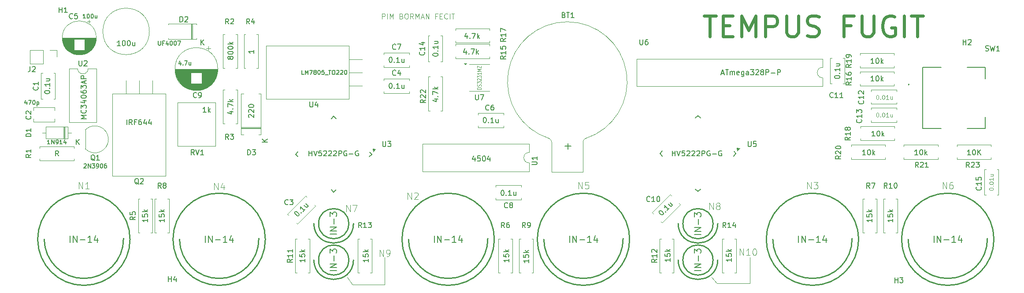
<source format=gbr>
%TF.GenerationSoftware,KiCad,Pcbnew,8.0.4+1*%
%TF.CreationDate,2024-10-13T16:33:14+00:00*%
%TF.ProjectId,nixie,6e697869-652e-46b6-9963-61645f706362,v1.1*%
%TF.SameCoordinates,Original*%
%TF.FileFunction,Legend,Top*%
%TF.FilePolarity,Positive*%
%FSLAX46Y46*%
G04 Gerber Fmt 4.6, Leading zero omitted, Abs format (unit mm)*
G04 Created by KiCad (PCBNEW 8.0.4+1) date 2024-10-13 16:33:14*
%MOMM*%
%LPD*%
G01*
G04 APERTURE LIST*
%ADD10C,0.100000*%
%ADD11C,0.600000*%
%ADD12C,0.150000*%
%ADD13C,0.101600*%
%ADD14C,0.120000*%
%ADD15C,0.254000*%
%ADD16C,0.200000*%
G04 APERTURE END LIST*
D10*
X212000000Y-115000000D02*
X205600000Y-115000000D01*
X212000000Y-110000000D02*
X212000000Y-115000000D01*
X135600000Y-115200000D02*
X134600000Y-113800000D01*
X140800000Y-115200000D02*
X135600000Y-115200000D01*
X141800000Y-110000000D02*
X141800000Y-115200000D01*
X205600000Y-115000000D02*
X204600000Y-113800000D01*
X140800000Y-115200000D02*
X141800000Y-115200000D01*
D11*
X203175688Y-63479276D02*
X205461402Y-63479276D01*
X204318545Y-67479276D02*
X204318545Y-63479276D01*
X206794735Y-65384038D02*
X208128069Y-65384038D01*
X208699497Y-67479276D02*
X206794735Y-67479276D01*
X206794735Y-67479276D02*
X206794735Y-63479276D01*
X206794735Y-63479276D02*
X208699497Y-63479276D01*
X210413783Y-67479276D02*
X210413783Y-63479276D01*
X210413783Y-63479276D02*
X211747117Y-66336419D01*
X211747117Y-66336419D02*
X213080450Y-63479276D01*
X213080450Y-63479276D02*
X213080450Y-67479276D01*
X214985212Y-67479276D02*
X214985212Y-63479276D01*
X214985212Y-63479276D02*
X216509022Y-63479276D01*
X216509022Y-63479276D02*
X216889974Y-63669752D01*
X216889974Y-63669752D02*
X217080451Y-63860228D01*
X217080451Y-63860228D02*
X217270927Y-64241180D01*
X217270927Y-64241180D02*
X217270927Y-64812609D01*
X217270927Y-64812609D02*
X217080451Y-65193561D01*
X217080451Y-65193561D02*
X216889974Y-65384038D01*
X216889974Y-65384038D02*
X216509022Y-65574514D01*
X216509022Y-65574514D02*
X214985212Y-65574514D01*
X218985212Y-63479276D02*
X218985212Y-66717371D01*
X218985212Y-66717371D02*
X219175689Y-67098323D01*
X219175689Y-67098323D02*
X219366165Y-67288800D01*
X219366165Y-67288800D02*
X219747117Y-67479276D01*
X219747117Y-67479276D02*
X220509022Y-67479276D01*
X220509022Y-67479276D02*
X220889974Y-67288800D01*
X220889974Y-67288800D02*
X221080451Y-67098323D01*
X221080451Y-67098323D02*
X221270927Y-66717371D01*
X221270927Y-66717371D02*
X221270927Y-63479276D01*
X222985212Y-67288800D02*
X223556641Y-67479276D01*
X223556641Y-67479276D02*
X224509022Y-67479276D01*
X224509022Y-67479276D02*
X224889974Y-67288800D01*
X224889974Y-67288800D02*
X225080450Y-67098323D01*
X225080450Y-67098323D02*
X225270927Y-66717371D01*
X225270927Y-66717371D02*
X225270927Y-66336419D01*
X225270927Y-66336419D02*
X225080450Y-65955466D01*
X225080450Y-65955466D02*
X224889974Y-65764990D01*
X224889974Y-65764990D02*
X224509022Y-65574514D01*
X224509022Y-65574514D02*
X223747117Y-65384038D01*
X223747117Y-65384038D02*
X223366165Y-65193561D01*
X223366165Y-65193561D02*
X223175688Y-65003085D01*
X223175688Y-65003085D02*
X222985212Y-64622133D01*
X222985212Y-64622133D02*
X222985212Y-64241180D01*
X222985212Y-64241180D02*
X223175688Y-63860228D01*
X223175688Y-63860228D02*
X223366165Y-63669752D01*
X223366165Y-63669752D02*
X223747117Y-63479276D01*
X223747117Y-63479276D02*
X224699498Y-63479276D01*
X224699498Y-63479276D02*
X225270927Y-63669752D01*
X231366165Y-65384038D02*
X230032831Y-65384038D01*
X230032831Y-67479276D02*
X230032831Y-63479276D01*
X230032831Y-63479276D02*
X231937593Y-63479276D01*
X233461402Y-63479276D02*
X233461402Y-66717371D01*
X233461402Y-66717371D02*
X233651879Y-67098323D01*
X233651879Y-67098323D02*
X233842355Y-67288800D01*
X233842355Y-67288800D02*
X234223307Y-67479276D01*
X234223307Y-67479276D02*
X234985212Y-67479276D01*
X234985212Y-67479276D02*
X235366164Y-67288800D01*
X235366164Y-67288800D02*
X235556641Y-67098323D01*
X235556641Y-67098323D02*
X235747117Y-66717371D01*
X235747117Y-66717371D02*
X235747117Y-63479276D01*
X239747117Y-63669752D02*
X239366164Y-63479276D01*
X239366164Y-63479276D02*
X238794736Y-63479276D01*
X238794736Y-63479276D02*
X238223307Y-63669752D01*
X238223307Y-63669752D02*
X237842355Y-64050704D01*
X237842355Y-64050704D02*
X237651878Y-64431657D01*
X237651878Y-64431657D02*
X237461402Y-65193561D01*
X237461402Y-65193561D02*
X237461402Y-65764990D01*
X237461402Y-65764990D02*
X237651878Y-66526895D01*
X237651878Y-66526895D02*
X237842355Y-66907847D01*
X237842355Y-66907847D02*
X238223307Y-67288800D01*
X238223307Y-67288800D02*
X238794736Y-67479276D01*
X238794736Y-67479276D02*
X239175688Y-67479276D01*
X239175688Y-67479276D02*
X239747117Y-67288800D01*
X239747117Y-67288800D02*
X239937593Y-67098323D01*
X239937593Y-67098323D02*
X239937593Y-65764990D01*
X239937593Y-65764990D02*
X239175688Y-65764990D01*
X241651878Y-67479276D02*
X241651878Y-63479276D01*
X242985212Y-63479276D02*
X245270926Y-63479276D01*
X244128069Y-67479276D02*
X244128069Y-63479276D01*
D10*
X141303884Y-64072419D02*
X141303884Y-63072419D01*
X141303884Y-63072419D02*
X141684836Y-63072419D01*
X141684836Y-63072419D02*
X141780074Y-63120038D01*
X141780074Y-63120038D02*
X141827693Y-63167657D01*
X141827693Y-63167657D02*
X141875312Y-63262895D01*
X141875312Y-63262895D02*
X141875312Y-63405752D01*
X141875312Y-63405752D02*
X141827693Y-63500990D01*
X141827693Y-63500990D02*
X141780074Y-63548609D01*
X141780074Y-63548609D02*
X141684836Y-63596228D01*
X141684836Y-63596228D02*
X141303884Y-63596228D01*
X142303884Y-64072419D02*
X142303884Y-63072419D01*
X142780074Y-64072419D02*
X142780074Y-63072419D01*
X142780074Y-63072419D02*
X143113407Y-63786704D01*
X143113407Y-63786704D02*
X143446740Y-63072419D01*
X143446740Y-63072419D02*
X143446740Y-64072419D01*
X145018169Y-63548609D02*
X145161026Y-63596228D01*
X145161026Y-63596228D02*
X145208645Y-63643847D01*
X145208645Y-63643847D02*
X145256264Y-63739085D01*
X145256264Y-63739085D02*
X145256264Y-63881942D01*
X145256264Y-63881942D02*
X145208645Y-63977180D01*
X145208645Y-63977180D02*
X145161026Y-64024800D01*
X145161026Y-64024800D02*
X145065788Y-64072419D01*
X145065788Y-64072419D02*
X144684836Y-64072419D01*
X144684836Y-64072419D02*
X144684836Y-63072419D01*
X144684836Y-63072419D02*
X145018169Y-63072419D01*
X145018169Y-63072419D02*
X145113407Y-63120038D01*
X145113407Y-63120038D02*
X145161026Y-63167657D01*
X145161026Y-63167657D02*
X145208645Y-63262895D01*
X145208645Y-63262895D02*
X145208645Y-63358133D01*
X145208645Y-63358133D02*
X145161026Y-63453371D01*
X145161026Y-63453371D02*
X145113407Y-63500990D01*
X145113407Y-63500990D02*
X145018169Y-63548609D01*
X145018169Y-63548609D02*
X144684836Y-63548609D01*
X145875312Y-63072419D02*
X146065788Y-63072419D01*
X146065788Y-63072419D02*
X146161026Y-63120038D01*
X146161026Y-63120038D02*
X146256264Y-63215276D01*
X146256264Y-63215276D02*
X146303883Y-63405752D01*
X146303883Y-63405752D02*
X146303883Y-63739085D01*
X146303883Y-63739085D02*
X146256264Y-63929561D01*
X146256264Y-63929561D02*
X146161026Y-64024800D01*
X146161026Y-64024800D02*
X146065788Y-64072419D01*
X146065788Y-64072419D02*
X145875312Y-64072419D01*
X145875312Y-64072419D02*
X145780074Y-64024800D01*
X145780074Y-64024800D02*
X145684836Y-63929561D01*
X145684836Y-63929561D02*
X145637217Y-63739085D01*
X145637217Y-63739085D02*
X145637217Y-63405752D01*
X145637217Y-63405752D02*
X145684836Y-63215276D01*
X145684836Y-63215276D02*
X145780074Y-63120038D01*
X145780074Y-63120038D02*
X145875312Y-63072419D01*
X147303883Y-64072419D02*
X146970550Y-63596228D01*
X146732455Y-64072419D02*
X146732455Y-63072419D01*
X146732455Y-63072419D02*
X147113407Y-63072419D01*
X147113407Y-63072419D02*
X147208645Y-63120038D01*
X147208645Y-63120038D02*
X147256264Y-63167657D01*
X147256264Y-63167657D02*
X147303883Y-63262895D01*
X147303883Y-63262895D02*
X147303883Y-63405752D01*
X147303883Y-63405752D02*
X147256264Y-63500990D01*
X147256264Y-63500990D02*
X147208645Y-63548609D01*
X147208645Y-63548609D02*
X147113407Y-63596228D01*
X147113407Y-63596228D02*
X146732455Y-63596228D01*
X147732455Y-64072419D02*
X147732455Y-63072419D01*
X147732455Y-63072419D02*
X148065788Y-63786704D01*
X148065788Y-63786704D02*
X148399121Y-63072419D01*
X148399121Y-63072419D02*
X148399121Y-64072419D01*
X148827693Y-63786704D02*
X149303883Y-63786704D01*
X148732455Y-64072419D02*
X149065788Y-63072419D01*
X149065788Y-63072419D02*
X149399121Y-64072419D01*
X149732455Y-64072419D02*
X149732455Y-63072419D01*
X149732455Y-63072419D02*
X150303883Y-64072419D01*
X150303883Y-64072419D02*
X150303883Y-63072419D01*
X151875312Y-63548609D02*
X151541979Y-63548609D01*
X151541979Y-64072419D02*
X151541979Y-63072419D01*
X151541979Y-63072419D02*
X152018169Y-63072419D01*
X152399122Y-63548609D02*
X152732455Y-63548609D01*
X152875312Y-64072419D02*
X152399122Y-64072419D01*
X152399122Y-64072419D02*
X152399122Y-63072419D01*
X152399122Y-63072419D02*
X152875312Y-63072419D01*
X153875312Y-63977180D02*
X153827693Y-64024800D01*
X153827693Y-64024800D02*
X153684836Y-64072419D01*
X153684836Y-64072419D02*
X153589598Y-64072419D01*
X153589598Y-64072419D02*
X153446741Y-64024800D01*
X153446741Y-64024800D02*
X153351503Y-63929561D01*
X153351503Y-63929561D02*
X153303884Y-63834323D01*
X153303884Y-63834323D02*
X153256265Y-63643847D01*
X153256265Y-63643847D02*
X153256265Y-63500990D01*
X153256265Y-63500990D02*
X153303884Y-63310514D01*
X153303884Y-63310514D02*
X153351503Y-63215276D01*
X153351503Y-63215276D02*
X153446741Y-63120038D01*
X153446741Y-63120038D02*
X153589598Y-63072419D01*
X153589598Y-63072419D02*
X153684836Y-63072419D01*
X153684836Y-63072419D02*
X153827693Y-63120038D01*
X153827693Y-63120038D02*
X153875312Y-63167657D01*
X154303884Y-64072419D02*
X154303884Y-63072419D01*
X154637217Y-63072419D02*
X155208645Y-63072419D01*
X154922931Y-64072419D02*
X154922931Y-63072419D01*
D12*
X170054819Y-92161904D02*
X170864342Y-92161904D01*
X170864342Y-92161904D02*
X170959580Y-92114285D01*
X170959580Y-92114285D02*
X171007200Y-92066666D01*
X171007200Y-92066666D02*
X171054819Y-91971428D01*
X171054819Y-91971428D02*
X171054819Y-91780952D01*
X171054819Y-91780952D02*
X171007200Y-91685714D01*
X171007200Y-91685714D02*
X170959580Y-91638095D01*
X170959580Y-91638095D02*
X170864342Y-91590476D01*
X170864342Y-91590476D02*
X170054819Y-91590476D01*
X171054819Y-90590476D02*
X171054819Y-91161904D01*
X171054819Y-90876190D02*
X170054819Y-90876190D01*
X170054819Y-90876190D02*
X170197676Y-90971428D01*
X170197676Y-90971428D02*
X170292914Y-91066666D01*
X170292914Y-91066666D02*
X170340533Y-91161904D01*
X159161904Y-90788152D02*
X159161904Y-91454819D01*
X158923809Y-90407200D02*
X158685714Y-91121485D01*
X158685714Y-91121485D02*
X159304761Y-91121485D01*
X160161904Y-90454819D02*
X159685714Y-90454819D01*
X159685714Y-90454819D02*
X159638095Y-90931009D01*
X159638095Y-90931009D02*
X159685714Y-90883390D01*
X159685714Y-90883390D02*
X159780952Y-90835771D01*
X159780952Y-90835771D02*
X160019047Y-90835771D01*
X160019047Y-90835771D02*
X160114285Y-90883390D01*
X160114285Y-90883390D02*
X160161904Y-90931009D01*
X160161904Y-90931009D02*
X160209523Y-91026247D01*
X160209523Y-91026247D02*
X160209523Y-91264342D01*
X160209523Y-91264342D02*
X160161904Y-91359580D01*
X160161904Y-91359580D02*
X160114285Y-91407200D01*
X160114285Y-91407200D02*
X160019047Y-91454819D01*
X160019047Y-91454819D02*
X159780952Y-91454819D01*
X159780952Y-91454819D02*
X159685714Y-91407200D01*
X159685714Y-91407200D02*
X159638095Y-91359580D01*
X160828571Y-90454819D02*
X160923809Y-90454819D01*
X160923809Y-90454819D02*
X161019047Y-90502438D01*
X161019047Y-90502438D02*
X161066666Y-90550057D01*
X161066666Y-90550057D02*
X161114285Y-90645295D01*
X161114285Y-90645295D02*
X161161904Y-90835771D01*
X161161904Y-90835771D02*
X161161904Y-91073866D01*
X161161904Y-91073866D02*
X161114285Y-91264342D01*
X161114285Y-91264342D02*
X161066666Y-91359580D01*
X161066666Y-91359580D02*
X161019047Y-91407200D01*
X161019047Y-91407200D02*
X160923809Y-91454819D01*
X160923809Y-91454819D02*
X160828571Y-91454819D01*
X160828571Y-91454819D02*
X160733333Y-91407200D01*
X160733333Y-91407200D02*
X160685714Y-91359580D01*
X160685714Y-91359580D02*
X160638095Y-91264342D01*
X160638095Y-91264342D02*
X160590476Y-91073866D01*
X160590476Y-91073866D02*
X160590476Y-90835771D01*
X160590476Y-90835771D02*
X160638095Y-90645295D01*
X160638095Y-90645295D02*
X160685714Y-90550057D01*
X160685714Y-90550057D02*
X160733333Y-90502438D01*
X160733333Y-90502438D02*
X160828571Y-90454819D01*
X162019047Y-90788152D02*
X162019047Y-91454819D01*
X161780952Y-90407200D02*
X161542857Y-91121485D01*
X161542857Y-91121485D02*
X162161904Y-91121485D01*
X105204761Y-90254819D02*
X104871428Y-89778628D01*
X104633333Y-90254819D02*
X104633333Y-89254819D01*
X104633333Y-89254819D02*
X105014285Y-89254819D01*
X105014285Y-89254819D02*
X105109523Y-89302438D01*
X105109523Y-89302438D02*
X105157142Y-89350057D01*
X105157142Y-89350057D02*
X105204761Y-89445295D01*
X105204761Y-89445295D02*
X105204761Y-89588152D01*
X105204761Y-89588152D02*
X105157142Y-89683390D01*
X105157142Y-89683390D02*
X105109523Y-89731009D01*
X105109523Y-89731009D02*
X105014285Y-89778628D01*
X105014285Y-89778628D02*
X104633333Y-89778628D01*
X105490476Y-89254819D02*
X105823809Y-90254819D01*
X105823809Y-90254819D02*
X106157142Y-89254819D01*
X107014285Y-90254819D02*
X106442857Y-90254819D01*
X106728571Y-90254819D02*
X106728571Y-89254819D01*
X106728571Y-89254819D02*
X106633333Y-89397676D01*
X106633333Y-89397676D02*
X106538095Y-89492914D01*
X106538095Y-89492914D02*
X106442857Y-89540533D01*
X107480952Y-82054819D02*
X106909524Y-82054819D01*
X107195238Y-82054819D02*
X107195238Y-81054819D01*
X107195238Y-81054819D02*
X107100000Y-81197676D01*
X107100000Y-81197676D02*
X107004762Y-81292914D01*
X107004762Y-81292914D02*
X106909524Y-81340533D01*
X107909524Y-82054819D02*
X107909524Y-81054819D01*
X108004762Y-81673866D02*
X108290476Y-82054819D01*
X108290476Y-81388152D02*
X107909524Y-81769104D01*
X115833333Y-65054819D02*
X115500000Y-64578628D01*
X115261905Y-65054819D02*
X115261905Y-64054819D01*
X115261905Y-64054819D02*
X115642857Y-64054819D01*
X115642857Y-64054819D02*
X115738095Y-64102438D01*
X115738095Y-64102438D02*
X115785714Y-64150057D01*
X115785714Y-64150057D02*
X115833333Y-64245295D01*
X115833333Y-64245295D02*
X115833333Y-64388152D01*
X115833333Y-64388152D02*
X115785714Y-64483390D01*
X115785714Y-64483390D02*
X115738095Y-64531009D01*
X115738095Y-64531009D02*
X115642857Y-64578628D01*
X115642857Y-64578628D02*
X115261905Y-64578628D01*
X116690476Y-64388152D02*
X116690476Y-65054819D01*
X116452381Y-64007200D02*
X116214286Y-64721485D01*
X116214286Y-64721485D02*
X116833333Y-64721485D01*
X116654819Y-70114285D02*
X116654819Y-70685713D01*
X116654819Y-70399999D02*
X115654819Y-70399999D01*
X115654819Y-70399999D02*
X115797676Y-70495237D01*
X115797676Y-70495237D02*
X115892914Y-70590475D01*
X115892914Y-70590475D02*
X115940533Y-70685713D01*
X115461905Y-90254819D02*
X115461905Y-89254819D01*
X115461905Y-89254819D02*
X115700000Y-89254819D01*
X115700000Y-89254819D02*
X115842857Y-89302438D01*
X115842857Y-89302438D02*
X115938095Y-89397676D01*
X115938095Y-89397676D02*
X115985714Y-89492914D01*
X115985714Y-89492914D02*
X116033333Y-89683390D01*
X116033333Y-89683390D02*
X116033333Y-89826247D01*
X116033333Y-89826247D02*
X115985714Y-90016723D01*
X115985714Y-90016723D02*
X115938095Y-90111961D01*
X115938095Y-90111961D02*
X115842857Y-90207200D01*
X115842857Y-90207200D02*
X115700000Y-90254819D01*
X115700000Y-90254819D02*
X115461905Y-90254819D01*
X116366667Y-89254819D02*
X116985714Y-89254819D01*
X116985714Y-89254819D02*
X116652381Y-89635771D01*
X116652381Y-89635771D02*
X116795238Y-89635771D01*
X116795238Y-89635771D02*
X116890476Y-89683390D01*
X116890476Y-89683390D02*
X116938095Y-89731009D01*
X116938095Y-89731009D02*
X116985714Y-89826247D01*
X116985714Y-89826247D02*
X116985714Y-90064342D01*
X116985714Y-90064342D02*
X116938095Y-90159580D01*
X116938095Y-90159580D02*
X116890476Y-90207200D01*
X116890476Y-90207200D02*
X116795238Y-90254819D01*
X116795238Y-90254819D02*
X116509524Y-90254819D01*
X116509524Y-90254819D02*
X116414286Y-90207200D01*
X116414286Y-90207200D02*
X116366667Y-90159580D01*
X115750057Y-83038094D02*
X115702438Y-82990475D01*
X115702438Y-82990475D02*
X115654819Y-82895237D01*
X115654819Y-82895237D02*
X115654819Y-82657142D01*
X115654819Y-82657142D02*
X115702438Y-82561904D01*
X115702438Y-82561904D02*
X115750057Y-82514285D01*
X115750057Y-82514285D02*
X115845295Y-82466666D01*
X115845295Y-82466666D02*
X115940533Y-82466666D01*
X115940533Y-82466666D02*
X116083390Y-82514285D01*
X116083390Y-82514285D02*
X116654819Y-83085713D01*
X116654819Y-83085713D02*
X116654819Y-82466666D01*
X115750057Y-82085713D02*
X115702438Y-82038094D01*
X115702438Y-82038094D02*
X115654819Y-81942856D01*
X115654819Y-81942856D02*
X115654819Y-81704761D01*
X115654819Y-81704761D02*
X115702438Y-81609523D01*
X115702438Y-81609523D02*
X115750057Y-81561904D01*
X115750057Y-81561904D02*
X115845295Y-81514285D01*
X115845295Y-81514285D02*
X115940533Y-81514285D01*
X115940533Y-81514285D02*
X116083390Y-81561904D01*
X116083390Y-81561904D02*
X116654819Y-82133332D01*
X116654819Y-82133332D02*
X116654819Y-81514285D01*
X115654819Y-80895237D02*
X115654819Y-80799999D01*
X115654819Y-80799999D02*
X115702438Y-80704761D01*
X115702438Y-80704761D02*
X115750057Y-80657142D01*
X115750057Y-80657142D02*
X115845295Y-80609523D01*
X115845295Y-80609523D02*
X116035771Y-80561904D01*
X116035771Y-80561904D02*
X116273866Y-80561904D01*
X116273866Y-80561904D02*
X116464342Y-80609523D01*
X116464342Y-80609523D02*
X116559580Y-80657142D01*
X116559580Y-80657142D02*
X116607200Y-80704761D01*
X116607200Y-80704761D02*
X116654819Y-80799999D01*
X116654819Y-80799999D02*
X116654819Y-80895237D01*
X116654819Y-80895237D02*
X116607200Y-80990475D01*
X116607200Y-80990475D02*
X116559580Y-81038094D01*
X116559580Y-81038094D02*
X116464342Y-81085713D01*
X116464342Y-81085713D02*
X116273866Y-81133332D01*
X116273866Y-81133332D02*
X116035771Y-81133332D01*
X116035771Y-81133332D02*
X115845295Y-81085713D01*
X115845295Y-81085713D02*
X115750057Y-81038094D01*
X115750057Y-81038094D02*
X115702438Y-80990475D01*
X115702438Y-80990475D02*
X115654819Y-80895237D01*
X119254819Y-87761904D02*
X118254819Y-87761904D01*
X119254819Y-87190476D02*
X118683390Y-87619047D01*
X118254819Y-87190476D02*
X118826247Y-87761904D01*
D13*
X83032380Y-96782242D02*
X83032380Y-95512242D01*
X83032380Y-95512242D02*
X83758095Y-96782242D01*
X83758095Y-96782242D02*
X83758095Y-95512242D01*
X85028095Y-96782242D02*
X84302380Y-96782242D01*
X84665237Y-96782242D02*
X84665237Y-95512242D01*
X84665237Y-95512242D02*
X84544285Y-95693670D01*
X84544285Y-95693670D02*
X84423333Y-95814623D01*
X84423333Y-95814623D02*
X84302380Y-95875099D01*
D12*
X81339047Y-107079726D02*
X81339047Y-105809726D01*
X81943809Y-107079726D02*
X81943809Y-105809726D01*
X81943809Y-105809726D02*
X82669524Y-107079726D01*
X82669524Y-107079726D02*
X82669524Y-105809726D01*
X83274285Y-106595916D02*
X84241905Y-106595916D01*
X85511905Y-107079726D02*
X84786190Y-107079726D01*
X85149047Y-107079726D02*
X85149047Y-105809726D01*
X85149047Y-105809726D02*
X85028095Y-105991154D01*
X85028095Y-105991154D02*
X84907143Y-106112107D01*
X84907143Y-106112107D02*
X84786190Y-106172583D01*
X86600476Y-106233059D02*
X86600476Y-107079726D01*
X86298095Y-105749250D02*
X85995714Y-106656392D01*
X85995714Y-106656392D02*
X86781905Y-106656392D01*
X233359580Y-83442857D02*
X233407200Y-83490476D01*
X233407200Y-83490476D02*
X233454819Y-83633333D01*
X233454819Y-83633333D02*
X233454819Y-83728571D01*
X233454819Y-83728571D02*
X233407200Y-83871428D01*
X233407200Y-83871428D02*
X233311961Y-83966666D01*
X233311961Y-83966666D02*
X233216723Y-84014285D01*
X233216723Y-84014285D02*
X233026247Y-84061904D01*
X233026247Y-84061904D02*
X232883390Y-84061904D01*
X232883390Y-84061904D02*
X232692914Y-84014285D01*
X232692914Y-84014285D02*
X232597676Y-83966666D01*
X232597676Y-83966666D02*
X232502438Y-83871428D01*
X232502438Y-83871428D02*
X232454819Y-83728571D01*
X232454819Y-83728571D02*
X232454819Y-83633333D01*
X232454819Y-83633333D02*
X232502438Y-83490476D01*
X232502438Y-83490476D02*
X232550057Y-83442857D01*
X233454819Y-82490476D02*
X233454819Y-83061904D01*
X233454819Y-82776190D02*
X232454819Y-82776190D01*
X232454819Y-82776190D02*
X232597676Y-82871428D01*
X232597676Y-82871428D02*
X232692914Y-82966666D01*
X232692914Y-82966666D02*
X232740533Y-83061904D01*
X232454819Y-82157142D02*
X232454819Y-81538095D01*
X232454819Y-81538095D02*
X232835771Y-81871428D01*
X232835771Y-81871428D02*
X232835771Y-81728571D01*
X232835771Y-81728571D02*
X232883390Y-81633333D01*
X232883390Y-81633333D02*
X232931009Y-81585714D01*
X232931009Y-81585714D02*
X233026247Y-81538095D01*
X233026247Y-81538095D02*
X233264342Y-81538095D01*
X233264342Y-81538095D02*
X233359580Y-81585714D01*
X233359580Y-81585714D02*
X233407200Y-81633333D01*
X233407200Y-81633333D02*
X233454819Y-81728571D01*
X233454819Y-81728571D02*
X233454819Y-82014285D01*
X233454819Y-82014285D02*
X233407200Y-82109523D01*
X233407200Y-82109523D02*
X233359580Y-82157142D01*
D10*
X236447619Y-82164895D02*
X236523809Y-82164895D01*
X236523809Y-82164895D02*
X236600000Y-82202990D01*
X236600000Y-82202990D02*
X236638095Y-82241085D01*
X236638095Y-82241085D02*
X236676190Y-82317276D01*
X236676190Y-82317276D02*
X236714285Y-82469657D01*
X236714285Y-82469657D02*
X236714285Y-82660133D01*
X236714285Y-82660133D02*
X236676190Y-82812514D01*
X236676190Y-82812514D02*
X236638095Y-82888704D01*
X236638095Y-82888704D02*
X236600000Y-82926800D01*
X236600000Y-82926800D02*
X236523809Y-82964895D01*
X236523809Y-82964895D02*
X236447619Y-82964895D01*
X236447619Y-82964895D02*
X236371428Y-82926800D01*
X236371428Y-82926800D02*
X236333333Y-82888704D01*
X236333333Y-82888704D02*
X236295238Y-82812514D01*
X236295238Y-82812514D02*
X236257142Y-82660133D01*
X236257142Y-82660133D02*
X236257142Y-82469657D01*
X236257142Y-82469657D02*
X236295238Y-82317276D01*
X236295238Y-82317276D02*
X236333333Y-82241085D01*
X236333333Y-82241085D02*
X236371428Y-82202990D01*
X236371428Y-82202990D02*
X236447619Y-82164895D01*
X237057143Y-82888704D02*
X237095238Y-82926800D01*
X237095238Y-82926800D02*
X237057143Y-82964895D01*
X237057143Y-82964895D02*
X237019047Y-82926800D01*
X237019047Y-82926800D02*
X237057143Y-82888704D01*
X237057143Y-82888704D02*
X237057143Y-82964895D01*
X237590476Y-82164895D02*
X237666666Y-82164895D01*
X237666666Y-82164895D02*
X237742857Y-82202990D01*
X237742857Y-82202990D02*
X237780952Y-82241085D01*
X237780952Y-82241085D02*
X237819047Y-82317276D01*
X237819047Y-82317276D02*
X237857142Y-82469657D01*
X237857142Y-82469657D02*
X237857142Y-82660133D01*
X237857142Y-82660133D02*
X237819047Y-82812514D01*
X237819047Y-82812514D02*
X237780952Y-82888704D01*
X237780952Y-82888704D02*
X237742857Y-82926800D01*
X237742857Y-82926800D02*
X237666666Y-82964895D01*
X237666666Y-82964895D02*
X237590476Y-82964895D01*
X237590476Y-82964895D02*
X237514285Y-82926800D01*
X237514285Y-82926800D02*
X237476190Y-82888704D01*
X237476190Y-82888704D02*
X237438095Y-82812514D01*
X237438095Y-82812514D02*
X237399999Y-82660133D01*
X237399999Y-82660133D02*
X237399999Y-82469657D01*
X237399999Y-82469657D02*
X237438095Y-82317276D01*
X237438095Y-82317276D02*
X237476190Y-82241085D01*
X237476190Y-82241085D02*
X237514285Y-82202990D01*
X237514285Y-82202990D02*
X237590476Y-82164895D01*
X238619047Y-82964895D02*
X238161904Y-82964895D01*
X238390476Y-82964895D02*
X238390476Y-82164895D01*
X238390476Y-82164895D02*
X238314285Y-82279180D01*
X238314285Y-82279180D02*
X238238095Y-82355371D01*
X238238095Y-82355371D02*
X238161904Y-82393466D01*
X239304762Y-82431561D02*
X239304762Y-82964895D01*
X238961905Y-82431561D02*
X238961905Y-82850609D01*
X238961905Y-82850609D02*
X239000000Y-82926800D01*
X239000000Y-82926800D02*
X239076190Y-82964895D01*
X239076190Y-82964895D02*
X239190476Y-82964895D01*
X239190476Y-82964895D02*
X239266667Y-82926800D01*
X239266667Y-82926800D02*
X239304762Y-82888704D01*
D13*
X109032380Y-96982242D02*
X109032380Y-95712242D01*
X109032380Y-95712242D02*
X109758095Y-96982242D01*
X109758095Y-96982242D02*
X109758095Y-95712242D01*
X110907142Y-96135575D02*
X110907142Y-96982242D01*
X110604761Y-95651766D02*
X110302380Y-96558908D01*
X110302380Y-96558908D02*
X111088571Y-96558908D01*
D12*
X107339047Y-107079726D02*
X107339047Y-105809726D01*
X107943809Y-107079726D02*
X107943809Y-105809726D01*
X107943809Y-105809726D02*
X108669524Y-107079726D01*
X108669524Y-107079726D02*
X108669524Y-105809726D01*
X109274285Y-106595916D02*
X110241905Y-106595916D01*
X111511905Y-107079726D02*
X110786190Y-107079726D01*
X111149047Y-107079726D02*
X111149047Y-105809726D01*
X111149047Y-105809726D02*
X111028095Y-105991154D01*
X111028095Y-105991154D02*
X110907143Y-106112107D01*
X110907143Y-106112107D02*
X110786190Y-106172583D01*
X112600476Y-106233059D02*
X112600476Y-107079726D01*
X112298095Y-105749250D02*
X111995714Y-106656392D01*
X111995714Y-106656392D02*
X112781905Y-106656392D01*
X192757142Y-99159580D02*
X192709523Y-99207200D01*
X192709523Y-99207200D02*
X192566666Y-99254819D01*
X192566666Y-99254819D02*
X192471428Y-99254819D01*
X192471428Y-99254819D02*
X192328571Y-99207200D01*
X192328571Y-99207200D02*
X192233333Y-99111961D01*
X192233333Y-99111961D02*
X192185714Y-99016723D01*
X192185714Y-99016723D02*
X192138095Y-98826247D01*
X192138095Y-98826247D02*
X192138095Y-98683390D01*
X192138095Y-98683390D02*
X192185714Y-98492914D01*
X192185714Y-98492914D02*
X192233333Y-98397676D01*
X192233333Y-98397676D02*
X192328571Y-98302438D01*
X192328571Y-98302438D02*
X192471428Y-98254819D01*
X192471428Y-98254819D02*
X192566666Y-98254819D01*
X192566666Y-98254819D02*
X192709523Y-98302438D01*
X192709523Y-98302438D02*
X192757142Y-98350057D01*
X193709523Y-99254819D02*
X193138095Y-99254819D01*
X193423809Y-99254819D02*
X193423809Y-98254819D01*
X193423809Y-98254819D02*
X193328571Y-98397676D01*
X193328571Y-98397676D02*
X193233333Y-98492914D01*
X193233333Y-98492914D02*
X193138095Y-98540533D01*
X194328571Y-98254819D02*
X194423809Y-98254819D01*
X194423809Y-98254819D02*
X194519047Y-98302438D01*
X194519047Y-98302438D02*
X194566666Y-98350057D01*
X194566666Y-98350057D02*
X194614285Y-98445295D01*
X194614285Y-98445295D02*
X194661904Y-98635771D01*
X194661904Y-98635771D02*
X194661904Y-98873866D01*
X194661904Y-98873866D02*
X194614285Y-99064342D01*
X194614285Y-99064342D02*
X194566666Y-99159580D01*
X194566666Y-99159580D02*
X194519047Y-99207200D01*
X194519047Y-99207200D02*
X194423809Y-99254819D01*
X194423809Y-99254819D02*
X194328571Y-99254819D01*
X194328571Y-99254819D02*
X194233333Y-99207200D01*
X194233333Y-99207200D02*
X194185714Y-99159580D01*
X194185714Y-99159580D02*
X194138095Y-99064342D01*
X194138095Y-99064342D02*
X194090476Y-98873866D01*
X194090476Y-98873866D02*
X194090476Y-98635771D01*
X194090476Y-98635771D02*
X194138095Y-98445295D01*
X194138095Y-98445295D02*
X194185714Y-98350057D01*
X194185714Y-98350057D02*
X194233333Y-98302438D01*
X194233333Y-98302438D02*
X194328571Y-98254819D01*
X194555869Y-101073128D02*
X194623212Y-101005784D01*
X194623212Y-101005784D02*
X194724228Y-100972113D01*
X194724228Y-100972113D02*
X194791571Y-100972113D01*
X194791571Y-100972113D02*
X194892586Y-101005784D01*
X194892586Y-101005784D02*
X195060945Y-101106800D01*
X195060945Y-101106800D02*
X195229304Y-101275158D01*
X195229304Y-101275158D02*
X195330319Y-101443517D01*
X195330319Y-101443517D02*
X195363991Y-101544532D01*
X195363991Y-101544532D02*
X195363991Y-101611876D01*
X195363991Y-101611876D02*
X195330319Y-101712891D01*
X195330319Y-101712891D02*
X195262976Y-101780235D01*
X195262976Y-101780235D02*
X195161960Y-101813906D01*
X195161960Y-101813906D02*
X195094617Y-101813906D01*
X195094617Y-101813906D02*
X194993602Y-101780235D01*
X194993602Y-101780235D02*
X194825243Y-101679219D01*
X194825243Y-101679219D02*
X194656884Y-101510861D01*
X194656884Y-101510861D02*
X194555869Y-101342502D01*
X194555869Y-101342502D02*
X194522197Y-101241487D01*
X194522197Y-101241487D02*
X194522197Y-101174143D01*
X194522197Y-101174143D02*
X194555869Y-101073128D01*
X195734380Y-101174143D02*
X195801724Y-101174143D01*
X195801724Y-101174143D02*
X195801724Y-101241487D01*
X195801724Y-101241487D02*
X195734380Y-101241487D01*
X195734380Y-101241487D02*
X195734380Y-101174143D01*
X195734380Y-101174143D02*
X195801724Y-101241487D01*
X196508830Y-100534380D02*
X196104769Y-100938441D01*
X196306800Y-100736411D02*
X195599693Y-100029304D01*
X195599693Y-100029304D02*
X195633365Y-100197663D01*
X195633365Y-100197663D02*
X195633365Y-100332350D01*
X195633365Y-100332350D02*
X195599693Y-100433365D01*
X196643517Y-99456884D02*
X197114922Y-99928289D01*
X196340471Y-99759930D02*
X196710861Y-100130319D01*
X196710861Y-100130319D02*
X196811876Y-100163991D01*
X196811876Y-100163991D02*
X196912891Y-100130319D01*
X196912891Y-100130319D02*
X197013906Y-100029304D01*
X197013906Y-100029304D02*
X197047578Y-99928289D01*
X197047578Y-99928289D02*
X197047578Y-99860945D01*
X111833333Y-65054819D02*
X111500000Y-64578628D01*
X111261905Y-65054819D02*
X111261905Y-64054819D01*
X111261905Y-64054819D02*
X111642857Y-64054819D01*
X111642857Y-64054819D02*
X111738095Y-64102438D01*
X111738095Y-64102438D02*
X111785714Y-64150057D01*
X111785714Y-64150057D02*
X111833333Y-64245295D01*
X111833333Y-64245295D02*
X111833333Y-64388152D01*
X111833333Y-64388152D02*
X111785714Y-64483390D01*
X111785714Y-64483390D02*
X111738095Y-64531009D01*
X111738095Y-64531009D02*
X111642857Y-64578628D01*
X111642857Y-64578628D02*
X111261905Y-64578628D01*
X112214286Y-64150057D02*
X112261905Y-64102438D01*
X112261905Y-64102438D02*
X112357143Y-64054819D01*
X112357143Y-64054819D02*
X112595238Y-64054819D01*
X112595238Y-64054819D02*
X112690476Y-64102438D01*
X112690476Y-64102438D02*
X112738095Y-64150057D01*
X112738095Y-64150057D02*
X112785714Y-64245295D01*
X112785714Y-64245295D02*
X112785714Y-64340533D01*
X112785714Y-64340533D02*
X112738095Y-64483390D01*
X112738095Y-64483390D02*
X112166667Y-65054819D01*
X112166667Y-65054819D02*
X112785714Y-65054819D01*
X112083390Y-71652380D02*
X112035771Y-71747618D01*
X112035771Y-71747618D02*
X111988152Y-71795237D01*
X111988152Y-71795237D02*
X111892914Y-71842856D01*
X111892914Y-71842856D02*
X111845295Y-71842856D01*
X111845295Y-71842856D02*
X111750057Y-71795237D01*
X111750057Y-71795237D02*
X111702438Y-71747618D01*
X111702438Y-71747618D02*
X111654819Y-71652380D01*
X111654819Y-71652380D02*
X111654819Y-71461904D01*
X111654819Y-71461904D02*
X111702438Y-71366666D01*
X111702438Y-71366666D02*
X111750057Y-71319047D01*
X111750057Y-71319047D02*
X111845295Y-71271428D01*
X111845295Y-71271428D02*
X111892914Y-71271428D01*
X111892914Y-71271428D02*
X111988152Y-71319047D01*
X111988152Y-71319047D02*
X112035771Y-71366666D01*
X112035771Y-71366666D02*
X112083390Y-71461904D01*
X112083390Y-71461904D02*
X112083390Y-71652380D01*
X112083390Y-71652380D02*
X112131009Y-71747618D01*
X112131009Y-71747618D02*
X112178628Y-71795237D01*
X112178628Y-71795237D02*
X112273866Y-71842856D01*
X112273866Y-71842856D02*
X112464342Y-71842856D01*
X112464342Y-71842856D02*
X112559580Y-71795237D01*
X112559580Y-71795237D02*
X112607200Y-71747618D01*
X112607200Y-71747618D02*
X112654819Y-71652380D01*
X112654819Y-71652380D02*
X112654819Y-71461904D01*
X112654819Y-71461904D02*
X112607200Y-71366666D01*
X112607200Y-71366666D02*
X112559580Y-71319047D01*
X112559580Y-71319047D02*
X112464342Y-71271428D01*
X112464342Y-71271428D02*
X112273866Y-71271428D01*
X112273866Y-71271428D02*
X112178628Y-71319047D01*
X112178628Y-71319047D02*
X112131009Y-71366666D01*
X112131009Y-71366666D02*
X112083390Y-71461904D01*
X111654819Y-70652380D02*
X111654819Y-70557142D01*
X111654819Y-70557142D02*
X111702438Y-70461904D01*
X111702438Y-70461904D02*
X111750057Y-70414285D01*
X111750057Y-70414285D02*
X111845295Y-70366666D01*
X111845295Y-70366666D02*
X112035771Y-70319047D01*
X112035771Y-70319047D02*
X112273866Y-70319047D01*
X112273866Y-70319047D02*
X112464342Y-70366666D01*
X112464342Y-70366666D02*
X112559580Y-70414285D01*
X112559580Y-70414285D02*
X112607200Y-70461904D01*
X112607200Y-70461904D02*
X112654819Y-70557142D01*
X112654819Y-70557142D02*
X112654819Y-70652380D01*
X112654819Y-70652380D02*
X112607200Y-70747618D01*
X112607200Y-70747618D02*
X112559580Y-70795237D01*
X112559580Y-70795237D02*
X112464342Y-70842856D01*
X112464342Y-70842856D02*
X112273866Y-70890475D01*
X112273866Y-70890475D02*
X112035771Y-70890475D01*
X112035771Y-70890475D02*
X111845295Y-70842856D01*
X111845295Y-70842856D02*
X111750057Y-70795237D01*
X111750057Y-70795237D02*
X111702438Y-70747618D01*
X111702438Y-70747618D02*
X111654819Y-70652380D01*
X111654819Y-69699999D02*
X111654819Y-69604761D01*
X111654819Y-69604761D02*
X111702438Y-69509523D01*
X111702438Y-69509523D02*
X111750057Y-69461904D01*
X111750057Y-69461904D02*
X111845295Y-69414285D01*
X111845295Y-69414285D02*
X112035771Y-69366666D01*
X112035771Y-69366666D02*
X112273866Y-69366666D01*
X112273866Y-69366666D02*
X112464342Y-69414285D01*
X112464342Y-69414285D02*
X112559580Y-69461904D01*
X112559580Y-69461904D02*
X112607200Y-69509523D01*
X112607200Y-69509523D02*
X112654819Y-69604761D01*
X112654819Y-69604761D02*
X112654819Y-69699999D01*
X112654819Y-69699999D02*
X112607200Y-69795237D01*
X112607200Y-69795237D02*
X112559580Y-69842856D01*
X112559580Y-69842856D02*
X112464342Y-69890475D01*
X112464342Y-69890475D02*
X112273866Y-69938094D01*
X112273866Y-69938094D02*
X112035771Y-69938094D01*
X112035771Y-69938094D02*
X111845295Y-69890475D01*
X111845295Y-69890475D02*
X111750057Y-69842856D01*
X111750057Y-69842856D02*
X111702438Y-69795237D01*
X111702438Y-69795237D02*
X111654819Y-69699999D01*
X112654819Y-68938094D02*
X111654819Y-68938094D01*
X112273866Y-68842856D02*
X112654819Y-68557142D01*
X111988152Y-68557142D02*
X112369104Y-68938094D01*
X91000952Y-69254819D02*
X90429524Y-69254819D01*
X90715238Y-69254819D02*
X90715238Y-68254819D01*
X90715238Y-68254819D02*
X90620000Y-68397676D01*
X90620000Y-68397676D02*
X90524762Y-68492914D01*
X90524762Y-68492914D02*
X90429524Y-68540533D01*
X91620000Y-68254819D02*
X91715238Y-68254819D01*
X91715238Y-68254819D02*
X91810476Y-68302438D01*
X91810476Y-68302438D02*
X91858095Y-68350057D01*
X91858095Y-68350057D02*
X91905714Y-68445295D01*
X91905714Y-68445295D02*
X91953333Y-68635771D01*
X91953333Y-68635771D02*
X91953333Y-68873866D01*
X91953333Y-68873866D02*
X91905714Y-69064342D01*
X91905714Y-69064342D02*
X91858095Y-69159580D01*
X91858095Y-69159580D02*
X91810476Y-69207200D01*
X91810476Y-69207200D02*
X91715238Y-69254819D01*
X91715238Y-69254819D02*
X91620000Y-69254819D01*
X91620000Y-69254819D02*
X91524762Y-69207200D01*
X91524762Y-69207200D02*
X91477143Y-69159580D01*
X91477143Y-69159580D02*
X91429524Y-69064342D01*
X91429524Y-69064342D02*
X91381905Y-68873866D01*
X91381905Y-68873866D02*
X91381905Y-68635771D01*
X91381905Y-68635771D02*
X91429524Y-68445295D01*
X91429524Y-68445295D02*
X91477143Y-68350057D01*
X91477143Y-68350057D02*
X91524762Y-68302438D01*
X91524762Y-68302438D02*
X91620000Y-68254819D01*
X92572381Y-68254819D02*
X92667619Y-68254819D01*
X92667619Y-68254819D02*
X92762857Y-68302438D01*
X92762857Y-68302438D02*
X92810476Y-68350057D01*
X92810476Y-68350057D02*
X92858095Y-68445295D01*
X92858095Y-68445295D02*
X92905714Y-68635771D01*
X92905714Y-68635771D02*
X92905714Y-68873866D01*
X92905714Y-68873866D02*
X92858095Y-69064342D01*
X92858095Y-69064342D02*
X92810476Y-69159580D01*
X92810476Y-69159580D02*
X92762857Y-69207200D01*
X92762857Y-69207200D02*
X92667619Y-69254819D01*
X92667619Y-69254819D02*
X92572381Y-69254819D01*
X92572381Y-69254819D02*
X92477143Y-69207200D01*
X92477143Y-69207200D02*
X92429524Y-69159580D01*
X92429524Y-69159580D02*
X92381905Y-69064342D01*
X92381905Y-69064342D02*
X92334286Y-68873866D01*
X92334286Y-68873866D02*
X92334286Y-68635771D01*
X92334286Y-68635771D02*
X92381905Y-68445295D01*
X92381905Y-68445295D02*
X92429524Y-68350057D01*
X92429524Y-68350057D02*
X92477143Y-68302438D01*
X92477143Y-68302438D02*
X92572381Y-68254819D01*
X93762857Y-68588152D02*
X93762857Y-69254819D01*
X93334286Y-68588152D02*
X93334286Y-69111961D01*
X93334286Y-69111961D02*
X93381905Y-69207200D01*
X93381905Y-69207200D02*
X93477143Y-69254819D01*
X93477143Y-69254819D02*
X93620000Y-69254819D01*
X93620000Y-69254819D02*
X93715238Y-69207200D01*
X93715238Y-69207200D02*
X93762857Y-69159580D01*
X81833333Y-63959580D02*
X81785714Y-64007200D01*
X81785714Y-64007200D02*
X81642857Y-64054819D01*
X81642857Y-64054819D02*
X81547619Y-64054819D01*
X81547619Y-64054819D02*
X81404762Y-64007200D01*
X81404762Y-64007200D02*
X81309524Y-63911961D01*
X81309524Y-63911961D02*
X81261905Y-63816723D01*
X81261905Y-63816723D02*
X81214286Y-63626247D01*
X81214286Y-63626247D02*
X81214286Y-63483390D01*
X81214286Y-63483390D02*
X81261905Y-63292914D01*
X81261905Y-63292914D02*
X81309524Y-63197676D01*
X81309524Y-63197676D02*
X81404762Y-63102438D01*
X81404762Y-63102438D02*
X81547619Y-63054819D01*
X81547619Y-63054819D02*
X81642857Y-63054819D01*
X81642857Y-63054819D02*
X81785714Y-63102438D01*
X81785714Y-63102438D02*
X81833333Y-63150057D01*
X82738095Y-63054819D02*
X82261905Y-63054819D01*
X82261905Y-63054819D02*
X82214286Y-63531009D01*
X82214286Y-63531009D02*
X82261905Y-63483390D01*
X82261905Y-63483390D02*
X82357143Y-63435771D01*
X82357143Y-63435771D02*
X82595238Y-63435771D01*
X82595238Y-63435771D02*
X82690476Y-63483390D01*
X82690476Y-63483390D02*
X82738095Y-63531009D01*
X82738095Y-63531009D02*
X82785714Y-63626247D01*
X82785714Y-63626247D02*
X82785714Y-63864342D01*
X82785714Y-63864342D02*
X82738095Y-63959580D01*
X82738095Y-63959580D02*
X82690476Y-64007200D01*
X82690476Y-64007200D02*
X82595238Y-64054819D01*
X82595238Y-64054819D02*
X82357143Y-64054819D01*
X82357143Y-64054819D02*
X82261905Y-64007200D01*
X82261905Y-64007200D02*
X82214286Y-63959580D01*
X84304761Y-63962295D02*
X83847618Y-63962295D01*
X84076190Y-63962295D02*
X84076190Y-63162295D01*
X84076190Y-63162295D02*
X83999999Y-63276580D01*
X83999999Y-63276580D02*
X83923809Y-63352771D01*
X83923809Y-63352771D02*
X83847618Y-63390866D01*
X84800000Y-63162295D02*
X84876190Y-63162295D01*
X84876190Y-63162295D02*
X84952381Y-63200390D01*
X84952381Y-63200390D02*
X84990476Y-63238485D01*
X84990476Y-63238485D02*
X85028571Y-63314676D01*
X85028571Y-63314676D02*
X85066666Y-63467057D01*
X85066666Y-63467057D02*
X85066666Y-63657533D01*
X85066666Y-63657533D02*
X85028571Y-63809914D01*
X85028571Y-63809914D02*
X84990476Y-63886104D01*
X84990476Y-63886104D02*
X84952381Y-63924200D01*
X84952381Y-63924200D02*
X84876190Y-63962295D01*
X84876190Y-63962295D02*
X84800000Y-63962295D01*
X84800000Y-63962295D02*
X84723809Y-63924200D01*
X84723809Y-63924200D02*
X84685714Y-63886104D01*
X84685714Y-63886104D02*
X84647619Y-63809914D01*
X84647619Y-63809914D02*
X84609523Y-63657533D01*
X84609523Y-63657533D02*
X84609523Y-63467057D01*
X84609523Y-63467057D02*
X84647619Y-63314676D01*
X84647619Y-63314676D02*
X84685714Y-63238485D01*
X84685714Y-63238485D02*
X84723809Y-63200390D01*
X84723809Y-63200390D02*
X84800000Y-63162295D01*
X85561905Y-63162295D02*
X85638095Y-63162295D01*
X85638095Y-63162295D02*
X85714286Y-63200390D01*
X85714286Y-63200390D02*
X85752381Y-63238485D01*
X85752381Y-63238485D02*
X85790476Y-63314676D01*
X85790476Y-63314676D02*
X85828571Y-63467057D01*
X85828571Y-63467057D02*
X85828571Y-63657533D01*
X85828571Y-63657533D02*
X85790476Y-63809914D01*
X85790476Y-63809914D02*
X85752381Y-63886104D01*
X85752381Y-63886104D02*
X85714286Y-63924200D01*
X85714286Y-63924200D02*
X85638095Y-63962295D01*
X85638095Y-63962295D02*
X85561905Y-63962295D01*
X85561905Y-63962295D02*
X85485714Y-63924200D01*
X85485714Y-63924200D02*
X85447619Y-63886104D01*
X85447619Y-63886104D02*
X85409524Y-63809914D01*
X85409524Y-63809914D02*
X85371428Y-63657533D01*
X85371428Y-63657533D02*
X85371428Y-63467057D01*
X85371428Y-63467057D02*
X85409524Y-63314676D01*
X85409524Y-63314676D02*
X85447619Y-63238485D01*
X85447619Y-63238485D02*
X85485714Y-63200390D01*
X85485714Y-63200390D02*
X85561905Y-63162295D01*
X86514286Y-63428961D02*
X86514286Y-63962295D01*
X86171429Y-63428961D02*
X86171429Y-63848009D01*
X86171429Y-63848009D02*
X86209524Y-63924200D01*
X86209524Y-63924200D02*
X86285714Y-63962295D01*
X86285714Y-63962295D02*
X86400000Y-63962295D01*
X86400000Y-63962295D02*
X86476191Y-63924200D01*
X86476191Y-63924200D02*
X86514286Y-63886104D01*
X176214285Y-63331009D02*
X176357142Y-63378628D01*
X176357142Y-63378628D02*
X176404761Y-63426247D01*
X176404761Y-63426247D02*
X176452380Y-63521485D01*
X176452380Y-63521485D02*
X176452380Y-63664342D01*
X176452380Y-63664342D02*
X176404761Y-63759580D01*
X176404761Y-63759580D02*
X176357142Y-63807200D01*
X176357142Y-63807200D02*
X176261904Y-63854819D01*
X176261904Y-63854819D02*
X175880952Y-63854819D01*
X175880952Y-63854819D02*
X175880952Y-62854819D01*
X175880952Y-62854819D02*
X176214285Y-62854819D01*
X176214285Y-62854819D02*
X176309523Y-62902438D01*
X176309523Y-62902438D02*
X176357142Y-62950057D01*
X176357142Y-62950057D02*
X176404761Y-63045295D01*
X176404761Y-63045295D02*
X176404761Y-63140533D01*
X176404761Y-63140533D02*
X176357142Y-63235771D01*
X176357142Y-63235771D02*
X176309523Y-63283390D01*
X176309523Y-63283390D02*
X176214285Y-63331009D01*
X176214285Y-63331009D02*
X175880952Y-63331009D01*
X176738095Y-62854819D02*
X177309523Y-62854819D01*
X177023809Y-63854819D02*
X177023809Y-62854819D01*
X178166666Y-63854819D02*
X177595238Y-63854819D01*
X177880952Y-63854819D02*
X177880952Y-62854819D01*
X177880952Y-62854819D02*
X177785714Y-62997676D01*
X177785714Y-62997676D02*
X177690476Y-63092914D01*
X177690476Y-63092914D02*
X177595238Y-63140533D01*
X177014699Y-89171428D02*
X177014699Y-88028571D01*
X177586127Y-88599999D02*
X176443270Y-88599999D01*
X73759580Y-82766666D02*
X73807200Y-82814285D01*
X73807200Y-82814285D02*
X73854819Y-82957142D01*
X73854819Y-82957142D02*
X73854819Y-83052380D01*
X73854819Y-83052380D02*
X73807200Y-83195237D01*
X73807200Y-83195237D02*
X73711961Y-83290475D01*
X73711961Y-83290475D02*
X73616723Y-83338094D01*
X73616723Y-83338094D02*
X73426247Y-83385713D01*
X73426247Y-83385713D02*
X73283390Y-83385713D01*
X73283390Y-83385713D02*
X73092914Y-83338094D01*
X73092914Y-83338094D02*
X72997676Y-83290475D01*
X72997676Y-83290475D02*
X72902438Y-83195237D01*
X72902438Y-83195237D02*
X72854819Y-83052380D01*
X72854819Y-83052380D02*
X72854819Y-82957142D01*
X72854819Y-82957142D02*
X72902438Y-82814285D01*
X72902438Y-82814285D02*
X72950057Y-82766666D01*
X72950057Y-82385713D02*
X72902438Y-82338094D01*
X72902438Y-82338094D02*
X72854819Y-82242856D01*
X72854819Y-82242856D02*
X72854819Y-82004761D01*
X72854819Y-82004761D02*
X72902438Y-81909523D01*
X72902438Y-81909523D02*
X72950057Y-81861904D01*
X72950057Y-81861904D02*
X73045295Y-81814285D01*
X73045295Y-81814285D02*
X73140533Y-81814285D01*
X73140533Y-81814285D02*
X73283390Y-81861904D01*
X73283390Y-81861904D02*
X73854819Y-82433332D01*
X73854819Y-82433332D02*
X73854819Y-81814285D01*
X73028571Y-80028961D02*
X73028571Y-80562295D01*
X72838095Y-79724200D02*
X72647618Y-80295628D01*
X72647618Y-80295628D02*
X73142857Y-80295628D01*
X73371428Y-79762295D02*
X73904762Y-79762295D01*
X73904762Y-79762295D02*
X73561904Y-80562295D01*
X74361905Y-79762295D02*
X74438095Y-79762295D01*
X74438095Y-79762295D02*
X74514286Y-79800390D01*
X74514286Y-79800390D02*
X74552381Y-79838485D01*
X74552381Y-79838485D02*
X74590476Y-79914676D01*
X74590476Y-79914676D02*
X74628571Y-80067057D01*
X74628571Y-80067057D02*
X74628571Y-80257533D01*
X74628571Y-80257533D02*
X74590476Y-80409914D01*
X74590476Y-80409914D02*
X74552381Y-80486104D01*
X74552381Y-80486104D02*
X74514286Y-80524200D01*
X74514286Y-80524200D02*
X74438095Y-80562295D01*
X74438095Y-80562295D02*
X74361905Y-80562295D01*
X74361905Y-80562295D02*
X74285714Y-80524200D01*
X74285714Y-80524200D02*
X74247619Y-80486104D01*
X74247619Y-80486104D02*
X74209524Y-80409914D01*
X74209524Y-80409914D02*
X74171428Y-80257533D01*
X74171428Y-80257533D02*
X74171428Y-80067057D01*
X74171428Y-80067057D02*
X74209524Y-79914676D01*
X74209524Y-79914676D02*
X74247619Y-79838485D01*
X74247619Y-79838485D02*
X74285714Y-79800390D01*
X74285714Y-79800390D02*
X74361905Y-79762295D01*
X74971429Y-80028961D02*
X74971429Y-80828961D01*
X74971429Y-80067057D02*
X75047619Y-80028961D01*
X75047619Y-80028961D02*
X75200000Y-80028961D01*
X75200000Y-80028961D02*
X75276191Y-80067057D01*
X75276191Y-80067057D02*
X75314286Y-80105152D01*
X75314286Y-80105152D02*
X75352381Y-80181342D01*
X75352381Y-80181342D02*
X75352381Y-80409914D01*
X75352381Y-80409914D02*
X75314286Y-80486104D01*
X75314286Y-80486104D02*
X75276191Y-80524200D01*
X75276191Y-80524200D02*
X75200000Y-80562295D01*
X75200000Y-80562295D02*
X75047619Y-80562295D01*
X75047619Y-80562295D02*
X74971429Y-80524200D01*
X207357142Y-104254819D02*
X207023809Y-103778628D01*
X206785714Y-104254819D02*
X206785714Y-103254819D01*
X206785714Y-103254819D02*
X207166666Y-103254819D01*
X207166666Y-103254819D02*
X207261904Y-103302438D01*
X207261904Y-103302438D02*
X207309523Y-103350057D01*
X207309523Y-103350057D02*
X207357142Y-103445295D01*
X207357142Y-103445295D02*
X207357142Y-103588152D01*
X207357142Y-103588152D02*
X207309523Y-103683390D01*
X207309523Y-103683390D02*
X207261904Y-103731009D01*
X207261904Y-103731009D02*
X207166666Y-103778628D01*
X207166666Y-103778628D02*
X206785714Y-103778628D01*
X208309523Y-104254819D02*
X207738095Y-104254819D01*
X208023809Y-104254819D02*
X208023809Y-103254819D01*
X208023809Y-103254819D02*
X207928571Y-103397676D01*
X207928571Y-103397676D02*
X207833333Y-103492914D01*
X207833333Y-103492914D02*
X207738095Y-103540533D01*
X209166666Y-103588152D02*
X209166666Y-104254819D01*
X208928571Y-103207200D02*
X208690476Y-103921485D01*
X208690476Y-103921485D02*
X209309523Y-103921485D01*
X208454819Y-110195238D02*
X208454819Y-110766666D01*
X208454819Y-110480952D02*
X207454819Y-110480952D01*
X207454819Y-110480952D02*
X207597676Y-110576190D01*
X207597676Y-110576190D02*
X207692914Y-110671428D01*
X207692914Y-110671428D02*
X207740533Y-110766666D01*
X207454819Y-109290476D02*
X207454819Y-109766666D01*
X207454819Y-109766666D02*
X207931009Y-109814285D01*
X207931009Y-109814285D02*
X207883390Y-109766666D01*
X207883390Y-109766666D02*
X207835771Y-109671428D01*
X207835771Y-109671428D02*
X207835771Y-109433333D01*
X207835771Y-109433333D02*
X207883390Y-109338095D01*
X207883390Y-109338095D02*
X207931009Y-109290476D01*
X207931009Y-109290476D02*
X208026247Y-109242857D01*
X208026247Y-109242857D02*
X208264342Y-109242857D01*
X208264342Y-109242857D02*
X208359580Y-109290476D01*
X208359580Y-109290476D02*
X208407200Y-109338095D01*
X208407200Y-109338095D02*
X208454819Y-109433333D01*
X208454819Y-109433333D02*
X208454819Y-109671428D01*
X208454819Y-109671428D02*
X208407200Y-109766666D01*
X208407200Y-109766666D02*
X208359580Y-109814285D01*
X208454819Y-108814285D02*
X207454819Y-108814285D01*
X208073866Y-108719047D02*
X208454819Y-108433333D01*
X207788152Y-108433333D02*
X208169104Y-108814285D01*
X141438095Y-87654819D02*
X141438095Y-88464342D01*
X141438095Y-88464342D02*
X141485714Y-88559580D01*
X141485714Y-88559580D02*
X141533333Y-88607200D01*
X141533333Y-88607200D02*
X141628571Y-88654819D01*
X141628571Y-88654819D02*
X141819047Y-88654819D01*
X141819047Y-88654819D02*
X141914285Y-88607200D01*
X141914285Y-88607200D02*
X141961904Y-88559580D01*
X141961904Y-88559580D02*
X142009523Y-88464342D01*
X142009523Y-88464342D02*
X142009523Y-87654819D01*
X142390476Y-87654819D02*
X143009523Y-87654819D01*
X143009523Y-87654819D02*
X142676190Y-88035771D01*
X142676190Y-88035771D02*
X142819047Y-88035771D01*
X142819047Y-88035771D02*
X142914285Y-88083390D01*
X142914285Y-88083390D02*
X142961904Y-88131009D01*
X142961904Y-88131009D02*
X143009523Y-88226247D01*
X143009523Y-88226247D02*
X143009523Y-88464342D01*
X143009523Y-88464342D02*
X142961904Y-88559580D01*
X142961904Y-88559580D02*
X142914285Y-88607200D01*
X142914285Y-88607200D02*
X142819047Y-88654819D01*
X142819047Y-88654819D02*
X142533333Y-88654819D01*
X142533333Y-88654819D02*
X142438095Y-88607200D01*
X142438095Y-88607200D02*
X142390476Y-88559580D01*
X127261905Y-90454818D02*
X127261905Y-89454818D01*
X127261905Y-89931008D02*
X127833333Y-89931008D01*
X127833333Y-90454818D02*
X127833333Y-89454818D01*
X128166667Y-89454818D02*
X128500000Y-90454818D01*
X128500000Y-90454818D02*
X128833333Y-89454818D01*
X129642857Y-89454818D02*
X129166667Y-89454818D01*
X129166667Y-89454818D02*
X129119048Y-89931008D01*
X129119048Y-89931008D02*
X129166667Y-89883389D01*
X129166667Y-89883389D02*
X129261905Y-89835770D01*
X129261905Y-89835770D02*
X129500000Y-89835770D01*
X129500000Y-89835770D02*
X129595238Y-89883389D01*
X129595238Y-89883389D02*
X129642857Y-89931008D01*
X129642857Y-89931008D02*
X129690476Y-90026246D01*
X129690476Y-90026246D02*
X129690476Y-90264341D01*
X129690476Y-90264341D02*
X129642857Y-90359579D01*
X129642857Y-90359579D02*
X129595238Y-90407199D01*
X129595238Y-90407199D02*
X129500000Y-90454818D01*
X129500000Y-90454818D02*
X129261905Y-90454818D01*
X129261905Y-90454818D02*
X129166667Y-90407199D01*
X129166667Y-90407199D02*
X129119048Y-90359579D01*
X130071429Y-89550056D02*
X130119048Y-89502437D01*
X130119048Y-89502437D02*
X130214286Y-89454818D01*
X130214286Y-89454818D02*
X130452381Y-89454818D01*
X130452381Y-89454818D02*
X130547619Y-89502437D01*
X130547619Y-89502437D02*
X130595238Y-89550056D01*
X130595238Y-89550056D02*
X130642857Y-89645294D01*
X130642857Y-89645294D02*
X130642857Y-89740532D01*
X130642857Y-89740532D02*
X130595238Y-89883389D01*
X130595238Y-89883389D02*
X130023810Y-90454818D01*
X130023810Y-90454818D02*
X130642857Y-90454818D01*
X131023810Y-89550056D02*
X131071429Y-89502437D01*
X131071429Y-89502437D02*
X131166667Y-89454818D01*
X131166667Y-89454818D02*
X131404762Y-89454818D01*
X131404762Y-89454818D02*
X131500000Y-89502437D01*
X131500000Y-89502437D02*
X131547619Y-89550056D01*
X131547619Y-89550056D02*
X131595238Y-89645294D01*
X131595238Y-89645294D02*
X131595238Y-89740532D01*
X131595238Y-89740532D02*
X131547619Y-89883389D01*
X131547619Y-89883389D02*
X130976191Y-90454818D01*
X130976191Y-90454818D02*
X131595238Y-90454818D01*
X131976191Y-89550056D02*
X132023810Y-89502437D01*
X132023810Y-89502437D02*
X132119048Y-89454818D01*
X132119048Y-89454818D02*
X132357143Y-89454818D01*
X132357143Y-89454818D02*
X132452381Y-89502437D01*
X132452381Y-89502437D02*
X132500000Y-89550056D01*
X132500000Y-89550056D02*
X132547619Y-89645294D01*
X132547619Y-89645294D02*
X132547619Y-89740532D01*
X132547619Y-89740532D02*
X132500000Y-89883389D01*
X132500000Y-89883389D02*
X131928572Y-90454818D01*
X131928572Y-90454818D02*
X132547619Y-90454818D01*
X132976191Y-90454818D02*
X132976191Y-89454818D01*
X132976191Y-89454818D02*
X133357143Y-89454818D01*
X133357143Y-89454818D02*
X133452381Y-89502437D01*
X133452381Y-89502437D02*
X133500000Y-89550056D01*
X133500000Y-89550056D02*
X133547619Y-89645294D01*
X133547619Y-89645294D02*
X133547619Y-89788151D01*
X133547619Y-89788151D02*
X133500000Y-89883389D01*
X133500000Y-89883389D02*
X133452381Y-89931008D01*
X133452381Y-89931008D02*
X133357143Y-89978627D01*
X133357143Y-89978627D02*
X132976191Y-89978627D01*
X134500000Y-89502437D02*
X134404762Y-89454818D01*
X134404762Y-89454818D02*
X134261905Y-89454818D01*
X134261905Y-89454818D02*
X134119048Y-89502437D01*
X134119048Y-89502437D02*
X134023810Y-89597675D01*
X134023810Y-89597675D02*
X133976191Y-89692913D01*
X133976191Y-89692913D02*
X133928572Y-89883389D01*
X133928572Y-89883389D02*
X133928572Y-90026246D01*
X133928572Y-90026246D02*
X133976191Y-90216722D01*
X133976191Y-90216722D02*
X134023810Y-90311960D01*
X134023810Y-90311960D02*
X134119048Y-90407199D01*
X134119048Y-90407199D02*
X134261905Y-90454818D01*
X134261905Y-90454818D02*
X134357143Y-90454818D01*
X134357143Y-90454818D02*
X134500000Y-90407199D01*
X134500000Y-90407199D02*
X134547619Y-90359579D01*
X134547619Y-90359579D02*
X134547619Y-90026246D01*
X134547619Y-90026246D02*
X134357143Y-90026246D01*
X134976191Y-90073865D02*
X135738096Y-90073865D01*
X136738095Y-89502437D02*
X136642857Y-89454818D01*
X136642857Y-89454818D02*
X136500000Y-89454818D01*
X136500000Y-89454818D02*
X136357143Y-89502437D01*
X136357143Y-89502437D02*
X136261905Y-89597675D01*
X136261905Y-89597675D02*
X136214286Y-89692913D01*
X136214286Y-89692913D02*
X136166667Y-89883389D01*
X136166667Y-89883389D02*
X136166667Y-90026246D01*
X136166667Y-90026246D02*
X136214286Y-90216722D01*
X136214286Y-90216722D02*
X136261905Y-90311960D01*
X136261905Y-90311960D02*
X136357143Y-90407199D01*
X136357143Y-90407199D02*
X136500000Y-90454818D01*
X136500000Y-90454818D02*
X136595238Y-90454818D01*
X136595238Y-90454818D02*
X136738095Y-90407199D01*
X136738095Y-90407199D02*
X136785714Y-90359579D01*
X136785714Y-90359579D02*
X136785714Y-90026246D01*
X136785714Y-90026246D02*
X136595238Y-90026246D01*
X231454819Y-72842857D02*
X230978628Y-73176190D01*
X231454819Y-73414285D02*
X230454819Y-73414285D01*
X230454819Y-73414285D02*
X230454819Y-73033333D01*
X230454819Y-73033333D02*
X230502438Y-72938095D01*
X230502438Y-72938095D02*
X230550057Y-72890476D01*
X230550057Y-72890476D02*
X230645295Y-72842857D01*
X230645295Y-72842857D02*
X230788152Y-72842857D01*
X230788152Y-72842857D02*
X230883390Y-72890476D01*
X230883390Y-72890476D02*
X230931009Y-72938095D01*
X230931009Y-72938095D02*
X230978628Y-73033333D01*
X230978628Y-73033333D02*
X230978628Y-73414285D01*
X231454819Y-71890476D02*
X231454819Y-72461904D01*
X231454819Y-72176190D02*
X230454819Y-72176190D01*
X230454819Y-72176190D02*
X230597676Y-72271428D01*
X230597676Y-72271428D02*
X230692914Y-72366666D01*
X230692914Y-72366666D02*
X230740533Y-72461904D01*
X231454819Y-71414285D02*
X231454819Y-71223809D01*
X231454819Y-71223809D02*
X231407200Y-71128571D01*
X231407200Y-71128571D02*
X231359580Y-71080952D01*
X231359580Y-71080952D02*
X231216723Y-70985714D01*
X231216723Y-70985714D02*
X231026247Y-70938095D01*
X231026247Y-70938095D02*
X230645295Y-70938095D01*
X230645295Y-70938095D02*
X230550057Y-70985714D01*
X230550057Y-70985714D02*
X230502438Y-71033333D01*
X230502438Y-71033333D02*
X230454819Y-71128571D01*
X230454819Y-71128571D02*
X230454819Y-71319047D01*
X230454819Y-71319047D02*
X230502438Y-71414285D01*
X230502438Y-71414285D02*
X230550057Y-71461904D01*
X230550057Y-71461904D02*
X230645295Y-71509523D01*
X230645295Y-71509523D02*
X230883390Y-71509523D01*
X230883390Y-71509523D02*
X230978628Y-71461904D01*
X230978628Y-71461904D02*
X231026247Y-71414285D01*
X231026247Y-71414285D02*
X231073866Y-71319047D01*
X231073866Y-71319047D02*
X231073866Y-71128571D01*
X231073866Y-71128571D02*
X231026247Y-71033333D01*
X231026247Y-71033333D02*
X230978628Y-70985714D01*
X230978628Y-70985714D02*
X230883390Y-70938095D01*
X235804761Y-72654819D02*
X235233333Y-72654819D01*
X235519047Y-72654819D02*
X235519047Y-71654819D01*
X235519047Y-71654819D02*
X235423809Y-71797676D01*
X235423809Y-71797676D02*
X235328571Y-71892914D01*
X235328571Y-71892914D02*
X235233333Y-71940533D01*
X236423809Y-71654819D02*
X236519047Y-71654819D01*
X236519047Y-71654819D02*
X236614285Y-71702438D01*
X236614285Y-71702438D02*
X236661904Y-71750057D01*
X236661904Y-71750057D02*
X236709523Y-71845295D01*
X236709523Y-71845295D02*
X236757142Y-72035771D01*
X236757142Y-72035771D02*
X236757142Y-72273866D01*
X236757142Y-72273866D02*
X236709523Y-72464342D01*
X236709523Y-72464342D02*
X236661904Y-72559580D01*
X236661904Y-72559580D02*
X236614285Y-72607200D01*
X236614285Y-72607200D02*
X236519047Y-72654819D01*
X236519047Y-72654819D02*
X236423809Y-72654819D01*
X236423809Y-72654819D02*
X236328571Y-72607200D01*
X236328571Y-72607200D02*
X236280952Y-72559580D01*
X236280952Y-72559580D02*
X236233333Y-72464342D01*
X236233333Y-72464342D02*
X236185714Y-72273866D01*
X236185714Y-72273866D02*
X236185714Y-72035771D01*
X236185714Y-72035771D02*
X236233333Y-71845295D01*
X236233333Y-71845295D02*
X236280952Y-71750057D01*
X236280952Y-71750057D02*
X236328571Y-71702438D01*
X236328571Y-71702438D02*
X236423809Y-71654819D01*
X237185714Y-72654819D02*
X237185714Y-71654819D01*
X237280952Y-72273866D02*
X237566666Y-72654819D01*
X237566666Y-71988152D02*
X237185714Y-72369104D01*
X164833333Y-104254819D02*
X164500000Y-103778628D01*
X164261905Y-104254819D02*
X164261905Y-103254819D01*
X164261905Y-103254819D02*
X164642857Y-103254819D01*
X164642857Y-103254819D02*
X164738095Y-103302438D01*
X164738095Y-103302438D02*
X164785714Y-103350057D01*
X164785714Y-103350057D02*
X164833333Y-103445295D01*
X164833333Y-103445295D02*
X164833333Y-103588152D01*
X164833333Y-103588152D02*
X164785714Y-103683390D01*
X164785714Y-103683390D02*
X164738095Y-103731009D01*
X164738095Y-103731009D02*
X164642857Y-103778628D01*
X164642857Y-103778628D02*
X164261905Y-103778628D01*
X165690476Y-103254819D02*
X165500000Y-103254819D01*
X165500000Y-103254819D02*
X165404762Y-103302438D01*
X165404762Y-103302438D02*
X165357143Y-103350057D01*
X165357143Y-103350057D02*
X165261905Y-103492914D01*
X165261905Y-103492914D02*
X165214286Y-103683390D01*
X165214286Y-103683390D02*
X165214286Y-104064342D01*
X165214286Y-104064342D02*
X165261905Y-104159580D01*
X165261905Y-104159580D02*
X165309524Y-104207200D01*
X165309524Y-104207200D02*
X165404762Y-104254819D01*
X165404762Y-104254819D02*
X165595238Y-104254819D01*
X165595238Y-104254819D02*
X165690476Y-104207200D01*
X165690476Y-104207200D02*
X165738095Y-104159580D01*
X165738095Y-104159580D02*
X165785714Y-104064342D01*
X165785714Y-104064342D02*
X165785714Y-103826247D01*
X165785714Y-103826247D02*
X165738095Y-103731009D01*
X165738095Y-103731009D02*
X165690476Y-103683390D01*
X165690476Y-103683390D02*
X165595238Y-103635771D01*
X165595238Y-103635771D02*
X165404762Y-103635771D01*
X165404762Y-103635771D02*
X165309524Y-103683390D01*
X165309524Y-103683390D02*
X165261905Y-103731009D01*
X165261905Y-103731009D02*
X165214286Y-103826247D01*
X165654819Y-110285238D02*
X165654819Y-110856666D01*
X165654819Y-110570952D02*
X164654819Y-110570952D01*
X164654819Y-110570952D02*
X164797676Y-110666190D01*
X164797676Y-110666190D02*
X164892914Y-110761428D01*
X164892914Y-110761428D02*
X164940533Y-110856666D01*
X164654819Y-109380476D02*
X164654819Y-109856666D01*
X164654819Y-109856666D02*
X165131009Y-109904285D01*
X165131009Y-109904285D02*
X165083390Y-109856666D01*
X165083390Y-109856666D02*
X165035771Y-109761428D01*
X165035771Y-109761428D02*
X165035771Y-109523333D01*
X165035771Y-109523333D02*
X165083390Y-109428095D01*
X165083390Y-109428095D02*
X165131009Y-109380476D01*
X165131009Y-109380476D02*
X165226247Y-109332857D01*
X165226247Y-109332857D02*
X165464342Y-109332857D01*
X165464342Y-109332857D02*
X165559580Y-109380476D01*
X165559580Y-109380476D02*
X165607200Y-109428095D01*
X165607200Y-109428095D02*
X165654819Y-109523333D01*
X165654819Y-109523333D02*
X165654819Y-109761428D01*
X165654819Y-109761428D02*
X165607200Y-109856666D01*
X165607200Y-109856666D02*
X165559580Y-109904285D01*
X165654819Y-108904285D02*
X164654819Y-108904285D01*
X165273866Y-108809047D02*
X165654819Y-108523333D01*
X164988152Y-108523333D02*
X165369104Y-108904285D01*
X190838095Y-68054819D02*
X190838095Y-68864342D01*
X190838095Y-68864342D02*
X190885714Y-68959580D01*
X190885714Y-68959580D02*
X190933333Y-69007200D01*
X190933333Y-69007200D02*
X191028571Y-69054819D01*
X191028571Y-69054819D02*
X191219047Y-69054819D01*
X191219047Y-69054819D02*
X191314285Y-69007200D01*
X191314285Y-69007200D02*
X191361904Y-68959580D01*
X191361904Y-68959580D02*
X191409523Y-68864342D01*
X191409523Y-68864342D02*
X191409523Y-68054819D01*
X192314285Y-68054819D02*
X192123809Y-68054819D01*
X192123809Y-68054819D02*
X192028571Y-68102438D01*
X192028571Y-68102438D02*
X191980952Y-68150057D01*
X191980952Y-68150057D02*
X191885714Y-68292914D01*
X191885714Y-68292914D02*
X191838095Y-68483390D01*
X191838095Y-68483390D02*
X191838095Y-68864342D01*
X191838095Y-68864342D02*
X191885714Y-68959580D01*
X191885714Y-68959580D02*
X191933333Y-69007200D01*
X191933333Y-69007200D02*
X192028571Y-69054819D01*
X192028571Y-69054819D02*
X192219047Y-69054819D01*
X192219047Y-69054819D02*
X192314285Y-69007200D01*
X192314285Y-69007200D02*
X192361904Y-68959580D01*
X192361904Y-68959580D02*
X192409523Y-68864342D01*
X192409523Y-68864342D02*
X192409523Y-68626247D01*
X192409523Y-68626247D02*
X192361904Y-68531009D01*
X192361904Y-68531009D02*
X192314285Y-68483390D01*
X192314285Y-68483390D02*
X192219047Y-68435771D01*
X192219047Y-68435771D02*
X192028571Y-68435771D01*
X192028571Y-68435771D02*
X191933333Y-68483390D01*
X191933333Y-68483390D02*
X191885714Y-68531009D01*
X191885714Y-68531009D02*
X191838095Y-68626247D01*
X206533333Y-74569104D02*
X207009523Y-74569104D01*
X206438095Y-74854819D02*
X206771428Y-73854819D01*
X206771428Y-73854819D02*
X207104761Y-74854819D01*
X207295238Y-73854819D02*
X207866666Y-73854819D01*
X207580952Y-74854819D02*
X207580952Y-73854819D01*
X208200000Y-74854819D02*
X208200000Y-74188152D01*
X208200000Y-74283390D02*
X208247619Y-74235771D01*
X208247619Y-74235771D02*
X208342857Y-74188152D01*
X208342857Y-74188152D02*
X208485714Y-74188152D01*
X208485714Y-74188152D02*
X208580952Y-74235771D01*
X208580952Y-74235771D02*
X208628571Y-74331009D01*
X208628571Y-74331009D02*
X208628571Y-74854819D01*
X208628571Y-74331009D02*
X208676190Y-74235771D01*
X208676190Y-74235771D02*
X208771428Y-74188152D01*
X208771428Y-74188152D02*
X208914285Y-74188152D01*
X208914285Y-74188152D02*
X209009524Y-74235771D01*
X209009524Y-74235771D02*
X209057143Y-74331009D01*
X209057143Y-74331009D02*
X209057143Y-74854819D01*
X209914285Y-74807200D02*
X209819047Y-74854819D01*
X209819047Y-74854819D02*
X209628571Y-74854819D01*
X209628571Y-74854819D02*
X209533333Y-74807200D01*
X209533333Y-74807200D02*
X209485714Y-74711961D01*
X209485714Y-74711961D02*
X209485714Y-74331009D01*
X209485714Y-74331009D02*
X209533333Y-74235771D01*
X209533333Y-74235771D02*
X209628571Y-74188152D01*
X209628571Y-74188152D02*
X209819047Y-74188152D01*
X209819047Y-74188152D02*
X209914285Y-74235771D01*
X209914285Y-74235771D02*
X209961904Y-74331009D01*
X209961904Y-74331009D02*
X209961904Y-74426247D01*
X209961904Y-74426247D02*
X209485714Y-74521485D01*
X210819047Y-74188152D02*
X210819047Y-74997676D01*
X210819047Y-74997676D02*
X210771428Y-75092914D01*
X210771428Y-75092914D02*
X210723809Y-75140533D01*
X210723809Y-75140533D02*
X210628571Y-75188152D01*
X210628571Y-75188152D02*
X210485714Y-75188152D01*
X210485714Y-75188152D02*
X210390476Y-75140533D01*
X210819047Y-74807200D02*
X210723809Y-74854819D01*
X210723809Y-74854819D02*
X210533333Y-74854819D01*
X210533333Y-74854819D02*
X210438095Y-74807200D01*
X210438095Y-74807200D02*
X210390476Y-74759580D01*
X210390476Y-74759580D02*
X210342857Y-74664342D01*
X210342857Y-74664342D02*
X210342857Y-74378628D01*
X210342857Y-74378628D02*
X210390476Y-74283390D01*
X210390476Y-74283390D02*
X210438095Y-74235771D01*
X210438095Y-74235771D02*
X210533333Y-74188152D01*
X210533333Y-74188152D02*
X210723809Y-74188152D01*
X210723809Y-74188152D02*
X210819047Y-74235771D01*
X211723809Y-74854819D02*
X211723809Y-74331009D01*
X211723809Y-74331009D02*
X211676190Y-74235771D01*
X211676190Y-74235771D02*
X211580952Y-74188152D01*
X211580952Y-74188152D02*
X211390476Y-74188152D01*
X211390476Y-74188152D02*
X211295238Y-74235771D01*
X211723809Y-74807200D02*
X211628571Y-74854819D01*
X211628571Y-74854819D02*
X211390476Y-74854819D01*
X211390476Y-74854819D02*
X211295238Y-74807200D01*
X211295238Y-74807200D02*
X211247619Y-74711961D01*
X211247619Y-74711961D02*
X211247619Y-74616723D01*
X211247619Y-74616723D02*
X211295238Y-74521485D01*
X211295238Y-74521485D02*
X211390476Y-74473866D01*
X211390476Y-74473866D02*
X211628571Y-74473866D01*
X211628571Y-74473866D02*
X211723809Y-74426247D01*
X212104762Y-73854819D02*
X212723809Y-73854819D01*
X212723809Y-73854819D02*
X212390476Y-74235771D01*
X212390476Y-74235771D02*
X212533333Y-74235771D01*
X212533333Y-74235771D02*
X212628571Y-74283390D01*
X212628571Y-74283390D02*
X212676190Y-74331009D01*
X212676190Y-74331009D02*
X212723809Y-74426247D01*
X212723809Y-74426247D02*
X212723809Y-74664342D01*
X212723809Y-74664342D02*
X212676190Y-74759580D01*
X212676190Y-74759580D02*
X212628571Y-74807200D01*
X212628571Y-74807200D02*
X212533333Y-74854819D01*
X212533333Y-74854819D02*
X212247619Y-74854819D01*
X212247619Y-74854819D02*
X212152381Y-74807200D01*
X212152381Y-74807200D02*
X212104762Y-74759580D01*
X213104762Y-73950057D02*
X213152381Y-73902438D01*
X213152381Y-73902438D02*
X213247619Y-73854819D01*
X213247619Y-73854819D02*
X213485714Y-73854819D01*
X213485714Y-73854819D02*
X213580952Y-73902438D01*
X213580952Y-73902438D02*
X213628571Y-73950057D01*
X213628571Y-73950057D02*
X213676190Y-74045295D01*
X213676190Y-74045295D02*
X213676190Y-74140533D01*
X213676190Y-74140533D02*
X213628571Y-74283390D01*
X213628571Y-74283390D02*
X213057143Y-74854819D01*
X213057143Y-74854819D02*
X213676190Y-74854819D01*
X214247619Y-74283390D02*
X214152381Y-74235771D01*
X214152381Y-74235771D02*
X214104762Y-74188152D01*
X214104762Y-74188152D02*
X214057143Y-74092914D01*
X214057143Y-74092914D02*
X214057143Y-74045295D01*
X214057143Y-74045295D02*
X214104762Y-73950057D01*
X214104762Y-73950057D02*
X214152381Y-73902438D01*
X214152381Y-73902438D02*
X214247619Y-73854819D01*
X214247619Y-73854819D02*
X214438095Y-73854819D01*
X214438095Y-73854819D02*
X214533333Y-73902438D01*
X214533333Y-73902438D02*
X214580952Y-73950057D01*
X214580952Y-73950057D02*
X214628571Y-74045295D01*
X214628571Y-74045295D02*
X214628571Y-74092914D01*
X214628571Y-74092914D02*
X214580952Y-74188152D01*
X214580952Y-74188152D02*
X214533333Y-74235771D01*
X214533333Y-74235771D02*
X214438095Y-74283390D01*
X214438095Y-74283390D02*
X214247619Y-74283390D01*
X214247619Y-74283390D02*
X214152381Y-74331009D01*
X214152381Y-74331009D02*
X214104762Y-74378628D01*
X214104762Y-74378628D02*
X214057143Y-74473866D01*
X214057143Y-74473866D02*
X214057143Y-74664342D01*
X214057143Y-74664342D02*
X214104762Y-74759580D01*
X214104762Y-74759580D02*
X214152381Y-74807200D01*
X214152381Y-74807200D02*
X214247619Y-74854819D01*
X214247619Y-74854819D02*
X214438095Y-74854819D01*
X214438095Y-74854819D02*
X214533333Y-74807200D01*
X214533333Y-74807200D02*
X214580952Y-74759580D01*
X214580952Y-74759580D02*
X214628571Y-74664342D01*
X214628571Y-74664342D02*
X214628571Y-74473866D01*
X214628571Y-74473866D02*
X214580952Y-74378628D01*
X214580952Y-74378628D02*
X214533333Y-74331009D01*
X214533333Y-74331009D02*
X214438095Y-74283390D01*
X215057143Y-74854819D02*
X215057143Y-73854819D01*
X215057143Y-73854819D02*
X215438095Y-73854819D01*
X215438095Y-73854819D02*
X215533333Y-73902438D01*
X215533333Y-73902438D02*
X215580952Y-73950057D01*
X215580952Y-73950057D02*
X215628571Y-74045295D01*
X215628571Y-74045295D02*
X215628571Y-74188152D01*
X215628571Y-74188152D02*
X215580952Y-74283390D01*
X215580952Y-74283390D02*
X215533333Y-74331009D01*
X215533333Y-74331009D02*
X215438095Y-74378628D01*
X215438095Y-74378628D02*
X215057143Y-74378628D01*
X216057143Y-74473866D02*
X216819048Y-74473866D01*
X217295238Y-74854819D02*
X217295238Y-73854819D01*
X217295238Y-73854819D02*
X217676190Y-73854819D01*
X217676190Y-73854819D02*
X217771428Y-73902438D01*
X217771428Y-73902438D02*
X217819047Y-73950057D01*
X217819047Y-73950057D02*
X217866666Y-74045295D01*
X217866666Y-74045295D02*
X217866666Y-74188152D01*
X217866666Y-74188152D02*
X217819047Y-74283390D01*
X217819047Y-74283390D02*
X217771428Y-74331009D01*
X217771428Y-74331009D02*
X217676190Y-74378628D01*
X217676190Y-74378628D02*
X217295238Y-74378628D01*
X254157142Y-92654819D02*
X253823809Y-92178628D01*
X253585714Y-92654819D02*
X253585714Y-91654819D01*
X253585714Y-91654819D02*
X253966666Y-91654819D01*
X253966666Y-91654819D02*
X254061904Y-91702438D01*
X254061904Y-91702438D02*
X254109523Y-91750057D01*
X254109523Y-91750057D02*
X254157142Y-91845295D01*
X254157142Y-91845295D02*
X254157142Y-91988152D01*
X254157142Y-91988152D02*
X254109523Y-92083390D01*
X254109523Y-92083390D02*
X254061904Y-92131009D01*
X254061904Y-92131009D02*
X253966666Y-92178628D01*
X253966666Y-92178628D02*
X253585714Y-92178628D01*
X254538095Y-91750057D02*
X254585714Y-91702438D01*
X254585714Y-91702438D02*
X254680952Y-91654819D01*
X254680952Y-91654819D02*
X254919047Y-91654819D01*
X254919047Y-91654819D02*
X255014285Y-91702438D01*
X255014285Y-91702438D02*
X255061904Y-91750057D01*
X255061904Y-91750057D02*
X255109523Y-91845295D01*
X255109523Y-91845295D02*
X255109523Y-91940533D01*
X255109523Y-91940533D02*
X255061904Y-92083390D01*
X255061904Y-92083390D02*
X254490476Y-92654819D01*
X254490476Y-92654819D02*
X255109523Y-92654819D01*
X255442857Y-91654819D02*
X256061904Y-91654819D01*
X256061904Y-91654819D02*
X255728571Y-92035771D01*
X255728571Y-92035771D02*
X255871428Y-92035771D01*
X255871428Y-92035771D02*
X255966666Y-92083390D01*
X255966666Y-92083390D02*
X256014285Y-92131009D01*
X256014285Y-92131009D02*
X256061904Y-92226247D01*
X256061904Y-92226247D02*
X256061904Y-92464342D01*
X256061904Y-92464342D02*
X256014285Y-92559580D01*
X256014285Y-92559580D02*
X255966666Y-92607200D01*
X255966666Y-92607200D02*
X255871428Y-92654819D01*
X255871428Y-92654819D02*
X255585714Y-92654819D01*
X255585714Y-92654819D02*
X255490476Y-92607200D01*
X255490476Y-92607200D02*
X255442857Y-92559580D01*
X254369523Y-90254819D02*
X253798095Y-90254819D01*
X254083809Y-90254819D02*
X254083809Y-89254819D01*
X254083809Y-89254819D02*
X253988571Y-89397676D01*
X253988571Y-89397676D02*
X253893333Y-89492914D01*
X253893333Y-89492914D02*
X253798095Y-89540533D01*
X254988571Y-89254819D02*
X255083809Y-89254819D01*
X255083809Y-89254819D02*
X255179047Y-89302438D01*
X255179047Y-89302438D02*
X255226666Y-89350057D01*
X255226666Y-89350057D02*
X255274285Y-89445295D01*
X255274285Y-89445295D02*
X255321904Y-89635771D01*
X255321904Y-89635771D02*
X255321904Y-89873866D01*
X255321904Y-89873866D02*
X255274285Y-90064342D01*
X255274285Y-90064342D02*
X255226666Y-90159580D01*
X255226666Y-90159580D02*
X255179047Y-90207200D01*
X255179047Y-90207200D02*
X255083809Y-90254819D01*
X255083809Y-90254819D02*
X254988571Y-90254819D01*
X254988571Y-90254819D02*
X254893333Y-90207200D01*
X254893333Y-90207200D02*
X254845714Y-90159580D01*
X254845714Y-90159580D02*
X254798095Y-90064342D01*
X254798095Y-90064342D02*
X254750476Y-89873866D01*
X254750476Y-89873866D02*
X254750476Y-89635771D01*
X254750476Y-89635771D02*
X254798095Y-89445295D01*
X254798095Y-89445295D02*
X254845714Y-89350057D01*
X254845714Y-89350057D02*
X254893333Y-89302438D01*
X254893333Y-89302438D02*
X254988571Y-89254819D01*
X255750476Y-90254819D02*
X255750476Y-89254819D01*
X256321904Y-90254819D02*
X255893333Y-89683390D01*
X256321904Y-89254819D02*
X255750476Y-89826247D01*
X73854819Y-90166666D02*
X73378628Y-90499999D01*
X73854819Y-90738094D02*
X72854819Y-90738094D01*
X72854819Y-90738094D02*
X72854819Y-90357142D01*
X72854819Y-90357142D02*
X72902438Y-90261904D01*
X72902438Y-90261904D02*
X72950057Y-90214285D01*
X72950057Y-90214285D02*
X73045295Y-90166666D01*
X73045295Y-90166666D02*
X73188152Y-90166666D01*
X73188152Y-90166666D02*
X73283390Y-90214285D01*
X73283390Y-90214285D02*
X73331009Y-90261904D01*
X73331009Y-90261904D02*
X73378628Y-90357142D01*
X73378628Y-90357142D02*
X73378628Y-90738094D01*
X73854819Y-89214285D02*
X73854819Y-89785713D01*
X73854819Y-89499999D02*
X72854819Y-89499999D01*
X72854819Y-89499999D02*
X72997676Y-89595237D01*
X72997676Y-89595237D02*
X73092914Y-89690475D01*
X73092914Y-89690475D02*
X73140533Y-89785713D01*
X79119523Y-90454819D02*
X78786190Y-89978628D01*
X78548095Y-90454819D02*
X78548095Y-89454819D01*
X78548095Y-89454819D02*
X78929047Y-89454819D01*
X78929047Y-89454819D02*
X79024285Y-89502438D01*
X79024285Y-89502438D02*
X79071904Y-89550057D01*
X79071904Y-89550057D02*
X79119523Y-89645295D01*
X79119523Y-89645295D02*
X79119523Y-89788152D01*
X79119523Y-89788152D02*
X79071904Y-89883390D01*
X79071904Y-89883390D02*
X79024285Y-89931009D01*
X79024285Y-89931009D02*
X78929047Y-89978628D01*
X78929047Y-89978628D02*
X78548095Y-89978628D01*
D13*
X134432380Y-101182242D02*
X134432380Y-99912242D01*
X134432380Y-99912242D02*
X135158095Y-101182242D01*
X135158095Y-101182242D02*
X135158095Y-99912242D01*
X135641904Y-99912242D02*
X136488571Y-99912242D01*
X136488571Y-99912242D02*
X135944285Y-101182242D01*
D12*
X132579726Y-105477450D02*
X131309726Y-105477450D01*
X132579726Y-104872688D02*
X131309726Y-104872688D01*
X131309726Y-104872688D02*
X132579726Y-104146973D01*
X132579726Y-104146973D02*
X131309726Y-104146973D01*
X132095916Y-103542212D02*
X132095916Y-102574593D01*
X131309726Y-102090783D02*
X131309726Y-101304592D01*
X131309726Y-101304592D02*
X131793535Y-101727926D01*
X131793535Y-101727926D02*
X131793535Y-101546497D01*
X131793535Y-101546497D02*
X131854011Y-101425545D01*
X131854011Y-101425545D02*
X131914488Y-101365069D01*
X131914488Y-101365069D02*
X132035440Y-101304592D01*
X132035440Y-101304592D02*
X132337821Y-101304592D01*
X132337821Y-101304592D02*
X132458773Y-101365069D01*
X132458773Y-101365069D02*
X132519250Y-101425545D01*
X132519250Y-101425545D02*
X132579726Y-101546497D01*
X132579726Y-101546497D02*
X132579726Y-101909354D01*
X132579726Y-101909354D02*
X132519250Y-102030307D01*
X132519250Y-102030307D02*
X132458773Y-102090783D01*
X159238095Y-78654819D02*
X159238095Y-79464342D01*
X159238095Y-79464342D02*
X159285714Y-79559580D01*
X159285714Y-79559580D02*
X159333333Y-79607200D01*
X159333333Y-79607200D02*
X159428571Y-79654819D01*
X159428571Y-79654819D02*
X159619047Y-79654819D01*
X159619047Y-79654819D02*
X159714285Y-79607200D01*
X159714285Y-79607200D02*
X159761904Y-79559580D01*
X159761904Y-79559580D02*
X159809523Y-79464342D01*
X159809523Y-79464342D02*
X159809523Y-78654819D01*
X160190476Y-78654819D02*
X160857142Y-78654819D01*
X160857142Y-78654819D02*
X160428571Y-79654819D01*
D10*
X160364895Y-77614286D02*
X159564895Y-77614286D01*
X159564895Y-77614286D02*
X159564895Y-77471429D01*
X159564895Y-77471429D02*
X159602990Y-77385715D01*
X159602990Y-77385715D02*
X159679180Y-77328572D01*
X159679180Y-77328572D02*
X159755371Y-77300001D01*
X159755371Y-77300001D02*
X159907752Y-77271429D01*
X159907752Y-77271429D02*
X160022038Y-77271429D01*
X160022038Y-77271429D02*
X160174419Y-77300001D01*
X160174419Y-77300001D02*
X160250609Y-77328572D01*
X160250609Y-77328572D02*
X160326800Y-77385715D01*
X160326800Y-77385715D02*
X160364895Y-77471429D01*
X160364895Y-77471429D02*
X160364895Y-77614286D01*
X160326800Y-77042858D02*
X160364895Y-76957144D01*
X160364895Y-76957144D02*
X160364895Y-76814286D01*
X160364895Y-76814286D02*
X160326800Y-76757144D01*
X160326800Y-76757144D02*
X160288704Y-76728572D01*
X160288704Y-76728572D02*
X160212514Y-76700001D01*
X160212514Y-76700001D02*
X160136323Y-76700001D01*
X160136323Y-76700001D02*
X160060133Y-76728572D01*
X160060133Y-76728572D02*
X160022038Y-76757144D01*
X160022038Y-76757144D02*
X159983942Y-76814286D01*
X159983942Y-76814286D02*
X159945847Y-76928572D01*
X159945847Y-76928572D02*
X159907752Y-76985715D01*
X159907752Y-76985715D02*
X159869657Y-77014286D01*
X159869657Y-77014286D02*
X159793466Y-77042858D01*
X159793466Y-77042858D02*
X159717276Y-77042858D01*
X159717276Y-77042858D02*
X159641085Y-77014286D01*
X159641085Y-77014286D02*
X159602990Y-76985715D01*
X159602990Y-76985715D02*
X159564895Y-76928572D01*
X159564895Y-76928572D02*
X159564895Y-76785715D01*
X159564895Y-76785715D02*
X159602990Y-76700001D01*
X159564895Y-76500000D02*
X159564895Y-76128572D01*
X159564895Y-76128572D02*
X159869657Y-76328572D01*
X159869657Y-76328572D02*
X159869657Y-76242857D01*
X159869657Y-76242857D02*
X159907752Y-76185715D01*
X159907752Y-76185715D02*
X159945847Y-76157143D01*
X159945847Y-76157143D02*
X160022038Y-76128572D01*
X160022038Y-76128572D02*
X160212514Y-76128572D01*
X160212514Y-76128572D02*
X160288704Y-76157143D01*
X160288704Y-76157143D02*
X160326800Y-76185715D01*
X160326800Y-76185715D02*
X160364895Y-76242857D01*
X160364895Y-76242857D02*
X160364895Y-76414286D01*
X160364895Y-76414286D02*
X160326800Y-76471429D01*
X160326800Y-76471429D02*
X160288704Y-76500000D01*
X159641085Y-75900000D02*
X159602990Y-75871428D01*
X159602990Y-75871428D02*
X159564895Y-75814286D01*
X159564895Y-75814286D02*
X159564895Y-75671428D01*
X159564895Y-75671428D02*
X159602990Y-75614286D01*
X159602990Y-75614286D02*
X159641085Y-75585714D01*
X159641085Y-75585714D02*
X159717276Y-75557143D01*
X159717276Y-75557143D02*
X159793466Y-75557143D01*
X159793466Y-75557143D02*
X159907752Y-75585714D01*
X159907752Y-75585714D02*
X160364895Y-75928571D01*
X160364895Y-75928571D02*
X160364895Y-75557143D01*
X159564895Y-75357142D02*
X159564895Y-74985714D01*
X159564895Y-74985714D02*
X159869657Y-75185714D01*
X159869657Y-75185714D02*
X159869657Y-75099999D01*
X159869657Y-75099999D02*
X159907752Y-75042857D01*
X159907752Y-75042857D02*
X159945847Y-75014285D01*
X159945847Y-75014285D02*
X160022038Y-74985714D01*
X160022038Y-74985714D02*
X160212514Y-74985714D01*
X160212514Y-74985714D02*
X160288704Y-75014285D01*
X160288704Y-75014285D02*
X160326800Y-75042857D01*
X160326800Y-75042857D02*
X160364895Y-75099999D01*
X160364895Y-75099999D02*
X160364895Y-75271428D01*
X160364895Y-75271428D02*
X160326800Y-75328571D01*
X160326800Y-75328571D02*
X160288704Y-75357142D01*
X160364895Y-74414285D02*
X160364895Y-74757142D01*
X160364895Y-74585713D02*
X159564895Y-74585713D01*
X159564895Y-74585713D02*
X159679180Y-74642856D01*
X159679180Y-74642856D02*
X159755371Y-74699999D01*
X159755371Y-74699999D02*
X159793466Y-74757142D01*
X160364895Y-74157141D02*
X159564895Y-74157141D01*
X159564895Y-74157141D02*
X160136323Y-73957141D01*
X160136323Y-73957141D02*
X159564895Y-73757141D01*
X159564895Y-73757141D02*
X160364895Y-73757141D01*
X159564895Y-73528570D02*
X159564895Y-73128570D01*
X159564895Y-73128570D02*
X160364895Y-73528570D01*
X160364895Y-73528570D02*
X160364895Y-73128570D01*
D12*
X231454819Y-76242857D02*
X230978628Y-76576190D01*
X231454819Y-76814285D02*
X230454819Y-76814285D01*
X230454819Y-76814285D02*
X230454819Y-76433333D01*
X230454819Y-76433333D02*
X230502438Y-76338095D01*
X230502438Y-76338095D02*
X230550057Y-76290476D01*
X230550057Y-76290476D02*
X230645295Y-76242857D01*
X230645295Y-76242857D02*
X230788152Y-76242857D01*
X230788152Y-76242857D02*
X230883390Y-76290476D01*
X230883390Y-76290476D02*
X230931009Y-76338095D01*
X230931009Y-76338095D02*
X230978628Y-76433333D01*
X230978628Y-76433333D02*
X230978628Y-76814285D01*
X231454819Y-75290476D02*
X231454819Y-75861904D01*
X231454819Y-75576190D02*
X230454819Y-75576190D01*
X230454819Y-75576190D02*
X230597676Y-75671428D01*
X230597676Y-75671428D02*
X230692914Y-75766666D01*
X230692914Y-75766666D02*
X230740533Y-75861904D01*
X230454819Y-74433333D02*
X230454819Y-74623809D01*
X230454819Y-74623809D02*
X230502438Y-74719047D01*
X230502438Y-74719047D02*
X230550057Y-74766666D01*
X230550057Y-74766666D02*
X230692914Y-74861904D01*
X230692914Y-74861904D02*
X230883390Y-74909523D01*
X230883390Y-74909523D02*
X231264342Y-74909523D01*
X231264342Y-74909523D02*
X231359580Y-74861904D01*
X231359580Y-74861904D02*
X231407200Y-74814285D01*
X231407200Y-74814285D02*
X231454819Y-74719047D01*
X231454819Y-74719047D02*
X231454819Y-74528571D01*
X231454819Y-74528571D02*
X231407200Y-74433333D01*
X231407200Y-74433333D02*
X231359580Y-74385714D01*
X231359580Y-74385714D02*
X231264342Y-74338095D01*
X231264342Y-74338095D02*
X231026247Y-74338095D01*
X231026247Y-74338095D02*
X230931009Y-74385714D01*
X230931009Y-74385714D02*
X230883390Y-74433333D01*
X230883390Y-74433333D02*
X230835771Y-74528571D01*
X230835771Y-74528571D02*
X230835771Y-74719047D01*
X230835771Y-74719047D02*
X230883390Y-74814285D01*
X230883390Y-74814285D02*
X230931009Y-74861904D01*
X230931009Y-74861904D02*
X231026247Y-74909523D01*
X235804761Y-76054819D02*
X235233333Y-76054819D01*
X235519047Y-76054819D02*
X235519047Y-75054819D01*
X235519047Y-75054819D02*
X235423809Y-75197676D01*
X235423809Y-75197676D02*
X235328571Y-75292914D01*
X235328571Y-75292914D02*
X235233333Y-75340533D01*
X236423809Y-75054819D02*
X236519047Y-75054819D01*
X236519047Y-75054819D02*
X236614285Y-75102438D01*
X236614285Y-75102438D02*
X236661904Y-75150057D01*
X236661904Y-75150057D02*
X236709523Y-75245295D01*
X236709523Y-75245295D02*
X236757142Y-75435771D01*
X236757142Y-75435771D02*
X236757142Y-75673866D01*
X236757142Y-75673866D02*
X236709523Y-75864342D01*
X236709523Y-75864342D02*
X236661904Y-75959580D01*
X236661904Y-75959580D02*
X236614285Y-76007200D01*
X236614285Y-76007200D02*
X236519047Y-76054819D01*
X236519047Y-76054819D02*
X236423809Y-76054819D01*
X236423809Y-76054819D02*
X236328571Y-76007200D01*
X236328571Y-76007200D02*
X236280952Y-75959580D01*
X236280952Y-75959580D02*
X236233333Y-75864342D01*
X236233333Y-75864342D02*
X236185714Y-75673866D01*
X236185714Y-75673866D02*
X236185714Y-75435771D01*
X236185714Y-75435771D02*
X236233333Y-75245295D01*
X236233333Y-75245295D02*
X236280952Y-75150057D01*
X236280952Y-75150057D02*
X236328571Y-75102438D01*
X236328571Y-75102438D02*
X236423809Y-75054819D01*
X237185714Y-76054819D02*
X237185714Y-75054819D01*
X237280952Y-75673866D02*
X237566666Y-76054819D01*
X237566666Y-75388152D02*
X237185714Y-75769104D01*
X86104761Y-91350057D02*
X86009523Y-91302438D01*
X86009523Y-91302438D02*
X85914285Y-91207200D01*
X85914285Y-91207200D02*
X85771428Y-91064342D01*
X85771428Y-91064342D02*
X85676190Y-91016723D01*
X85676190Y-91016723D02*
X85580952Y-91016723D01*
X85628571Y-91254819D02*
X85533333Y-91207200D01*
X85533333Y-91207200D02*
X85438095Y-91111961D01*
X85438095Y-91111961D02*
X85390476Y-90921485D01*
X85390476Y-90921485D02*
X85390476Y-90588152D01*
X85390476Y-90588152D02*
X85438095Y-90397676D01*
X85438095Y-90397676D02*
X85533333Y-90302438D01*
X85533333Y-90302438D02*
X85628571Y-90254819D01*
X85628571Y-90254819D02*
X85819047Y-90254819D01*
X85819047Y-90254819D02*
X85914285Y-90302438D01*
X85914285Y-90302438D02*
X86009523Y-90397676D01*
X86009523Y-90397676D02*
X86057142Y-90588152D01*
X86057142Y-90588152D02*
X86057142Y-90921485D01*
X86057142Y-90921485D02*
X86009523Y-91111961D01*
X86009523Y-91111961D02*
X85914285Y-91207200D01*
X85914285Y-91207200D02*
X85819047Y-91254819D01*
X85819047Y-91254819D02*
X85628571Y-91254819D01*
X87009523Y-91254819D02*
X86438095Y-91254819D01*
X86723809Y-91254819D02*
X86723809Y-90254819D01*
X86723809Y-90254819D02*
X86628571Y-90397676D01*
X86628571Y-90397676D02*
X86533333Y-90492914D01*
X86533333Y-90492914D02*
X86438095Y-90540533D01*
X84028570Y-92038485D02*
X84066666Y-92000390D01*
X84066666Y-92000390D02*
X84142856Y-91962295D01*
X84142856Y-91962295D02*
X84333332Y-91962295D01*
X84333332Y-91962295D02*
X84409523Y-92000390D01*
X84409523Y-92000390D02*
X84447618Y-92038485D01*
X84447618Y-92038485D02*
X84485713Y-92114676D01*
X84485713Y-92114676D02*
X84485713Y-92190866D01*
X84485713Y-92190866D02*
X84447618Y-92305152D01*
X84447618Y-92305152D02*
X83990475Y-92762295D01*
X83990475Y-92762295D02*
X84485713Y-92762295D01*
X84828571Y-92762295D02*
X84828571Y-91962295D01*
X84828571Y-91962295D02*
X85285714Y-92762295D01*
X85285714Y-92762295D02*
X85285714Y-91962295D01*
X85590475Y-91962295D02*
X86085713Y-91962295D01*
X86085713Y-91962295D02*
X85819047Y-92267057D01*
X85819047Y-92267057D02*
X85933332Y-92267057D01*
X85933332Y-92267057D02*
X86009523Y-92305152D01*
X86009523Y-92305152D02*
X86047618Y-92343247D01*
X86047618Y-92343247D02*
X86085713Y-92419438D01*
X86085713Y-92419438D02*
X86085713Y-92609914D01*
X86085713Y-92609914D02*
X86047618Y-92686104D01*
X86047618Y-92686104D02*
X86009523Y-92724200D01*
X86009523Y-92724200D02*
X85933332Y-92762295D01*
X85933332Y-92762295D02*
X85704761Y-92762295D01*
X85704761Y-92762295D02*
X85628570Y-92724200D01*
X85628570Y-92724200D02*
X85590475Y-92686104D01*
X86466666Y-92762295D02*
X86619047Y-92762295D01*
X86619047Y-92762295D02*
X86695237Y-92724200D01*
X86695237Y-92724200D02*
X86733333Y-92686104D01*
X86733333Y-92686104D02*
X86809523Y-92571819D01*
X86809523Y-92571819D02*
X86847618Y-92419438D01*
X86847618Y-92419438D02*
X86847618Y-92114676D01*
X86847618Y-92114676D02*
X86809523Y-92038485D01*
X86809523Y-92038485D02*
X86771428Y-92000390D01*
X86771428Y-92000390D02*
X86695237Y-91962295D01*
X86695237Y-91962295D02*
X86542856Y-91962295D01*
X86542856Y-91962295D02*
X86466666Y-92000390D01*
X86466666Y-92000390D02*
X86428571Y-92038485D01*
X86428571Y-92038485D02*
X86390475Y-92114676D01*
X86390475Y-92114676D02*
X86390475Y-92305152D01*
X86390475Y-92305152D02*
X86428571Y-92381342D01*
X86428571Y-92381342D02*
X86466666Y-92419438D01*
X86466666Y-92419438D02*
X86542856Y-92457533D01*
X86542856Y-92457533D02*
X86695237Y-92457533D01*
X86695237Y-92457533D02*
X86771428Y-92419438D01*
X86771428Y-92419438D02*
X86809523Y-92381342D01*
X86809523Y-92381342D02*
X86847618Y-92305152D01*
X87342857Y-91962295D02*
X87419047Y-91962295D01*
X87419047Y-91962295D02*
X87495238Y-92000390D01*
X87495238Y-92000390D02*
X87533333Y-92038485D01*
X87533333Y-92038485D02*
X87571428Y-92114676D01*
X87571428Y-92114676D02*
X87609523Y-92267057D01*
X87609523Y-92267057D02*
X87609523Y-92457533D01*
X87609523Y-92457533D02*
X87571428Y-92609914D01*
X87571428Y-92609914D02*
X87533333Y-92686104D01*
X87533333Y-92686104D02*
X87495238Y-92724200D01*
X87495238Y-92724200D02*
X87419047Y-92762295D01*
X87419047Y-92762295D02*
X87342857Y-92762295D01*
X87342857Y-92762295D02*
X87266666Y-92724200D01*
X87266666Y-92724200D02*
X87228571Y-92686104D01*
X87228571Y-92686104D02*
X87190476Y-92609914D01*
X87190476Y-92609914D02*
X87152380Y-92457533D01*
X87152380Y-92457533D02*
X87152380Y-92267057D01*
X87152380Y-92267057D02*
X87190476Y-92114676D01*
X87190476Y-92114676D02*
X87228571Y-92038485D01*
X87228571Y-92038485D02*
X87266666Y-92000390D01*
X87266666Y-92000390D02*
X87342857Y-91962295D01*
X88295238Y-91962295D02*
X88142857Y-91962295D01*
X88142857Y-91962295D02*
X88066666Y-92000390D01*
X88066666Y-92000390D02*
X88028571Y-92038485D01*
X88028571Y-92038485D02*
X87952381Y-92152771D01*
X87952381Y-92152771D02*
X87914285Y-92305152D01*
X87914285Y-92305152D02*
X87914285Y-92609914D01*
X87914285Y-92609914D02*
X87952381Y-92686104D01*
X87952381Y-92686104D02*
X87990476Y-92724200D01*
X87990476Y-92724200D02*
X88066666Y-92762295D01*
X88066666Y-92762295D02*
X88219047Y-92762295D01*
X88219047Y-92762295D02*
X88295238Y-92724200D01*
X88295238Y-92724200D02*
X88333333Y-92686104D01*
X88333333Y-92686104D02*
X88371428Y-92609914D01*
X88371428Y-92609914D02*
X88371428Y-92419438D01*
X88371428Y-92419438D02*
X88333333Y-92343247D01*
X88333333Y-92343247D02*
X88295238Y-92305152D01*
X88295238Y-92305152D02*
X88219047Y-92267057D01*
X88219047Y-92267057D02*
X88066666Y-92267057D01*
X88066666Y-92267057D02*
X87990476Y-92305152D01*
X87990476Y-92305152D02*
X87952381Y-92343247D01*
X87952381Y-92343247D02*
X87914285Y-92419438D01*
X98833333Y-96654819D02*
X98500000Y-96178628D01*
X98261905Y-96654819D02*
X98261905Y-95654819D01*
X98261905Y-95654819D02*
X98642857Y-95654819D01*
X98642857Y-95654819D02*
X98738095Y-95702438D01*
X98738095Y-95702438D02*
X98785714Y-95750057D01*
X98785714Y-95750057D02*
X98833333Y-95845295D01*
X98833333Y-95845295D02*
X98833333Y-95988152D01*
X98833333Y-95988152D02*
X98785714Y-96083390D01*
X98785714Y-96083390D02*
X98738095Y-96131009D01*
X98738095Y-96131009D02*
X98642857Y-96178628D01*
X98642857Y-96178628D02*
X98261905Y-96178628D01*
X99404762Y-96083390D02*
X99309524Y-96035771D01*
X99309524Y-96035771D02*
X99261905Y-95988152D01*
X99261905Y-95988152D02*
X99214286Y-95892914D01*
X99214286Y-95892914D02*
X99214286Y-95845295D01*
X99214286Y-95845295D02*
X99261905Y-95750057D01*
X99261905Y-95750057D02*
X99309524Y-95702438D01*
X99309524Y-95702438D02*
X99404762Y-95654819D01*
X99404762Y-95654819D02*
X99595238Y-95654819D01*
X99595238Y-95654819D02*
X99690476Y-95702438D01*
X99690476Y-95702438D02*
X99738095Y-95750057D01*
X99738095Y-95750057D02*
X99785714Y-95845295D01*
X99785714Y-95845295D02*
X99785714Y-95892914D01*
X99785714Y-95892914D02*
X99738095Y-95988152D01*
X99738095Y-95988152D02*
X99690476Y-96035771D01*
X99690476Y-96035771D02*
X99595238Y-96083390D01*
X99595238Y-96083390D02*
X99404762Y-96083390D01*
X99404762Y-96083390D02*
X99309524Y-96131009D01*
X99309524Y-96131009D02*
X99261905Y-96178628D01*
X99261905Y-96178628D02*
X99214286Y-96273866D01*
X99214286Y-96273866D02*
X99214286Y-96464342D01*
X99214286Y-96464342D02*
X99261905Y-96559580D01*
X99261905Y-96559580D02*
X99309524Y-96607200D01*
X99309524Y-96607200D02*
X99404762Y-96654819D01*
X99404762Y-96654819D02*
X99595238Y-96654819D01*
X99595238Y-96654819D02*
X99690476Y-96607200D01*
X99690476Y-96607200D02*
X99738095Y-96559580D01*
X99738095Y-96559580D02*
X99785714Y-96464342D01*
X99785714Y-96464342D02*
X99785714Y-96273866D01*
X99785714Y-96273866D02*
X99738095Y-96178628D01*
X99738095Y-96178628D02*
X99690476Y-96131009D01*
X99690476Y-96131009D02*
X99595238Y-96083390D01*
X99454819Y-102595238D02*
X99454819Y-103166666D01*
X99454819Y-102880952D02*
X98454819Y-102880952D01*
X98454819Y-102880952D02*
X98597676Y-102976190D01*
X98597676Y-102976190D02*
X98692914Y-103071428D01*
X98692914Y-103071428D02*
X98740533Y-103166666D01*
X98454819Y-101690476D02*
X98454819Y-102166666D01*
X98454819Y-102166666D02*
X98931009Y-102214285D01*
X98931009Y-102214285D02*
X98883390Y-102166666D01*
X98883390Y-102166666D02*
X98835771Y-102071428D01*
X98835771Y-102071428D02*
X98835771Y-101833333D01*
X98835771Y-101833333D02*
X98883390Y-101738095D01*
X98883390Y-101738095D02*
X98931009Y-101690476D01*
X98931009Y-101690476D02*
X99026247Y-101642857D01*
X99026247Y-101642857D02*
X99264342Y-101642857D01*
X99264342Y-101642857D02*
X99359580Y-101690476D01*
X99359580Y-101690476D02*
X99407200Y-101738095D01*
X99407200Y-101738095D02*
X99454819Y-101833333D01*
X99454819Y-101833333D02*
X99454819Y-102071428D01*
X99454819Y-102071428D02*
X99407200Y-102166666D01*
X99407200Y-102166666D02*
X99359580Y-102214285D01*
X99454819Y-101214285D02*
X98454819Y-101214285D01*
X99073866Y-101119047D02*
X99454819Y-100833333D01*
X98788152Y-100833333D02*
X99169104Y-101214285D01*
X227957142Y-79159580D02*
X227909523Y-79207200D01*
X227909523Y-79207200D02*
X227766666Y-79254819D01*
X227766666Y-79254819D02*
X227671428Y-79254819D01*
X227671428Y-79254819D02*
X227528571Y-79207200D01*
X227528571Y-79207200D02*
X227433333Y-79111961D01*
X227433333Y-79111961D02*
X227385714Y-79016723D01*
X227385714Y-79016723D02*
X227338095Y-78826247D01*
X227338095Y-78826247D02*
X227338095Y-78683390D01*
X227338095Y-78683390D02*
X227385714Y-78492914D01*
X227385714Y-78492914D02*
X227433333Y-78397676D01*
X227433333Y-78397676D02*
X227528571Y-78302438D01*
X227528571Y-78302438D02*
X227671428Y-78254819D01*
X227671428Y-78254819D02*
X227766666Y-78254819D01*
X227766666Y-78254819D02*
X227909523Y-78302438D01*
X227909523Y-78302438D02*
X227957142Y-78350057D01*
X228909523Y-79254819D02*
X228338095Y-79254819D01*
X228623809Y-79254819D02*
X228623809Y-78254819D01*
X228623809Y-78254819D02*
X228528571Y-78397676D01*
X228528571Y-78397676D02*
X228433333Y-78492914D01*
X228433333Y-78492914D02*
X228338095Y-78540533D01*
X229861904Y-79254819D02*
X229290476Y-79254819D01*
X229576190Y-79254819D02*
X229576190Y-78254819D01*
X229576190Y-78254819D02*
X229480952Y-78397676D01*
X229480952Y-78397676D02*
X229385714Y-78492914D01*
X229385714Y-78492914D02*
X229290476Y-78540533D01*
X228254819Y-75314285D02*
X228254819Y-75219047D01*
X228254819Y-75219047D02*
X228302438Y-75123809D01*
X228302438Y-75123809D02*
X228350057Y-75076190D01*
X228350057Y-75076190D02*
X228445295Y-75028571D01*
X228445295Y-75028571D02*
X228635771Y-74980952D01*
X228635771Y-74980952D02*
X228873866Y-74980952D01*
X228873866Y-74980952D02*
X229064342Y-75028571D01*
X229064342Y-75028571D02*
X229159580Y-75076190D01*
X229159580Y-75076190D02*
X229207200Y-75123809D01*
X229207200Y-75123809D02*
X229254819Y-75219047D01*
X229254819Y-75219047D02*
X229254819Y-75314285D01*
X229254819Y-75314285D02*
X229207200Y-75409523D01*
X229207200Y-75409523D02*
X229159580Y-75457142D01*
X229159580Y-75457142D02*
X229064342Y-75504761D01*
X229064342Y-75504761D02*
X228873866Y-75552380D01*
X228873866Y-75552380D02*
X228635771Y-75552380D01*
X228635771Y-75552380D02*
X228445295Y-75504761D01*
X228445295Y-75504761D02*
X228350057Y-75457142D01*
X228350057Y-75457142D02*
X228302438Y-75409523D01*
X228302438Y-75409523D02*
X228254819Y-75314285D01*
X229159580Y-74552380D02*
X229207200Y-74504761D01*
X229207200Y-74504761D02*
X229254819Y-74552380D01*
X229254819Y-74552380D02*
X229207200Y-74599999D01*
X229207200Y-74599999D02*
X229159580Y-74552380D01*
X229159580Y-74552380D02*
X229254819Y-74552380D01*
X229254819Y-73552381D02*
X229254819Y-74123809D01*
X229254819Y-73838095D02*
X228254819Y-73838095D01*
X228254819Y-73838095D02*
X228397676Y-73933333D01*
X228397676Y-73933333D02*
X228492914Y-74028571D01*
X228492914Y-74028571D02*
X228540533Y-74123809D01*
X228588152Y-72695238D02*
X229254819Y-72695238D01*
X228588152Y-73123809D02*
X229111961Y-73123809D01*
X229111961Y-73123809D02*
X229207200Y-73076190D01*
X229207200Y-73076190D02*
X229254819Y-72980952D01*
X229254819Y-72980952D02*
X229254819Y-72838095D01*
X229254819Y-72838095D02*
X229207200Y-72742857D01*
X229207200Y-72742857D02*
X229159580Y-72695238D01*
X235033333Y-96654819D02*
X234700000Y-96178628D01*
X234461905Y-96654819D02*
X234461905Y-95654819D01*
X234461905Y-95654819D02*
X234842857Y-95654819D01*
X234842857Y-95654819D02*
X234938095Y-95702438D01*
X234938095Y-95702438D02*
X234985714Y-95750057D01*
X234985714Y-95750057D02*
X235033333Y-95845295D01*
X235033333Y-95845295D02*
X235033333Y-95988152D01*
X235033333Y-95988152D02*
X234985714Y-96083390D01*
X234985714Y-96083390D02*
X234938095Y-96131009D01*
X234938095Y-96131009D02*
X234842857Y-96178628D01*
X234842857Y-96178628D02*
X234461905Y-96178628D01*
X235366667Y-95654819D02*
X236033333Y-95654819D01*
X236033333Y-95654819D02*
X235604762Y-96654819D01*
X235454819Y-102595238D02*
X235454819Y-103166666D01*
X235454819Y-102880952D02*
X234454819Y-102880952D01*
X234454819Y-102880952D02*
X234597676Y-102976190D01*
X234597676Y-102976190D02*
X234692914Y-103071428D01*
X234692914Y-103071428D02*
X234740533Y-103166666D01*
X234454819Y-101690476D02*
X234454819Y-102166666D01*
X234454819Y-102166666D02*
X234931009Y-102214285D01*
X234931009Y-102214285D02*
X234883390Y-102166666D01*
X234883390Y-102166666D02*
X234835771Y-102071428D01*
X234835771Y-102071428D02*
X234835771Y-101833333D01*
X234835771Y-101833333D02*
X234883390Y-101738095D01*
X234883390Y-101738095D02*
X234931009Y-101690476D01*
X234931009Y-101690476D02*
X235026247Y-101642857D01*
X235026247Y-101642857D02*
X235264342Y-101642857D01*
X235264342Y-101642857D02*
X235359580Y-101690476D01*
X235359580Y-101690476D02*
X235407200Y-101738095D01*
X235407200Y-101738095D02*
X235454819Y-101833333D01*
X235454819Y-101833333D02*
X235454819Y-102071428D01*
X235454819Y-102071428D02*
X235407200Y-102166666D01*
X235407200Y-102166666D02*
X235359580Y-102214285D01*
X235454819Y-101214285D02*
X234454819Y-101214285D01*
X235073866Y-101119047D02*
X235454819Y-100833333D01*
X234788152Y-100833333D02*
X235169104Y-101214285D01*
D13*
X179032380Y-96782242D02*
X179032380Y-95512242D01*
X179032380Y-95512242D02*
X179758095Y-96782242D01*
X179758095Y-96782242D02*
X179758095Y-95512242D01*
X180967618Y-95512242D02*
X180362856Y-95512242D01*
X180362856Y-95512242D02*
X180302380Y-96117004D01*
X180302380Y-96117004D02*
X180362856Y-96056527D01*
X180362856Y-96056527D02*
X180483809Y-95996051D01*
X180483809Y-95996051D02*
X180786190Y-95996051D01*
X180786190Y-95996051D02*
X180907142Y-96056527D01*
X180907142Y-96056527D02*
X180967618Y-96117004D01*
X180967618Y-96117004D02*
X181028095Y-96237956D01*
X181028095Y-96237956D02*
X181028095Y-96540337D01*
X181028095Y-96540337D02*
X180967618Y-96661289D01*
X180967618Y-96661289D02*
X180907142Y-96721766D01*
X180907142Y-96721766D02*
X180786190Y-96782242D01*
X180786190Y-96782242D02*
X180483809Y-96782242D01*
X180483809Y-96782242D02*
X180362856Y-96721766D01*
X180362856Y-96721766D02*
X180302380Y-96661289D01*
D12*
X177339047Y-107079726D02*
X177339047Y-105809726D01*
X177943809Y-107079726D02*
X177943809Y-105809726D01*
X177943809Y-105809726D02*
X178669524Y-107079726D01*
X178669524Y-107079726D02*
X178669524Y-105809726D01*
X179274285Y-106595916D02*
X180241905Y-106595916D01*
X181511905Y-107079726D02*
X180786190Y-107079726D01*
X181149047Y-107079726D02*
X181149047Y-105809726D01*
X181149047Y-105809726D02*
X181028095Y-105991154D01*
X181028095Y-105991154D02*
X180907143Y-106112107D01*
X180907143Y-106112107D02*
X180786190Y-106172583D01*
X182600476Y-106233059D02*
X182600476Y-107079726D01*
X182298095Y-105749250D02*
X181995714Y-106656392D01*
X181995714Y-106656392D02*
X182781905Y-106656392D01*
X211638095Y-87654819D02*
X211638095Y-88464342D01*
X211638095Y-88464342D02*
X211685714Y-88559580D01*
X211685714Y-88559580D02*
X211733333Y-88607200D01*
X211733333Y-88607200D02*
X211828571Y-88654819D01*
X211828571Y-88654819D02*
X212019047Y-88654819D01*
X212019047Y-88654819D02*
X212114285Y-88607200D01*
X212114285Y-88607200D02*
X212161904Y-88559580D01*
X212161904Y-88559580D02*
X212209523Y-88464342D01*
X212209523Y-88464342D02*
X212209523Y-87654819D01*
X213161904Y-87654819D02*
X212685714Y-87654819D01*
X212685714Y-87654819D02*
X212638095Y-88131009D01*
X212638095Y-88131009D02*
X212685714Y-88083390D01*
X212685714Y-88083390D02*
X212780952Y-88035771D01*
X212780952Y-88035771D02*
X213019047Y-88035771D01*
X213019047Y-88035771D02*
X213114285Y-88083390D01*
X213114285Y-88083390D02*
X213161904Y-88131009D01*
X213161904Y-88131009D02*
X213209523Y-88226247D01*
X213209523Y-88226247D02*
X213209523Y-88464342D01*
X213209523Y-88464342D02*
X213161904Y-88559580D01*
X213161904Y-88559580D02*
X213114285Y-88607200D01*
X213114285Y-88607200D02*
X213019047Y-88654819D01*
X213019047Y-88654819D02*
X212780952Y-88654819D01*
X212780952Y-88654819D02*
X212685714Y-88607200D01*
X212685714Y-88607200D02*
X212638095Y-88559580D01*
X197061906Y-90454819D02*
X197061906Y-89454819D01*
X197061906Y-89931009D02*
X197633334Y-89931009D01*
X197633334Y-90454819D02*
X197633334Y-89454819D01*
X197966668Y-89454819D02*
X198300001Y-90454819D01*
X198300001Y-90454819D02*
X198633334Y-89454819D01*
X199442858Y-89454819D02*
X198966668Y-89454819D01*
X198966668Y-89454819D02*
X198919049Y-89931009D01*
X198919049Y-89931009D02*
X198966668Y-89883390D01*
X198966668Y-89883390D02*
X199061906Y-89835771D01*
X199061906Y-89835771D02*
X199300001Y-89835771D01*
X199300001Y-89835771D02*
X199395239Y-89883390D01*
X199395239Y-89883390D02*
X199442858Y-89931009D01*
X199442858Y-89931009D02*
X199490477Y-90026247D01*
X199490477Y-90026247D02*
X199490477Y-90264342D01*
X199490477Y-90264342D02*
X199442858Y-90359580D01*
X199442858Y-90359580D02*
X199395239Y-90407200D01*
X199395239Y-90407200D02*
X199300001Y-90454819D01*
X199300001Y-90454819D02*
X199061906Y-90454819D01*
X199061906Y-90454819D02*
X198966668Y-90407200D01*
X198966668Y-90407200D02*
X198919049Y-90359580D01*
X199871430Y-89550057D02*
X199919049Y-89502438D01*
X199919049Y-89502438D02*
X200014287Y-89454819D01*
X200014287Y-89454819D02*
X200252382Y-89454819D01*
X200252382Y-89454819D02*
X200347620Y-89502438D01*
X200347620Y-89502438D02*
X200395239Y-89550057D01*
X200395239Y-89550057D02*
X200442858Y-89645295D01*
X200442858Y-89645295D02*
X200442858Y-89740533D01*
X200442858Y-89740533D02*
X200395239Y-89883390D01*
X200395239Y-89883390D02*
X199823811Y-90454819D01*
X199823811Y-90454819D02*
X200442858Y-90454819D01*
X200823811Y-89550057D02*
X200871430Y-89502438D01*
X200871430Y-89502438D02*
X200966668Y-89454819D01*
X200966668Y-89454819D02*
X201204763Y-89454819D01*
X201204763Y-89454819D02*
X201300001Y-89502438D01*
X201300001Y-89502438D02*
X201347620Y-89550057D01*
X201347620Y-89550057D02*
X201395239Y-89645295D01*
X201395239Y-89645295D02*
X201395239Y-89740533D01*
X201395239Y-89740533D02*
X201347620Y-89883390D01*
X201347620Y-89883390D02*
X200776192Y-90454819D01*
X200776192Y-90454819D02*
X201395239Y-90454819D01*
X201776192Y-89550057D02*
X201823811Y-89502438D01*
X201823811Y-89502438D02*
X201919049Y-89454819D01*
X201919049Y-89454819D02*
X202157144Y-89454819D01*
X202157144Y-89454819D02*
X202252382Y-89502438D01*
X202252382Y-89502438D02*
X202300001Y-89550057D01*
X202300001Y-89550057D02*
X202347620Y-89645295D01*
X202347620Y-89645295D02*
X202347620Y-89740533D01*
X202347620Y-89740533D02*
X202300001Y-89883390D01*
X202300001Y-89883390D02*
X201728573Y-90454819D01*
X201728573Y-90454819D02*
X202347620Y-90454819D01*
X202776192Y-90454819D02*
X202776192Y-89454819D01*
X202776192Y-89454819D02*
X203157144Y-89454819D01*
X203157144Y-89454819D02*
X203252382Y-89502438D01*
X203252382Y-89502438D02*
X203300001Y-89550057D01*
X203300001Y-89550057D02*
X203347620Y-89645295D01*
X203347620Y-89645295D02*
X203347620Y-89788152D01*
X203347620Y-89788152D02*
X203300001Y-89883390D01*
X203300001Y-89883390D02*
X203252382Y-89931009D01*
X203252382Y-89931009D02*
X203157144Y-89978628D01*
X203157144Y-89978628D02*
X202776192Y-89978628D01*
X204300001Y-89502438D02*
X204204763Y-89454819D01*
X204204763Y-89454819D02*
X204061906Y-89454819D01*
X204061906Y-89454819D02*
X203919049Y-89502438D01*
X203919049Y-89502438D02*
X203823811Y-89597676D01*
X203823811Y-89597676D02*
X203776192Y-89692914D01*
X203776192Y-89692914D02*
X203728573Y-89883390D01*
X203728573Y-89883390D02*
X203728573Y-90026247D01*
X203728573Y-90026247D02*
X203776192Y-90216723D01*
X203776192Y-90216723D02*
X203823811Y-90311961D01*
X203823811Y-90311961D02*
X203919049Y-90407200D01*
X203919049Y-90407200D02*
X204061906Y-90454819D01*
X204061906Y-90454819D02*
X204157144Y-90454819D01*
X204157144Y-90454819D02*
X204300001Y-90407200D01*
X204300001Y-90407200D02*
X204347620Y-90359580D01*
X204347620Y-90359580D02*
X204347620Y-90026247D01*
X204347620Y-90026247D02*
X204157144Y-90026247D01*
X204776192Y-90073866D02*
X205538097Y-90073866D01*
X206538096Y-89502438D02*
X206442858Y-89454819D01*
X206442858Y-89454819D02*
X206300001Y-89454819D01*
X206300001Y-89454819D02*
X206157144Y-89502438D01*
X206157144Y-89502438D02*
X206061906Y-89597676D01*
X206061906Y-89597676D02*
X206014287Y-89692914D01*
X206014287Y-89692914D02*
X205966668Y-89883390D01*
X205966668Y-89883390D02*
X205966668Y-90026247D01*
X205966668Y-90026247D02*
X206014287Y-90216723D01*
X206014287Y-90216723D02*
X206061906Y-90311961D01*
X206061906Y-90311961D02*
X206157144Y-90407200D01*
X206157144Y-90407200D02*
X206300001Y-90454819D01*
X206300001Y-90454819D02*
X206395239Y-90454819D01*
X206395239Y-90454819D02*
X206538096Y-90407200D01*
X206538096Y-90407200D02*
X206585715Y-90359580D01*
X206585715Y-90359580D02*
X206585715Y-90026247D01*
X206585715Y-90026247D02*
X206395239Y-90026247D01*
X83048095Y-72124819D02*
X83048095Y-72934342D01*
X83048095Y-72934342D02*
X83095714Y-73029580D01*
X83095714Y-73029580D02*
X83143333Y-73077200D01*
X83143333Y-73077200D02*
X83238571Y-73124819D01*
X83238571Y-73124819D02*
X83429047Y-73124819D01*
X83429047Y-73124819D02*
X83524285Y-73077200D01*
X83524285Y-73077200D02*
X83571904Y-73029580D01*
X83571904Y-73029580D02*
X83619523Y-72934342D01*
X83619523Y-72934342D02*
X83619523Y-72124819D01*
X84048095Y-72220057D02*
X84095714Y-72172438D01*
X84095714Y-72172438D02*
X84190952Y-72124819D01*
X84190952Y-72124819D02*
X84429047Y-72124819D01*
X84429047Y-72124819D02*
X84524285Y-72172438D01*
X84524285Y-72172438D02*
X84571904Y-72220057D01*
X84571904Y-72220057D02*
X84619523Y-72315295D01*
X84619523Y-72315295D02*
X84619523Y-72410533D01*
X84619523Y-72410533D02*
X84571904Y-72553390D01*
X84571904Y-72553390D02*
X84000476Y-73124819D01*
X84000476Y-73124819D02*
X84619523Y-73124819D01*
X84454819Y-83342856D02*
X83454819Y-83342856D01*
X83454819Y-83342856D02*
X84169104Y-83009523D01*
X84169104Y-83009523D02*
X83454819Y-82676190D01*
X83454819Y-82676190D02*
X84454819Y-82676190D01*
X84359580Y-81628571D02*
X84407200Y-81676190D01*
X84407200Y-81676190D02*
X84454819Y-81819047D01*
X84454819Y-81819047D02*
X84454819Y-81914285D01*
X84454819Y-81914285D02*
X84407200Y-82057142D01*
X84407200Y-82057142D02*
X84311961Y-82152380D01*
X84311961Y-82152380D02*
X84216723Y-82199999D01*
X84216723Y-82199999D02*
X84026247Y-82247618D01*
X84026247Y-82247618D02*
X83883390Y-82247618D01*
X83883390Y-82247618D02*
X83692914Y-82199999D01*
X83692914Y-82199999D02*
X83597676Y-82152380D01*
X83597676Y-82152380D02*
X83502438Y-82057142D01*
X83502438Y-82057142D02*
X83454819Y-81914285D01*
X83454819Y-81914285D02*
X83454819Y-81819047D01*
X83454819Y-81819047D02*
X83502438Y-81676190D01*
X83502438Y-81676190D02*
X83550057Y-81628571D01*
X83454819Y-81295237D02*
X83454819Y-80676190D01*
X83454819Y-80676190D02*
X83835771Y-81009523D01*
X83835771Y-81009523D02*
X83835771Y-80866666D01*
X83835771Y-80866666D02*
X83883390Y-80771428D01*
X83883390Y-80771428D02*
X83931009Y-80723809D01*
X83931009Y-80723809D02*
X84026247Y-80676190D01*
X84026247Y-80676190D02*
X84264342Y-80676190D01*
X84264342Y-80676190D02*
X84359580Y-80723809D01*
X84359580Y-80723809D02*
X84407200Y-80771428D01*
X84407200Y-80771428D02*
X84454819Y-80866666D01*
X84454819Y-80866666D02*
X84454819Y-81152380D01*
X84454819Y-81152380D02*
X84407200Y-81247618D01*
X84407200Y-81247618D02*
X84359580Y-81295237D01*
X83788152Y-79819047D02*
X84454819Y-79819047D01*
X83407200Y-80057142D02*
X84121485Y-80295237D01*
X84121485Y-80295237D02*
X84121485Y-79676190D01*
X83454819Y-79104761D02*
X83454819Y-79009523D01*
X83454819Y-79009523D02*
X83502438Y-78914285D01*
X83502438Y-78914285D02*
X83550057Y-78866666D01*
X83550057Y-78866666D02*
X83645295Y-78819047D01*
X83645295Y-78819047D02*
X83835771Y-78771428D01*
X83835771Y-78771428D02*
X84073866Y-78771428D01*
X84073866Y-78771428D02*
X84264342Y-78819047D01*
X84264342Y-78819047D02*
X84359580Y-78866666D01*
X84359580Y-78866666D02*
X84407200Y-78914285D01*
X84407200Y-78914285D02*
X84454819Y-79009523D01*
X84454819Y-79009523D02*
X84454819Y-79104761D01*
X84454819Y-79104761D02*
X84407200Y-79199999D01*
X84407200Y-79199999D02*
X84359580Y-79247618D01*
X84359580Y-79247618D02*
X84264342Y-79295237D01*
X84264342Y-79295237D02*
X84073866Y-79342856D01*
X84073866Y-79342856D02*
X83835771Y-79342856D01*
X83835771Y-79342856D02*
X83645295Y-79295237D01*
X83645295Y-79295237D02*
X83550057Y-79247618D01*
X83550057Y-79247618D02*
X83502438Y-79199999D01*
X83502438Y-79199999D02*
X83454819Y-79104761D01*
X83454819Y-77914285D02*
X83454819Y-78104761D01*
X83454819Y-78104761D02*
X83502438Y-78199999D01*
X83502438Y-78199999D02*
X83550057Y-78247618D01*
X83550057Y-78247618D02*
X83692914Y-78342856D01*
X83692914Y-78342856D02*
X83883390Y-78390475D01*
X83883390Y-78390475D02*
X84264342Y-78390475D01*
X84264342Y-78390475D02*
X84359580Y-78342856D01*
X84359580Y-78342856D02*
X84407200Y-78295237D01*
X84407200Y-78295237D02*
X84454819Y-78199999D01*
X84454819Y-78199999D02*
X84454819Y-78009523D01*
X84454819Y-78009523D02*
X84407200Y-77914285D01*
X84407200Y-77914285D02*
X84359580Y-77866666D01*
X84359580Y-77866666D02*
X84264342Y-77819047D01*
X84264342Y-77819047D02*
X84026247Y-77819047D01*
X84026247Y-77819047D02*
X83931009Y-77866666D01*
X83931009Y-77866666D02*
X83883390Y-77914285D01*
X83883390Y-77914285D02*
X83835771Y-78009523D01*
X83835771Y-78009523D02*
X83835771Y-78199999D01*
X83835771Y-78199999D02*
X83883390Y-78295237D01*
X83883390Y-78295237D02*
X83931009Y-78342856D01*
X83931009Y-78342856D02*
X84026247Y-78390475D01*
X83454819Y-77485713D02*
X83454819Y-76866666D01*
X83454819Y-76866666D02*
X83835771Y-77199999D01*
X83835771Y-77199999D02*
X83835771Y-77057142D01*
X83835771Y-77057142D02*
X83883390Y-76961904D01*
X83883390Y-76961904D02*
X83931009Y-76914285D01*
X83931009Y-76914285D02*
X84026247Y-76866666D01*
X84026247Y-76866666D02*
X84264342Y-76866666D01*
X84264342Y-76866666D02*
X84359580Y-76914285D01*
X84359580Y-76914285D02*
X84407200Y-76961904D01*
X84407200Y-76961904D02*
X84454819Y-77057142D01*
X84454819Y-77057142D02*
X84454819Y-77342856D01*
X84454819Y-77342856D02*
X84407200Y-77438094D01*
X84407200Y-77438094D02*
X84359580Y-77485713D01*
X84169104Y-76485713D02*
X84169104Y-76009523D01*
X84454819Y-76580951D02*
X83454819Y-76247618D01*
X83454819Y-76247618D02*
X84454819Y-75914285D01*
X84454819Y-75580951D02*
X83454819Y-75580951D01*
X83454819Y-75580951D02*
X83454819Y-75199999D01*
X83454819Y-75199999D02*
X83502438Y-75104761D01*
X83502438Y-75104761D02*
X83550057Y-75057142D01*
X83550057Y-75057142D02*
X83645295Y-75009523D01*
X83645295Y-75009523D02*
X83788152Y-75009523D01*
X83788152Y-75009523D02*
X83883390Y-75057142D01*
X83883390Y-75057142D02*
X83931009Y-75104761D01*
X83931009Y-75104761D02*
X83978628Y-75199999D01*
X83978628Y-75199999D02*
X83978628Y-75580951D01*
X231254819Y-86842857D02*
X230778628Y-87176190D01*
X231254819Y-87414285D02*
X230254819Y-87414285D01*
X230254819Y-87414285D02*
X230254819Y-87033333D01*
X230254819Y-87033333D02*
X230302438Y-86938095D01*
X230302438Y-86938095D02*
X230350057Y-86890476D01*
X230350057Y-86890476D02*
X230445295Y-86842857D01*
X230445295Y-86842857D02*
X230588152Y-86842857D01*
X230588152Y-86842857D02*
X230683390Y-86890476D01*
X230683390Y-86890476D02*
X230731009Y-86938095D01*
X230731009Y-86938095D02*
X230778628Y-87033333D01*
X230778628Y-87033333D02*
X230778628Y-87414285D01*
X231254819Y-85890476D02*
X231254819Y-86461904D01*
X231254819Y-86176190D02*
X230254819Y-86176190D01*
X230254819Y-86176190D02*
X230397676Y-86271428D01*
X230397676Y-86271428D02*
X230492914Y-86366666D01*
X230492914Y-86366666D02*
X230540533Y-86461904D01*
X230683390Y-85319047D02*
X230635771Y-85414285D01*
X230635771Y-85414285D02*
X230588152Y-85461904D01*
X230588152Y-85461904D02*
X230492914Y-85509523D01*
X230492914Y-85509523D02*
X230445295Y-85509523D01*
X230445295Y-85509523D02*
X230350057Y-85461904D01*
X230350057Y-85461904D02*
X230302438Y-85414285D01*
X230302438Y-85414285D02*
X230254819Y-85319047D01*
X230254819Y-85319047D02*
X230254819Y-85128571D01*
X230254819Y-85128571D02*
X230302438Y-85033333D01*
X230302438Y-85033333D02*
X230350057Y-84985714D01*
X230350057Y-84985714D02*
X230445295Y-84938095D01*
X230445295Y-84938095D02*
X230492914Y-84938095D01*
X230492914Y-84938095D02*
X230588152Y-84985714D01*
X230588152Y-84985714D02*
X230635771Y-85033333D01*
X230635771Y-85033333D02*
X230683390Y-85128571D01*
X230683390Y-85128571D02*
X230683390Y-85319047D01*
X230683390Y-85319047D02*
X230731009Y-85414285D01*
X230731009Y-85414285D02*
X230778628Y-85461904D01*
X230778628Y-85461904D02*
X230873866Y-85509523D01*
X230873866Y-85509523D02*
X231064342Y-85509523D01*
X231064342Y-85509523D02*
X231159580Y-85461904D01*
X231159580Y-85461904D02*
X231207200Y-85414285D01*
X231207200Y-85414285D02*
X231254819Y-85319047D01*
X231254819Y-85319047D02*
X231254819Y-85128571D01*
X231254819Y-85128571D02*
X231207200Y-85033333D01*
X231207200Y-85033333D02*
X231159580Y-84985714D01*
X231159580Y-84985714D02*
X231064342Y-84938095D01*
X231064342Y-84938095D02*
X230873866Y-84938095D01*
X230873866Y-84938095D02*
X230778628Y-84985714D01*
X230778628Y-84985714D02*
X230731009Y-85033333D01*
X230731009Y-85033333D02*
X230683390Y-85128571D01*
X236004761Y-86654819D02*
X235433333Y-86654819D01*
X235719047Y-86654819D02*
X235719047Y-85654819D01*
X235719047Y-85654819D02*
X235623809Y-85797676D01*
X235623809Y-85797676D02*
X235528571Y-85892914D01*
X235528571Y-85892914D02*
X235433333Y-85940533D01*
X236623809Y-85654819D02*
X236719047Y-85654819D01*
X236719047Y-85654819D02*
X236814285Y-85702438D01*
X236814285Y-85702438D02*
X236861904Y-85750057D01*
X236861904Y-85750057D02*
X236909523Y-85845295D01*
X236909523Y-85845295D02*
X236957142Y-86035771D01*
X236957142Y-86035771D02*
X236957142Y-86273866D01*
X236957142Y-86273866D02*
X236909523Y-86464342D01*
X236909523Y-86464342D02*
X236861904Y-86559580D01*
X236861904Y-86559580D02*
X236814285Y-86607200D01*
X236814285Y-86607200D02*
X236719047Y-86654819D01*
X236719047Y-86654819D02*
X236623809Y-86654819D01*
X236623809Y-86654819D02*
X236528571Y-86607200D01*
X236528571Y-86607200D02*
X236480952Y-86559580D01*
X236480952Y-86559580D02*
X236433333Y-86464342D01*
X236433333Y-86464342D02*
X236385714Y-86273866D01*
X236385714Y-86273866D02*
X236385714Y-86035771D01*
X236385714Y-86035771D02*
X236433333Y-85845295D01*
X236433333Y-85845295D02*
X236480952Y-85750057D01*
X236480952Y-85750057D02*
X236528571Y-85702438D01*
X236528571Y-85702438D02*
X236623809Y-85654819D01*
X237385714Y-86654819D02*
X237385714Y-85654819D01*
X237480952Y-86273866D02*
X237766666Y-86654819D01*
X237766666Y-85988152D02*
X237385714Y-86369104D01*
X233759580Y-79842857D02*
X233807200Y-79890476D01*
X233807200Y-79890476D02*
X233854819Y-80033333D01*
X233854819Y-80033333D02*
X233854819Y-80128571D01*
X233854819Y-80128571D02*
X233807200Y-80271428D01*
X233807200Y-80271428D02*
X233711961Y-80366666D01*
X233711961Y-80366666D02*
X233616723Y-80414285D01*
X233616723Y-80414285D02*
X233426247Y-80461904D01*
X233426247Y-80461904D02*
X233283390Y-80461904D01*
X233283390Y-80461904D02*
X233092914Y-80414285D01*
X233092914Y-80414285D02*
X232997676Y-80366666D01*
X232997676Y-80366666D02*
X232902438Y-80271428D01*
X232902438Y-80271428D02*
X232854819Y-80128571D01*
X232854819Y-80128571D02*
X232854819Y-80033333D01*
X232854819Y-80033333D02*
X232902438Y-79890476D01*
X232902438Y-79890476D02*
X232950057Y-79842857D01*
X233854819Y-78890476D02*
X233854819Y-79461904D01*
X233854819Y-79176190D02*
X232854819Y-79176190D01*
X232854819Y-79176190D02*
X232997676Y-79271428D01*
X232997676Y-79271428D02*
X233092914Y-79366666D01*
X233092914Y-79366666D02*
X233140533Y-79461904D01*
X232950057Y-78509523D02*
X232902438Y-78461904D01*
X232902438Y-78461904D02*
X232854819Y-78366666D01*
X232854819Y-78366666D02*
X232854819Y-78128571D01*
X232854819Y-78128571D02*
X232902438Y-78033333D01*
X232902438Y-78033333D02*
X232950057Y-77985714D01*
X232950057Y-77985714D02*
X233045295Y-77938095D01*
X233045295Y-77938095D02*
X233140533Y-77938095D01*
X233140533Y-77938095D02*
X233283390Y-77985714D01*
X233283390Y-77985714D02*
X233854819Y-78557142D01*
X233854819Y-78557142D02*
X233854819Y-77938095D01*
D10*
X236447619Y-78764895D02*
X236523809Y-78764895D01*
X236523809Y-78764895D02*
X236600000Y-78802990D01*
X236600000Y-78802990D02*
X236638095Y-78841085D01*
X236638095Y-78841085D02*
X236676190Y-78917276D01*
X236676190Y-78917276D02*
X236714285Y-79069657D01*
X236714285Y-79069657D02*
X236714285Y-79260133D01*
X236714285Y-79260133D02*
X236676190Y-79412514D01*
X236676190Y-79412514D02*
X236638095Y-79488704D01*
X236638095Y-79488704D02*
X236600000Y-79526800D01*
X236600000Y-79526800D02*
X236523809Y-79564895D01*
X236523809Y-79564895D02*
X236447619Y-79564895D01*
X236447619Y-79564895D02*
X236371428Y-79526800D01*
X236371428Y-79526800D02*
X236333333Y-79488704D01*
X236333333Y-79488704D02*
X236295238Y-79412514D01*
X236295238Y-79412514D02*
X236257142Y-79260133D01*
X236257142Y-79260133D02*
X236257142Y-79069657D01*
X236257142Y-79069657D02*
X236295238Y-78917276D01*
X236295238Y-78917276D02*
X236333333Y-78841085D01*
X236333333Y-78841085D02*
X236371428Y-78802990D01*
X236371428Y-78802990D02*
X236447619Y-78764895D01*
X237057143Y-79488704D02*
X237095238Y-79526800D01*
X237095238Y-79526800D02*
X237057143Y-79564895D01*
X237057143Y-79564895D02*
X237019047Y-79526800D01*
X237019047Y-79526800D02*
X237057143Y-79488704D01*
X237057143Y-79488704D02*
X237057143Y-79564895D01*
X237590476Y-78764895D02*
X237666666Y-78764895D01*
X237666666Y-78764895D02*
X237742857Y-78802990D01*
X237742857Y-78802990D02*
X237780952Y-78841085D01*
X237780952Y-78841085D02*
X237819047Y-78917276D01*
X237819047Y-78917276D02*
X237857142Y-79069657D01*
X237857142Y-79069657D02*
X237857142Y-79260133D01*
X237857142Y-79260133D02*
X237819047Y-79412514D01*
X237819047Y-79412514D02*
X237780952Y-79488704D01*
X237780952Y-79488704D02*
X237742857Y-79526800D01*
X237742857Y-79526800D02*
X237666666Y-79564895D01*
X237666666Y-79564895D02*
X237590476Y-79564895D01*
X237590476Y-79564895D02*
X237514285Y-79526800D01*
X237514285Y-79526800D02*
X237476190Y-79488704D01*
X237476190Y-79488704D02*
X237438095Y-79412514D01*
X237438095Y-79412514D02*
X237399999Y-79260133D01*
X237399999Y-79260133D02*
X237399999Y-79069657D01*
X237399999Y-79069657D02*
X237438095Y-78917276D01*
X237438095Y-78917276D02*
X237476190Y-78841085D01*
X237476190Y-78841085D02*
X237514285Y-78802990D01*
X237514285Y-78802990D02*
X237590476Y-78764895D01*
X238619047Y-79564895D02*
X238161904Y-79564895D01*
X238390476Y-79564895D02*
X238390476Y-78764895D01*
X238390476Y-78764895D02*
X238314285Y-78879180D01*
X238314285Y-78879180D02*
X238238095Y-78955371D01*
X238238095Y-78955371D02*
X238161904Y-78993466D01*
X239304762Y-79031561D02*
X239304762Y-79564895D01*
X238961905Y-79031561D02*
X238961905Y-79450609D01*
X238961905Y-79450609D02*
X239000000Y-79526800D01*
X239000000Y-79526800D02*
X239076190Y-79564895D01*
X239076190Y-79564895D02*
X239190476Y-79564895D01*
X239190476Y-79564895D02*
X239266667Y-79526800D01*
X239266667Y-79526800D02*
X239304762Y-79488704D01*
D13*
X204232380Y-100782242D02*
X204232380Y-99512242D01*
X204232380Y-99512242D02*
X204958095Y-100782242D01*
X204958095Y-100782242D02*
X204958095Y-99512242D01*
X205744285Y-100056527D02*
X205623333Y-99996051D01*
X205623333Y-99996051D02*
X205562856Y-99935575D01*
X205562856Y-99935575D02*
X205502380Y-99814623D01*
X205502380Y-99814623D02*
X205502380Y-99754146D01*
X205502380Y-99754146D02*
X205562856Y-99633194D01*
X205562856Y-99633194D02*
X205623333Y-99572718D01*
X205623333Y-99572718D02*
X205744285Y-99512242D01*
X205744285Y-99512242D02*
X205986190Y-99512242D01*
X205986190Y-99512242D02*
X206107142Y-99572718D01*
X206107142Y-99572718D02*
X206167618Y-99633194D01*
X206167618Y-99633194D02*
X206228095Y-99754146D01*
X206228095Y-99754146D02*
X206228095Y-99814623D01*
X206228095Y-99814623D02*
X206167618Y-99935575D01*
X206167618Y-99935575D02*
X206107142Y-99996051D01*
X206107142Y-99996051D02*
X205986190Y-100056527D01*
X205986190Y-100056527D02*
X205744285Y-100056527D01*
X205744285Y-100056527D02*
X205623333Y-100117004D01*
X205623333Y-100117004D02*
X205562856Y-100177480D01*
X205562856Y-100177480D02*
X205502380Y-100298432D01*
X205502380Y-100298432D02*
X205502380Y-100540337D01*
X205502380Y-100540337D02*
X205562856Y-100661289D01*
X205562856Y-100661289D02*
X205623333Y-100721766D01*
X205623333Y-100721766D02*
X205744285Y-100782242D01*
X205744285Y-100782242D02*
X205986190Y-100782242D01*
X205986190Y-100782242D02*
X206107142Y-100721766D01*
X206107142Y-100721766D02*
X206167618Y-100661289D01*
X206167618Y-100661289D02*
X206228095Y-100540337D01*
X206228095Y-100540337D02*
X206228095Y-100298432D01*
X206228095Y-100298432D02*
X206167618Y-100177480D01*
X206167618Y-100177480D02*
X206107142Y-100117004D01*
X206107142Y-100117004D02*
X205986190Y-100056527D01*
D12*
X202579726Y-105556190D02*
X201309726Y-105556190D01*
X202579726Y-104951428D02*
X201309726Y-104951428D01*
X201309726Y-104951428D02*
X202579726Y-104225713D01*
X202579726Y-104225713D02*
X201309726Y-104225713D01*
X202095916Y-103620952D02*
X202095916Y-102653333D01*
X201309726Y-102169523D02*
X201309726Y-101383332D01*
X201309726Y-101383332D02*
X201793535Y-101806666D01*
X201793535Y-101806666D02*
X201793535Y-101625237D01*
X201793535Y-101625237D02*
X201854011Y-101504285D01*
X201854011Y-101504285D02*
X201914488Y-101443809D01*
X201914488Y-101443809D02*
X202035440Y-101383332D01*
X202035440Y-101383332D02*
X202337821Y-101383332D01*
X202337821Y-101383332D02*
X202458773Y-101443809D01*
X202458773Y-101443809D02*
X202519250Y-101504285D01*
X202519250Y-101504285D02*
X202579726Y-101625237D01*
X202579726Y-101625237D02*
X202579726Y-101988094D01*
X202579726Y-101988094D02*
X202519250Y-102109047D01*
X202519250Y-102109047D02*
X202458773Y-102169523D01*
X256359580Y-96442857D02*
X256407200Y-96490476D01*
X256407200Y-96490476D02*
X256454819Y-96633333D01*
X256454819Y-96633333D02*
X256454819Y-96728571D01*
X256454819Y-96728571D02*
X256407200Y-96871428D01*
X256407200Y-96871428D02*
X256311961Y-96966666D01*
X256311961Y-96966666D02*
X256216723Y-97014285D01*
X256216723Y-97014285D02*
X256026247Y-97061904D01*
X256026247Y-97061904D02*
X255883390Y-97061904D01*
X255883390Y-97061904D02*
X255692914Y-97014285D01*
X255692914Y-97014285D02*
X255597676Y-96966666D01*
X255597676Y-96966666D02*
X255502438Y-96871428D01*
X255502438Y-96871428D02*
X255454819Y-96728571D01*
X255454819Y-96728571D02*
X255454819Y-96633333D01*
X255454819Y-96633333D02*
X255502438Y-96490476D01*
X255502438Y-96490476D02*
X255550057Y-96442857D01*
X256454819Y-95490476D02*
X256454819Y-96061904D01*
X256454819Y-95776190D02*
X255454819Y-95776190D01*
X255454819Y-95776190D02*
X255597676Y-95871428D01*
X255597676Y-95871428D02*
X255692914Y-95966666D01*
X255692914Y-95966666D02*
X255740533Y-96061904D01*
X255454819Y-94585714D02*
X255454819Y-95061904D01*
X255454819Y-95061904D02*
X255931009Y-95109523D01*
X255931009Y-95109523D02*
X255883390Y-95061904D01*
X255883390Y-95061904D02*
X255835771Y-94966666D01*
X255835771Y-94966666D02*
X255835771Y-94728571D01*
X255835771Y-94728571D02*
X255883390Y-94633333D01*
X255883390Y-94633333D02*
X255931009Y-94585714D01*
X255931009Y-94585714D02*
X256026247Y-94538095D01*
X256026247Y-94538095D02*
X256264342Y-94538095D01*
X256264342Y-94538095D02*
X256359580Y-94585714D01*
X256359580Y-94585714D02*
X256407200Y-94633333D01*
X256407200Y-94633333D02*
X256454819Y-94728571D01*
X256454819Y-94728571D02*
X256454819Y-94966666D01*
X256454819Y-94966666D02*
X256407200Y-95061904D01*
X256407200Y-95061904D02*
X256359580Y-95109523D01*
D10*
X257964895Y-96852380D02*
X257964895Y-96776190D01*
X257964895Y-96776190D02*
X258002990Y-96699999D01*
X258002990Y-96699999D02*
X258041085Y-96661904D01*
X258041085Y-96661904D02*
X258117276Y-96623809D01*
X258117276Y-96623809D02*
X258269657Y-96585714D01*
X258269657Y-96585714D02*
X258460133Y-96585714D01*
X258460133Y-96585714D02*
X258612514Y-96623809D01*
X258612514Y-96623809D02*
X258688704Y-96661904D01*
X258688704Y-96661904D02*
X258726800Y-96699999D01*
X258726800Y-96699999D02*
X258764895Y-96776190D01*
X258764895Y-96776190D02*
X258764895Y-96852380D01*
X258764895Y-96852380D02*
X258726800Y-96928571D01*
X258726800Y-96928571D02*
X258688704Y-96966666D01*
X258688704Y-96966666D02*
X258612514Y-97004761D01*
X258612514Y-97004761D02*
X258460133Y-97042857D01*
X258460133Y-97042857D02*
X258269657Y-97042857D01*
X258269657Y-97042857D02*
X258117276Y-97004761D01*
X258117276Y-97004761D02*
X258041085Y-96966666D01*
X258041085Y-96966666D02*
X258002990Y-96928571D01*
X258002990Y-96928571D02*
X257964895Y-96852380D01*
X258688704Y-96242856D02*
X258726800Y-96204761D01*
X258726800Y-96204761D02*
X258764895Y-96242856D01*
X258764895Y-96242856D02*
X258726800Y-96280952D01*
X258726800Y-96280952D02*
X258688704Y-96242856D01*
X258688704Y-96242856D02*
X258764895Y-96242856D01*
X257964895Y-95709523D02*
X257964895Y-95633333D01*
X257964895Y-95633333D02*
X258002990Y-95557142D01*
X258002990Y-95557142D02*
X258041085Y-95519047D01*
X258041085Y-95519047D02*
X258117276Y-95480952D01*
X258117276Y-95480952D02*
X258269657Y-95442857D01*
X258269657Y-95442857D02*
X258460133Y-95442857D01*
X258460133Y-95442857D02*
X258612514Y-95480952D01*
X258612514Y-95480952D02*
X258688704Y-95519047D01*
X258688704Y-95519047D02*
X258726800Y-95557142D01*
X258726800Y-95557142D02*
X258764895Y-95633333D01*
X258764895Y-95633333D02*
X258764895Y-95709523D01*
X258764895Y-95709523D02*
X258726800Y-95785714D01*
X258726800Y-95785714D02*
X258688704Y-95823809D01*
X258688704Y-95823809D02*
X258612514Y-95861904D01*
X258612514Y-95861904D02*
X258460133Y-95900000D01*
X258460133Y-95900000D02*
X258269657Y-95900000D01*
X258269657Y-95900000D02*
X258117276Y-95861904D01*
X258117276Y-95861904D02*
X258041085Y-95823809D01*
X258041085Y-95823809D02*
X258002990Y-95785714D01*
X258002990Y-95785714D02*
X257964895Y-95709523D01*
X258764895Y-94680952D02*
X258764895Y-95138095D01*
X258764895Y-94909523D02*
X257964895Y-94909523D01*
X257964895Y-94909523D02*
X258079180Y-94985714D01*
X258079180Y-94985714D02*
X258155371Y-95061904D01*
X258155371Y-95061904D02*
X258193466Y-95138095D01*
X258231561Y-93995237D02*
X258764895Y-93995237D01*
X258231561Y-94338094D02*
X258650609Y-94338094D01*
X258650609Y-94338094D02*
X258726800Y-94299999D01*
X258726800Y-94299999D02*
X258764895Y-94223809D01*
X258764895Y-94223809D02*
X258764895Y-94109523D01*
X258764895Y-94109523D02*
X258726800Y-94033332D01*
X258726800Y-94033332D02*
X258688704Y-93995237D01*
D12*
X111833333Y-87254819D02*
X111500000Y-86778628D01*
X111261905Y-87254819D02*
X111261905Y-86254819D01*
X111261905Y-86254819D02*
X111642857Y-86254819D01*
X111642857Y-86254819D02*
X111738095Y-86302438D01*
X111738095Y-86302438D02*
X111785714Y-86350057D01*
X111785714Y-86350057D02*
X111833333Y-86445295D01*
X111833333Y-86445295D02*
X111833333Y-86588152D01*
X111833333Y-86588152D02*
X111785714Y-86683390D01*
X111785714Y-86683390D02*
X111738095Y-86731009D01*
X111738095Y-86731009D02*
X111642857Y-86778628D01*
X111642857Y-86778628D02*
X111261905Y-86778628D01*
X112166667Y-86254819D02*
X112785714Y-86254819D01*
X112785714Y-86254819D02*
X112452381Y-86635771D01*
X112452381Y-86635771D02*
X112595238Y-86635771D01*
X112595238Y-86635771D02*
X112690476Y-86683390D01*
X112690476Y-86683390D02*
X112738095Y-86731009D01*
X112738095Y-86731009D02*
X112785714Y-86826247D01*
X112785714Y-86826247D02*
X112785714Y-87064342D01*
X112785714Y-87064342D02*
X112738095Y-87159580D01*
X112738095Y-87159580D02*
X112690476Y-87207200D01*
X112690476Y-87207200D02*
X112595238Y-87254819D01*
X112595238Y-87254819D02*
X112309524Y-87254819D01*
X112309524Y-87254819D02*
X112214286Y-87207200D01*
X112214286Y-87207200D02*
X112166667Y-87159580D01*
X111988152Y-81928571D02*
X112654819Y-81928571D01*
X111607200Y-82166666D02*
X112321485Y-82404761D01*
X112321485Y-82404761D02*
X112321485Y-81785714D01*
X112559580Y-81404761D02*
X112607200Y-81357142D01*
X112607200Y-81357142D02*
X112654819Y-81404761D01*
X112654819Y-81404761D02*
X112607200Y-81452380D01*
X112607200Y-81452380D02*
X112559580Y-81404761D01*
X112559580Y-81404761D02*
X112654819Y-81404761D01*
X111654819Y-81023809D02*
X111654819Y-80357143D01*
X111654819Y-80357143D02*
X112654819Y-80785714D01*
X112654819Y-79976190D02*
X111654819Y-79976190D01*
X112273866Y-79880952D02*
X112654819Y-79595238D01*
X111988152Y-79595238D02*
X112369104Y-79976190D01*
X143933333Y-69859580D02*
X143885714Y-69907200D01*
X143885714Y-69907200D02*
X143742857Y-69954819D01*
X143742857Y-69954819D02*
X143647619Y-69954819D01*
X143647619Y-69954819D02*
X143504762Y-69907200D01*
X143504762Y-69907200D02*
X143409524Y-69811961D01*
X143409524Y-69811961D02*
X143361905Y-69716723D01*
X143361905Y-69716723D02*
X143314286Y-69526247D01*
X143314286Y-69526247D02*
X143314286Y-69383390D01*
X143314286Y-69383390D02*
X143361905Y-69192914D01*
X143361905Y-69192914D02*
X143409524Y-69097676D01*
X143409524Y-69097676D02*
X143504762Y-69002438D01*
X143504762Y-69002438D02*
X143647619Y-68954819D01*
X143647619Y-68954819D02*
X143742857Y-68954819D01*
X143742857Y-68954819D02*
X143885714Y-69002438D01*
X143885714Y-69002438D02*
X143933333Y-69050057D01*
X144266667Y-68954819D02*
X144933333Y-68954819D01*
X144933333Y-68954819D02*
X144504762Y-69954819D01*
X142885714Y-71454819D02*
X142980952Y-71454819D01*
X142980952Y-71454819D02*
X143076190Y-71502438D01*
X143076190Y-71502438D02*
X143123809Y-71550057D01*
X143123809Y-71550057D02*
X143171428Y-71645295D01*
X143171428Y-71645295D02*
X143219047Y-71835771D01*
X143219047Y-71835771D02*
X143219047Y-72073866D01*
X143219047Y-72073866D02*
X143171428Y-72264342D01*
X143171428Y-72264342D02*
X143123809Y-72359580D01*
X143123809Y-72359580D02*
X143076190Y-72407200D01*
X143076190Y-72407200D02*
X142980952Y-72454819D01*
X142980952Y-72454819D02*
X142885714Y-72454819D01*
X142885714Y-72454819D02*
X142790476Y-72407200D01*
X142790476Y-72407200D02*
X142742857Y-72359580D01*
X142742857Y-72359580D02*
X142695238Y-72264342D01*
X142695238Y-72264342D02*
X142647619Y-72073866D01*
X142647619Y-72073866D02*
X142647619Y-71835771D01*
X142647619Y-71835771D02*
X142695238Y-71645295D01*
X142695238Y-71645295D02*
X142742857Y-71550057D01*
X142742857Y-71550057D02*
X142790476Y-71502438D01*
X142790476Y-71502438D02*
X142885714Y-71454819D01*
X143647619Y-72359580D02*
X143695238Y-72407200D01*
X143695238Y-72407200D02*
X143647619Y-72454819D01*
X143647619Y-72454819D02*
X143600000Y-72407200D01*
X143600000Y-72407200D02*
X143647619Y-72359580D01*
X143647619Y-72359580D02*
X143647619Y-72454819D01*
X144647618Y-72454819D02*
X144076190Y-72454819D01*
X144361904Y-72454819D02*
X144361904Y-71454819D01*
X144361904Y-71454819D02*
X144266666Y-71597676D01*
X144266666Y-71597676D02*
X144171428Y-71692914D01*
X144171428Y-71692914D02*
X144076190Y-71740533D01*
X145504761Y-71788152D02*
X145504761Y-72454819D01*
X145076190Y-71788152D02*
X145076190Y-72311961D01*
X145076190Y-72311961D02*
X145123809Y-72407200D01*
X145123809Y-72407200D02*
X145219047Y-72454819D01*
X145219047Y-72454819D02*
X145361904Y-72454819D01*
X145361904Y-72454819D02*
X145457142Y-72407200D01*
X145457142Y-72407200D02*
X145504761Y-72359580D01*
X238357142Y-96654819D02*
X238023809Y-96178628D01*
X237785714Y-96654819D02*
X237785714Y-95654819D01*
X237785714Y-95654819D02*
X238166666Y-95654819D01*
X238166666Y-95654819D02*
X238261904Y-95702438D01*
X238261904Y-95702438D02*
X238309523Y-95750057D01*
X238309523Y-95750057D02*
X238357142Y-95845295D01*
X238357142Y-95845295D02*
X238357142Y-95988152D01*
X238357142Y-95988152D02*
X238309523Y-96083390D01*
X238309523Y-96083390D02*
X238261904Y-96131009D01*
X238261904Y-96131009D02*
X238166666Y-96178628D01*
X238166666Y-96178628D02*
X237785714Y-96178628D01*
X239309523Y-96654819D02*
X238738095Y-96654819D01*
X239023809Y-96654819D02*
X239023809Y-95654819D01*
X239023809Y-95654819D02*
X238928571Y-95797676D01*
X238928571Y-95797676D02*
X238833333Y-95892914D01*
X238833333Y-95892914D02*
X238738095Y-95940533D01*
X239928571Y-95654819D02*
X240023809Y-95654819D01*
X240023809Y-95654819D02*
X240119047Y-95702438D01*
X240119047Y-95702438D02*
X240166666Y-95750057D01*
X240166666Y-95750057D02*
X240214285Y-95845295D01*
X240214285Y-95845295D02*
X240261904Y-96035771D01*
X240261904Y-96035771D02*
X240261904Y-96273866D01*
X240261904Y-96273866D02*
X240214285Y-96464342D01*
X240214285Y-96464342D02*
X240166666Y-96559580D01*
X240166666Y-96559580D02*
X240119047Y-96607200D01*
X240119047Y-96607200D02*
X240023809Y-96654819D01*
X240023809Y-96654819D02*
X239928571Y-96654819D01*
X239928571Y-96654819D02*
X239833333Y-96607200D01*
X239833333Y-96607200D02*
X239785714Y-96559580D01*
X239785714Y-96559580D02*
X239738095Y-96464342D01*
X239738095Y-96464342D02*
X239690476Y-96273866D01*
X239690476Y-96273866D02*
X239690476Y-96035771D01*
X239690476Y-96035771D02*
X239738095Y-95845295D01*
X239738095Y-95845295D02*
X239785714Y-95750057D01*
X239785714Y-95750057D02*
X239833333Y-95702438D01*
X239833333Y-95702438D02*
X239928571Y-95654819D01*
X239454819Y-102595238D02*
X239454819Y-103166666D01*
X239454819Y-102880952D02*
X238454819Y-102880952D01*
X238454819Y-102880952D02*
X238597676Y-102976190D01*
X238597676Y-102976190D02*
X238692914Y-103071428D01*
X238692914Y-103071428D02*
X238740533Y-103166666D01*
X238454819Y-101690476D02*
X238454819Y-102166666D01*
X238454819Y-102166666D02*
X238931009Y-102214285D01*
X238931009Y-102214285D02*
X238883390Y-102166666D01*
X238883390Y-102166666D02*
X238835771Y-102071428D01*
X238835771Y-102071428D02*
X238835771Y-101833333D01*
X238835771Y-101833333D02*
X238883390Y-101738095D01*
X238883390Y-101738095D02*
X238931009Y-101690476D01*
X238931009Y-101690476D02*
X239026247Y-101642857D01*
X239026247Y-101642857D02*
X239264342Y-101642857D01*
X239264342Y-101642857D02*
X239359580Y-101690476D01*
X239359580Y-101690476D02*
X239407200Y-101738095D01*
X239407200Y-101738095D02*
X239454819Y-101833333D01*
X239454819Y-101833333D02*
X239454819Y-102071428D01*
X239454819Y-102071428D02*
X239407200Y-102166666D01*
X239407200Y-102166666D02*
X239359580Y-102214285D01*
X239454819Y-101214285D02*
X238454819Y-101214285D01*
X239073866Y-101119047D02*
X239454819Y-100833333D01*
X238788152Y-100833333D02*
X239169104Y-101214285D01*
D13*
X223032380Y-96782242D02*
X223032380Y-95512242D01*
X223032380Y-95512242D02*
X223758095Y-96782242D01*
X223758095Y-96782242D02*
X223758095Y-95512242D01*
X224241904Y-95512242D02*
X225028095Y-95512242D01*
X225028095Y-95512242D02*
X224604761Y-95996051D01*
X224604761Y-95996051D02*
X224786190Y-95996051D01*
X224786190Y-95996051D02*
X224907142Y-96056527D01*
X224907142Y-96056527D02*
X224967618Y-96117004D01*
X224967618Y-96117004D02*
X225028095Y-96237956D01*
X225028095Y-96237956D02*
X225028095Y-96540337D01*
X225028095Y-96540337D02*
X224967618Y-96661289D01*
X224967618Y-96661289D02*
X224907142Y-96721766D01*
X224907142Y-96721766D02*
X224786190Y-96782242D01*
X224786190Y-96782242D02*
X224423333Y-96782242D01*
X224423333Y-96782242D02*
X224302380Y-96721766D01*
X224302380Y-96721766D02*
X224241904Y-96661289D01*
D12*
X221339047Y-107079726D02*
X221339047Y-105809726D01*
X221943809Y-107079726D02*
X221943809Y-105809726D01*
X221943809Y-105809726D02*
X222669524Y-107079726D01*
X222669524Y-107079726D02*
X222669524Y-105809726D01*
X223274285Y-106595916D02*
X224241905Y-106595916D01*
X225511905Y-107079726D02*
X224786190Y-107079726D01*
X225149047Y-107079726D02*
X225149047Y-105809726D01*
X225149047Y-105809726D02*
X225028095Y-105991154D01*
X225028095Y-105991154D02*
X224907143Y-106112107D01*
X224907143Y-106112107D02*
X224786190Y-106172583D01*
X226600476Y-106233059D02*
X226600476Y-107079726D01*
X226298095Y-105749250D02*
X225995714Y-106656392D01*
X225995714Y-106656392D02*
X226781905Y-106656392D01*
X100238095Y-114654819D02*
X100238095Y-113654819D01*
X100238095Y-114131009D02*
X100809523Y-114131009D01*
X100809523Y-114654819D02*
X100809523Y-113654819D01*
X101714285Y-113988152D02*
X101714285Y-114654819D01*
X101476190Y-113607200D02*
X101238095Y-114321485D01*
X101238095Y-114321485D02*
X101857142Y-114321485D01*
X123233333Y-99759581D02*
X123185714Y-99807201D01*
X123185714Y-99807201D02*
X123042857Y-99854820D01*
X123042857Y-99854820D02*
X122947619Y-99854820D01*
X122947619Y-99854820D02*
X122804762Y-99807201D01*
X122804762Y-99807201D02*
X122709524Y-99711962D01*
X122709524Y-99711962D02*
X122661905Y-99616724D01*
X122661905Y-99616724D02*
X122614286Y-99426248D01*
X122614286Y-99426248D02*
X122614286Y-99283391D01*
X122614286Y-99283391D02*
X122661905Y-99092915D01*
X122661905Y-99092915D02*
X122709524Y-98997677D01*
X122709524Y-98997677D02*
X122804762Y-98902439D01*
X122804762Y-98902439D02*
X122947619Y-98854820D01*
X122947619Y-98854820D02*
X123042857Y-98854820D01*
X123042857Y-98854820D02*
X123185714Y-98902439D01*
X123185714Y-98902439D02*
X123233333Y-98950058D01*
X123566667Y-98854820D02*
X124185714Y-98854820D01*
X124185714Y-98854820D02*
X123852381Y-99235772D01*
X123852381Y-99235772D02*
X123995238Y-99235772D01*
X123995238Y-99235772D02*
X124090476Y-99283391D01*
X124090476Y-99283391D02*
X124138095Y-99331010D01*
X124138095Y-99331010D02*
X124185714Y-99426248D01*
X124185714Y-99426248D02*
X124185714Y-99664343D01*
X124185714Y-99664343D02*
X124138095Y-99759581D01*
X124138095Y-99759581D02*
X124090476Y-99807201D01*
X124090476Y-99807201D02*
X123995238Y-99854820D01*
X123995238Y-99854820D02*
X123709524Y-99854820D01*
X123709524Y-99854820D02*
X123614286Y-99807201D01*
X123614286Y-99807201D02*
X123566667Y-99759581D01*
X124555869Y-101273128D02*
X124623212Y-101205784D01*
X124623212Y-101205784D02*
X124724228Y-101172113D01*
X124724228Y-101172113D02*
X124791571Y-101172113D01*
X124791571Y-101172113D02*
X124892586Y-101205784D01*
X124892586Y-101205784D02*
X125060945Y-101306800D01*
X125060945Y-101306800D02*
X125229304Y-101475158D01*
X125229304Y-101475158D02*
X125330319Y-101643517D01*
X125330319Y-101643517D02*
X125363991Y-101744532D01*
X125363991Y-101744532D02*
X125363991Y-101811876D01*
X125363991Y-101811876D02*
X125330319Y-101912891D01*
X125330319Y-101912891D02*
X125262976Y-101980235D01*
X125262976Y-101980235D02*
X125161960Y-102013906D01*
X125161960Y-102013906D02*
X125094617Y-102013906D01*
X125094617Y-102013906D02*
X124993602Y-101980235D01*
X124993602Y-101980235D02*
X124825243Y-101879219D01*
X124825243Y-101879219D02*
X124656884Y-101710861D01*
X124656884Y-101710861D02*
X124555869Y-101542502D01*
X124555869Y-101542502D02*
X124522197Y-101441487D01*
X124522197Y-101441487D02*
X124522197Y-101374143D01*
X124522197Y-101374143D02*
X124555869Y-101273128D01*
X125734380Y-101374143D02*
X125801724Y-101374143D01*
X125801724Y-101374143D02*
X125801724Y-101441487D01*
X125801724Y-101441487D02*
X125734380Y-101441487D01*
X125734380Y-101441487D02*
X125734380Y-101374143D01*
X125734380Y-101374143D02*
X125801724Y-101441487D01*
X126508830Y-100734380D02*
X126104769Y-101138441D01*
X126306800Y-100936411D02*
X125599693Y-100229304D01*
X125599693Y-100229304D02*
X125633365Y-100397663D01*
X125633365Y-100397663D02*
X125633365Y-100532350D01*
X125633365Y-100532350D02*
X125599693Y-100633365D01*
X126643517Y-99656884D02*
X127114922Y-100128289D01*
X126340471Y-99959930D02*
X126710861Y-100330319D01*
X126710861Y-100330319D02*
X126811876Y-100363991D01*
X126811876Y-100363991D02*
X126912891Y-100330319D01*
X126912891Y-100330319D02*
X127013906Y-100229304D01*
X127013906Y-100229304D02*
X127047578Y-100128289D01*
X127047578Y-100128289D02*
X127047578Y-100060945D01*
X94524761Y-95900057D02*
X94429523Y-95852438D01*
X94429523Y-95852438D02*
X94334285Y-95757200D01*
X94334285Y-95757200D02*
X94191428Y-95614342D01*
X94191428Y-95614342D02*
X94096190Y-95566723D01*
X94096190Y-95566723D02*
X94000952Y-95566723D01*
X94048571Y-95804819D02*
X93953333Y-95757200D01*
X93953333Y-95757200D02*
X93858095Y-95661961D01*
X93858095Y-95661961D02*
X93810476Y-95471485D01*
X93810476Y-95471485D02*
X93810476Y-95138152D01*
X93810476Y-95138152D02*
X93858095Y-94947676D01*
X93858095Y-94947676D02*
X93953333Y-94852438D01*
X93953333Y-94852438D02*
X94048571Y-94804819D01*
X94048571Y-94804819D02*
X94239047Y-94804819D01*
X94239047Y-94804819D02*
X94334285Y-94852438D01*
X94334285Y-94852438D02*
X94429523Y-94947676D01*
X94429523Y-94947676D02*
X94477142Y-95138152D01*
X94477142Y-95138152D02*
X94477142Y-95471485D01*
X94477142Y-95471485D02*
X94429523Y-95661961D01*
X94429523Y-95661961D02*
X94334285Y-95757200D01*
X94334285Y-95757200D02*
X94239047Y-95804819D01*
X94239047Y-95804819D02*
X94048571Y-95804819D01*
X94858095Y-94900057D02*
X94905714Y-94852438D01*
X94905714Y-94852438D02*
X95000952Y-94804819D01*
X95000952Y-94804819D02*
X95239047Y-94804819D01*
X95239047Y-94804819D02*
X95334285Y-94852438D01*
X95334285Y-94852438D02*
X95381904Y-94900057D01*
X95381904Y-94900057D02*
X95429523Y-94995295D01*
X95429523Y-94995295D02*
X95429523Y-95090533D01*
X95429523Y-95090533D02*
X95381904Y-95233390D01*
X95381904Y-95233390D02*
X94810476Y-95804819D01*
X94810476Y-95804819D02*
X95429523Y-95804819D01*
X92242857Y-84454819D02*
X92242857Y-83454819D01*
X93290475Y-84454819D02*
X92957142Y-83978628D01*
X92719047Y-84454819D02*
X92719047Y-83454819D01*
X92719047Y-83454819D02*
X93099999Y-83454819D01*
X93099999Y-83454819D02*
X93195237Y-83502438D01*
X93195237Y-83502438D02*
X93242856Y-83550057D01*
X93242856Y-83550057D02*
X93290475Y-83645295D01*
X93290475Y-83645295D02*
X93290475Y-83788152D01*
X93290475Y-83788152D02*
X93242856Y-83883390D01*
X93242856Y-83883390D02*
X93195237Y-83931009D01*
X93195237Y-83931009D02*
X93099999Y-83978628D01*
X93099999Y-83978628D02*
X92719047Y-83978628D01*
X94052380Y-83931009D02*
X93719047Y-83931009D01*
X93719047Y-84454819D02*
X93719047Y-83454819D01*
X93719047Y-83454819D02*
X94195237Y-83454819D01*
X95004761Y-83454819D02*
X94814285Y-83454819D01*
X94814285Y-83454819D02*
X94719047Y-83502438D01*
X94719047Y-83502438D02*
X94671428Y-83550057D01*
X94671428Y-83550057D02*
X94576190Y-83692914D01*
X94576190Y-83692914D02*
X94528571Y-83883390D01*
X94528571Y-83883390D02*
X94528571Y-84264342D01*
X94528571Y-84264342D02*
X94576190Y-84359580D01*
X94576190Y-84359580D02*
X94623809Y-84407200D01*
X94623809Y-84407200D02*
X94719047Y-84454819D01*
X94719047Y-84454819D02*
X94909523Y-84454819D01*
X94909523Y-84454819D02*
X95004761Y-84407200D01*
X95004761Y-84407200D02*
X95052380Y-84359580D01*
X95052380Y-84359580D02*
X95099999Y-84264342D01*
X95099999Y-84264342D02*
X95099999Y-84026247D01*
X95099999Y-84026247D02*
X95052380Y-83931009D01*
X95052380Y-83931009D02*
X95004761Y-83883390D01*
X95004761Y-83883390D02*
X94909523Y-83835771D01*
X94909523Y-83835771D02*
X94719047Y-83835771D01*
X94719047Y-83835771D02*
X94623809Y-83883390D01*
X94623809Y-83883390D02*
X94576190Y-83931009D01*
X94576190Y-83931009D02*
X94528571Y-84026247D01*
X95957142Y-83788152D02*
X95957142Y-84454819D01*
X95719047Y-83407200D02*
X95480952Y-84121485D01*
X95480952Y-84121485D02*
X96099999Y-84121485D01*
X96909523Y-83788152D02*
X96909523Y-84454819D01*
X96671428Y-83407200D02*
X96433333Y-84121485D01*
X96433333Y-84121485D02*
X97052380Y-84121485D01*
X93884819Y-102166666D02*
X93408628Y-102499999D01*
X93884819Y-102738094D02*
X92884819Y-102738094D01*
X92884819Y-102738094D02*
X92884819Y-102357142D01*
X92884819Y-102357142D02*
X92932438Y-102261904D01*
X92932438Y-102261904D02*
X92980057Y-102214285D01*
X92980057Y-102214285D02*
X93075295Y-102166666D01*
X93075295Y-102166666D02*
X93218152Y-102166666D01*
X93218152Y-102166666D02*
X93313390Y-102214285D01*
X93313390Y-102214285D02*
X93361009Y-102261904D01*
X93361009Y-102261904D02*
X93408628Y-102357142D01*
X93408628Y-102357142D02*
X93408628Y-102738094D01*
X92884819Y-101261904D02*
X92884819Y-101738094D01*
X92884819Y-101738094D02*
X93361009Y-101785713D01*
X93361009Y-101785713D02*
X93313390Y-101738094D01*
X93313390Y-101738094D02*
X93265771Y-101642856D01*
X93265771Y-101642856D02*
X93265771Y-101404761D01*
X93265771Y-101404761D02*
X93313390Y-101309523D01*
X93313390Y-101309523D02*
X93361009Y-101261904D01*
X93361009Y-101261904D02*
X93456247Y-101214285D01*
X93456247Y-101214285D02*
X93694342Y-101214285D01*
X93694342Y-101214285D02*
X93789580Y-101261904D01*
X93789580Y-101261904D02*
X93837200Y-101309523D01*
X93837200Y-101309523D02*
X93884819Y-101404761D01*
X93884819Y-101404761D02*
X93884819Y-101642856D01*
X93884819Y-101642856D02*
X93837200Y-101738094D01*
X93837200Y-101738094D02*
X93789580Y-101785713D01*
X96254819Y-102595238D02*
X96254819Y-103166666D01*
X96254819Y-102880952D02*
X95254819Y-102880952D01*
X95254819Y-102880952D02*
X95397676Y-102976190D01*
X95397676Y-102976190D02*
X95492914Y-103071428D01*
X95492914Y-103071428D02*
X95540533Y-103166666D01*
X95254819Y-101690476D02*
X95254819Y-102166666D01*
X95254819Y-102166666D02*
X95731009Y-102214285D01*
X95731009Y-102214285D02*
X95683390Y-102166666D01*
X95683390Y-102166666D02*
X95635771Y-102071428D01*
X95635771Y-102071428D02*
X95635771Y-101833333D01*
X95635771Y-101833333D02*
X95683390Y-101738095D01*
X95683390Y-101738095D02*
X95731009Y-101690476D01*
X95731009Y-101690476D02*
X95826247Y-101642857D01*
X95826247Y-101642857D02*
X96064342Y-101642857D01*
X96064342Y-101642857D02*
X96159580Y-101690476D01*
X96159580Y-101690476D02*
X96207200Y-101738095D01*
X96207200Y-101738095D02*
X96254819Y-101833333D01*
X96254819Y-101833333D02*
X96254819Y-102071428D01*
X96254819Y-102071428D02*
X96207200Y-102166666D01*
X96207200Y-102166666D02*
X96159580Y-102214285D01*
X96254819Y-101214285D02*
X95254819Y-101214285D01*
X95873866Y-101119047D02*
X96254819Y-100833333D01*
X95588152Y-100833333D02*
X95969104Y-101214285D01*
X137357142Y-104254819D02*
X137023809Y-103778628D01*
X136785714Y-104254819D02*
X136785714Y-103254819D01*
X136785714Y-103254819D02*
X137166666Y-103254819D01*
X137166666Y-103254819D02*
X137261904Y-103302438D01*
X137261904Y-103302438D02*
X137309523Y-103350057D01*
X137309523Y-103350057D02*
X137357142Y-103445295D01*
X137357142Y-103445295D02*
X137357142Y-103588152D01*
X137357142Y-103588152D02*
X137309523Y-103683390D01*
X137309523Y-103683390D02*
X137261904Y-103731009D01*
X137261904Y-103731009D02*
X137166666Y-103778628D01*
X137166666Y-103778628D02*
X136785714Y-103778628D01*
X138309523Y-104254819D02*
X137738095Y-104254819D01*
X138023809Y-104254819D02*
X138023809Y-103254819D01*
X138023809Y-103254819D02*
X137928571Y-103397676D01*
X137928571Y-103397676D02*
X137833333Y-103492914D01*
X137833333Y-103492914D02*
X137738095Y-103540533D01*
X138642857Y-103254819D02*
X139261904Y-103254819D01*
X139261904Y-103254819D02*
X138928571Y-103635771D01*
X138928571Y-103635771D02*
X139071428Y-103635771D01*
X139071428Y-103635771D02*
X139166666Y-103683390D01*
X139166666Y-103683390D02*
X139214285Y-103731009D01*
X139214285Y-103731009D02*
X139261904Y-103826247D01*
X139261904Y-103826247D02*
X139261904Y-104064342D01*
X139261904Y-104064342D02*
X139214285Y-104159580D01*
X139214285Y-104159580D02*
X139166666Y-104207200D01*
X139166666Y-104207200D02*
X139071428Y-104254819D01*
X139071428Y-104254819D02*
X138785714Y-104254819D01*
X138785714Y-104254819D02*
X138690476Y-104207200D01*
X138690476Y-104207200D02*
X138642857Y-104159580D01*
X138654819Y-110285238D02*
X138654819Y-110856666D01*
X138654819Y-110570952D02*
X137654819Y-110570952D01*
X137654819Y-110570952D02*
X137797676Y-110666190D01*
X137797676Y-110666190D02*
X137892914Y-110761428D01*
X137892914Y-110761428D02*
X137940533Y-110856666D01*
X137654819Y-109380476D02*
X137654819Y-109856666D01*
X137654819Y-109856666D02*
X138131009Y-109904285D01*
X138131009Y-109904285D02*
X138083390Y-109856666D01*
X138083390Y-109856666D02*
X138035771Y-109761428D01*
X138035771Y-109761428D02*
X138035771Y-109523333D01*
X138035771Y-109523333D02*
X138083390Y-109428095D01*
X138083390Y-109428095D02*
X138131009Y-109380476D01*
X138131009Y-109380476D02*
X138226247Y-109332857D01*
X138226247Y-109332857D02*
X138464342Y-109332857D01*
X138464342Y-109332857D02*
X138559580Y-109380476D01*
X138559580Y-109380476D02*
X138607200Y-109428095D01*
X138607200Y-109428095D02*
X138654819Y-109523333D01*
X138654819Y-109523333D02*
X138654819Y-109761428D01*
X138654819Y-109761428D02*
X138607200Y-109856666D01*
X138607200Y-109856666D02*
X138559580Y-109904285D01*
X138654819Y-108904285D02*
X137654819Y-108904285D01*
X138273866Y-108809047D02*
X138654819Y-108523333D01*
X137988152Y-108523333D02*
X138369104Y-108904285D01*
X105633333Y-79159580D02*
X105585714Y-79207200D01*
X105585714Y-79207200D02*
X105442857Y-79254819D01*
X105442857Y-79254819D02*
X105347619Y-79254819D01*
X105347619Y-79254819D02*
X105204762Y-79207200D01*
X105204762Y-79207200D02*
X105109524Y-79111961D01*
X105109524Y-79111961D02*
X105061905Y-79016723D01*
X105061905Y-79016723D02*
X105014286Y-78826247D01*
X105014286Y-78826247D02*
X105014286Y-78683390D01*
X105014286Y-78683390D02*
X105061905Y-78492914D01*
X105061905Y-78492914D02*
X105109524Y-78397676D01*
X105109524Y-78397676D02*
X105204762Y-78302438D01*
X105204762Y-78302438D02*
X105347619Y-78254819D01*
X105347619Y-78254819D02*
X105442857Y-78254819D01*
X105442857Y-78254819D02*
X105585714Y-78302438D01*
X105585714Y-78302438D02*
X105633333Y-78350057D01*
X106109524Y-79254819D02*
X106300000Y-79254819D01*
X106300000Y-79254819D02*
X106395238Y-79207200D01*
X106395238Y-79207200D02*
X106442857Y-79159580D01*
X106442857Y-79159580D02*
X106538095Y-79016723D01*
X106538095Y-79016723D02*
X106585714Y-78826247D01*
X106585714Y-78826247D02*
X106585714Y-78445295D01*
X106585714Y-78445295D02*
X106538095Y-78350057D01*
X106538095Y-78350057D02*
X106490476Y-78302438D01*
X106490476Y-78302438D02*
X106395238Y-78254819D01*
X106395238Y-78254819D02*
X106204762Y-78254819D01*
X106204762Y-78254819D02*
X106109524Y-78302438D01*
X106109524Y-78302438D02*
X106061905Y-78350057D01*
X106061905Y-78350057D02*
X106014286Y-78445295D01*
X106014286Y-78445295D02*
X106014286Y-78683390D01*
X106014286Y-78683390D02*
X106061905Y-78778628D01*
X106061905Y-78778628D02*
X106109524Y-78826247D01*
X106109524Y-78826247D02*
X106204762Y-78873866D01*
X106204762Y-78873866D02*
X106395238Y-78873866D01*
X106395238Y-78873866D02*
X106490476Y-78826247D01*
X106490476Y-78826247D02*
X106538095Y-78778628D01*
X106538095Y-78778628D02*
X106585714Y-78683390D01*
X102619047Y-72428961D02*
X102619047Y-72962295D01*
X102428571Y-72124200D02*
X102238094Y-72695628D01*
X102238094Y-72695628D02*
X102733333Y-72695628D01*
X103038095Y-72886104D02*
X103076190Y-72924200D01*
X103076190Y-72924200D02*
X103038095Y-72962295D01*
X103038095Y-72962295D02*
X102999999Y-72924200D01*
X102999999Y-72924200D02*
X103038095Y-72886104D01*
X103038095Y-72886104D02*
X103038095Y-72962295D01*
X103342856Y-72162295D02*
X103876190Y-72162295D01*
X103876190Y-72162295D02*
X103533332Y-72962295D01*
X104523809Y-72428961D02*
X104523809Y-72962295D01*
X104180952Y-72428961D02*
X104180952Y-72848009D01*
X104180952Y-72848009D02*
X104219047Y-72924200D01*
X104219047Y-72924200D02*
X104295237Y-72962295D01*
X104295237Y-72962295D02*
X104409523Y-72962295D01*
X104409523Y-72962295D02*
X104485714Y-72924200D01*
X104485714Y-72924200D02*
X104523809Y-72886104D01*
X165054819Y-67842857D02*
X164578628Y-68176190D01*
X165054819Y-68414285D02*
X164054819Y-68414285D01*
X164054819Y-68414285D02*
X164054819Y-68033333D01*
X164054819Y-68033333D02*
X164102438Y-67938095D01*
X164102438Y-67938095D02*
X164150057Y-67890476D01*
X164150057Y-67890476D02*
X164245295Y-67842857D01*
X164245295Y-67842857D02*
X164388152Y-67842857D01*
X164388152Y-67842857D02*
X164483390Y-67890476D01*
X164483390Y-67890476D02*
X164531009Y-67938095D01*
X164531009Y-67938095D02*
X164578628Y-68033333D01*
X164578628Y-68033333D02*
X164578628Y-68414285D01*
X165054819Y-66890476D02*
X165054819Y-67461904D01*
X165054819Y-67176190D02*
X164054819Y-67176190D01*
X164054819Y-67176190D02*
X164197676Y-67271428D01*
X164197676Y-67271428D02*
X164292914Y-67366666D01*
X164292914Y-67366666D02*
X164340533Y-67461904D01*
X164054819Y-66557142D02*
X164054819Y-65890476D01*
X164054819Y-65890476D02*
X165054819Y-66319047D01*
X157671428Y-67188152D02*
X157671428Y-67854819D01*
X157433333Y-66807200D02*
X157195238Y-67521485D01*
X157195238Y-67521485D02*
X157814285Y-67521485D01*
X158195238Y-67759580D02*
X158242857Y-67807200D01*
X158242857Y-67807200D02*
X158195238Y-67854819D01*
X158195238Y-67854819D02*
X158147619Y-67807200D01*
X158147619Y-67807200D02*
X158195238Y-67759580D01*
X158195238Y-67759580D02*
X158195238Y-67854819D01*
X158576190Y-66854819D02*
X159242856Y-66854819D01*
X159242856Y-66854819D02*
X158814285Y-67854819D01*
X159623809Y-67854819D02*
X159623809Y-66854819D01*
X159719047Y-67473866D02*
X160004761Y-67854819D01*
X160004761Y-67188152D02*
X159623809Y-67569104D01*
X124084819Y-110332857D02*
X123608628Y-110666190D01*
X124084819Y-110904285D02*
X123084819Y-110904285D01*
X123084819Y-110904285D02*
X123084819Y-110523333D01*
X123084819Y-110523333D02*
X123132438Y-110428095D01*
X123132438Y-110428095D02*
X123180057Y-110380476D01*
X123180057Y-110380476D02*
X123275295Y-110332857D01*
X123275295Y-110332857D02*
X123418152Y-110332857D01*
X123418152Y-110332857D02*
X123513390Y-110380476D01*
X123513390Y-110380476D02*
X123561009Y-110428095D01*
X123561009Y-110428095D02*
X123608628Y-110523333D01*
X123608628Y-110523333D02*
X123608628Y-110904285D01*
X124084819Y-109380476D02*
X124084819Y-109951904D01*
X124084819Y-109666190D02*
X123084819Y-109666190D01*
X123084819Y-109666190D02*
X123227676Y-109761428D01*
X123227676Y-109761428D02*
X123322914Y-109856666D01*
X123322914Y-109856666D02*
X123370533Y-109951904D01*
X124084819Y-108428095D02*
X124084819Y-108999523D01*
X124084819Y-108713809D02*
X123084819Y-108713809D01*
X123084819Y-108713809D02*
X123227676Y-108809047D01*
X123227676Y-108809047D02*
X123322914Y-108904285D01*
X123322914Y-108904285D02*
X123370533Y-108999523D01*
X126454819Y-110285238D02*
X126454819Y-110856666D01*
X126454819Y-110570952D02*
X125454819Y-110570952D01*
X125454819Y-110570952D02*
X125597676Y-110666190D01*
X125597676Y-110666190D02*
X125692914Y-110761428D01*
X125692914Y-110761428D02*
X125740533Y-110856666D01*
X125454819Y-109380476D02*
X125454819Y-109856666D01*
X125454819Y-109856666D02*
X125931009Y-109904285D01*
X125931009Y-109904285D02*
X125883390Y-109856666D01*
X125883390Y-109856666D02*
X125835771Y-109761428D01*
X125835771Y-109761428D02*
X125835771Y-109523333D01*
X125835771Y-109523333D02*
X125883390Y-109428095D01*
X125883390Y-109428095D02*
X125931009Y-109380476D01*
X125931009Y-109380476D02*
X126026247Y-109332857D01*
X126026247Y-109332857D02*
X126264342Y-109332857D01*
X126264342Y-109332857D02*
X126359580Y-109380476D01*
X126359580Y-109380476D02*
X126407200Y-109428095D01*
X126407200Y-109428095D02*
X126454819Y-109523333D01*
X126454819Y-109523333D02*
X126454819Y-109761428D01*
X126454819Y-109761428D02*
X126407200Y-109856666D01*
X126407200Y-109856666D02*
X126359580Y-109904285D01*
X126454819Y-108904285D02*
X125454819Y-108904285D01*
X126073866Y-108809047D02*
X126454819Y-108523333D01*
X125788152Y-108523333D02*
X126169104Y-108904285D01*
D13*
X140832380Y-109782242D02*
X140832380Y-108512242D01*
X140832380Y-108512242D02*
X141558095Y-109782242D01*
X141558095Y-109782242D02*
X141558095Y-108512242D01*
X142223333Y-109782242D02*
X142465237Y-109782242D01*
X142465237Y-109782242D02*
X142586190Y-109721766D01*
X142586190Y-109721766D02*
X142646666Y-109661289D01*
X142646666Y-109661289D02*
X142767618Y-109479861D01*
X142767618Y-109479861D02*
X142828095Y-109237956D01*
X142828095Y-109237956D02*
X142828095Y-108754146D01*
X142828095Y-108754146D02*
X142767618Y-108633194D01*
X142767618Y-108633194D02*
X142707142Y-108572718D01*
X142707142Y-108572718D02*
X142586190Y-108512242D01*
X142586190Y-108512242D02*
X142344285Y-108512242D01*
X142344285Y-108512242D02*
X142223333Y-108572718D01*
X142223333Y-108572718D02*
X142162856Y-108633194D01*
X142162856Y-108633194D02*
X142102380Y-108754146D01*
X142102380Y-108754146D02*
X142102380Y-109056527D01*
X142102380Y-109056527D02*
X142162856Y-109177480D01*
X142162856Y-109177480D02*
X142223333Y-109237956D01*
X142223333Y-109237956D02*
X142344285Y-109298432D01*
X142344285Y-109298432D02*
X142586190Y-109298432D01*
X142586190Y-109298432D02*
X142707142Y-109237956D01*
X142707142Y-109237956D02*
X142767618Y-109177480D01*
X142767618Y-109177480D02*
X142828095Y-109056527D01*
D12*
X132579726Y-112556190D02*
X131309726Y-112556190D01*
X132579726Y-111951428D02*
X131309726Y-111951428D01*
X131309726Y-111951428D02*
X132579726Y-111225713D01*
X132579726Y-111225713D02*
X131309726Y-111225713D01*
X132095916Y-110620952D02*
X132095916Y-109653333D01*
X131309726Y-109169523D02*
X131309726Y-108383332D01*
X131309726Y-108383332D02*
X131793535Y-108806666D01*
X131793535Y-108806666D02*
X131793535Y-108625237D01*
X131793535Y-108625237D02*
X131854011Y-108504285D01*
X131854011Y-108504285D02*
X131914488Y-108443809D01*
X131914488Y-108443809D02*
X132035440Y-108383332D01*
X132035440Y-108383332D02*
X132337821Y-108383332D01*
X132337821Y-108383332D02*
X132458773Y-108443809D01*
X132458773Y-108443809D02*
X132519250Y-108504285D01*
X132519250Y-108504285D02*
X132579726Y-108625237D01*
X132579726Y-108625237D02*
X132579726Y-108988094D01*
X132579726Y-108988094D02*
X132519250Y-109109047D01*
X132519250Y-109109047D02*
X132458773Y-109169523D01*
X127438095Y-80054819D02*
X127438095Y-80864342D01*
X127438095Y-80864342D02*
X127485714Y-80959580D01*
X127485714Y-80959580D02*
X127533333Y-81007200D01*
X127533333Y-81007200D02*
X127628571Y-81054819D01*
X127628571Y-81054819D02*
X127819047Y-81054819D01*
X127819047Y-81054819D02*
X127914285Y-81007200D01*
X127914285Y-81007200D02*
X127961904Y-80959580D01*
X127961904Y-80959580D02*
X128009523Y-80864342D01*
X128009523Y-80864342D02*
X128009523Y-80054819D01*
X128914285Y-80388152D02*
X128914285Y-81054819D01*
X128676190Y-80007200D02*
X128438095Y-80721485D01*
X128438095Y-80721485D02*
X129057142Y-80721485D01*
X126295237Y-74762295D02*
X125914285Y-74762295D01*
X125914285Y-74762295D02*
X125914285Y-73962295D01*
X126561904Y-74762295D02*
X126561904Y-73962295D01*
X126561904Y-73962295D02*
X126828570Y-74533723D01*
X126828570Y-74533723D02*
X127095237Y-73962295D01*
X127095237Y-73962295D02*
X127095237Y-74762295D01*
X127399999Y-73962295D02*
X127933333Y-73962295D01*
X127933333Y-73962295D02*
X127590475Y-74762295D01*
X128352380Y-74305152D02*
X128276190Y-74267057D01*
X128276190Y-74267057D02*
X128238095Y-74228961D01*
X128238095Y-74228961D02*
X128199999Y-74152771D01*
X128199999Y-74152771D02*
X128199999Y-74114676D01*
X128199999Y-74114676D02*
X128238095Y-74038485D01*
X128238095Y-74038485D02*
X128276190Y-74000390D01*
X128276190Y-74000390D02*
X128352380Y-73962295D01*
X128352380Y-73962295D02*
X128504761Y-73962295D01*
X128504761Y-73962295D02*
X128580952Y-74000390D01*
X128580952Y-74000390D02*
X128619047Y-74038485D01*
X128619047Y-74038485D02*
X128657142Y-74114676D01*
X128657142Y-74114676D02*
X128657142Y-74152771D01*
X128657142Y-74152771D02*
X128619047Y-74228961D01*
X128619047Y-74228961D02*
X128580952Y-74267057D01*
X128580952Y-74267057D02*
X128504761Y-74305152D01*
X128504761Y-74305152D02*
X128352380Y-74305152D01*
X128352380Y-74305152D02*
X128276190Y-74343247D01*
X128276190Y-74343247D02*
X128238095Y-74381342D01*
X128238095Y-74381342D02*
X128199999Y-74457533D01*
X128199999Y-74457533D02*
X128199999Y-74609914D01*
X128199999Y-74609914D02*
X128238095Y-74686104D01*
X128238095Y-74686104D02*
X128276190Y-74724200D01*
X128276190Y-74724200D02*
X128352380Y-74762295D01*
X128352380Y-74762295D02*
X128504761Y-74762295D01*
X128504761Y-74762295D02*
X128580952Y-74724200D01*
X128580952Y-74724200D02*
X128619047Y-74686104D01*
X128619047Y-74686104D02*
X128657142Y-74609914D01*
X128657142Y-74609914D02*
X128657142Y-74457533D01*
X128657142Y-74457533D02*
X128619047Y-74381342D01*
X128619047Y-74381342D02*
X128580952Y-74343247D01*
X128580952Y-74343247D02*
X128504761Y-74305152D01*
X129152381Y-73962295D02*
X129228571Y-73962295D01*
X129228571Y-73962295D02*
X129304762Y-74000390D01*
X129304762Y-74000390D02*
X129342857Y-74038485D01*
X129342857Y-74038485D02*
X129380952Y-74114676D01*
X129380952Y-74114676D02*
X129419047Y-74267057D01*
X129419047Y-74267057D02*
X129419047Y-74457533D01*
X129419047Y-74457533D02*
X129380952Y-74609914D01*
X129380952Y-74609914D02*
X129342857Y-74686104D01*
X129342857Y-74686104D02*
X129304762Y-74724200D01*
X129304762Y-74724200D02*
X129228571Y-74762295D01*
X129228571Y-74762295D02*
X129152381Y-74762295D01*
X129152381Y-74762295D02*
X129076190Y-74724200D01*
X129076190Y-74724200D02*
X129038095Y-74686104D01*
X129038095Y-74686104D02*
X129000000Y-74609914D01*
X129000000Y-74609914D02*
X128961904Y-74457533D01*
X128961904Y-74457533D02*
X128961904Y-74267057D01*
X128961904Y-74267057D02*
X129000000Y-74114676D01*
X129000000Y-74114676D02*
X129038095Y-74038485D01*
X129038095Y-74038485D02*
X129076190Y-74000390D01*
X129076190Y-74000390D02*
X129152381Y-73962295D01*
X130142857Y-73962295D02*
X129761905Y-73962295D01*
X129761905Y-73962295D02*
X129723809Y-74343247D01*
X129723809Y-74343247D02*
X129761905Y-74305152D01*
X129761905Y-74305152D02*
X129838095Y-74267057D01*
X129838095Y-74267057D02*
X130028571Y-74267057D01*
X130028571Y-74267057D02*
X130104762Y-74305152D01*
X130104762Y-74305152D02*
X130142857Y-74343247D01*
X130142857Y-74343247D02*
X130180952Y-74419438D01*
X130180952Y-74419438D02*
X130180952Y-74609914D01*
X130180952Y-74609914D02*
X130142857Y-74686104D01*
X130142857Y-74686104D02*
X130104762Y-74724200D01*
X130104762Y-74724200D02*
X130028571Y-74762295D01*
X130028571Y-74762295D02*
X129838095Y-74762295D01*
X129838095Y-74762295D02*
X129761905Y-74724200D01*
X129761905Y-74724200D02*
X129723809Y-74686104D01*
X130333334Y-74838485D02*
X130942857Y-74838485D01*
X131019048Y-73962295D02*
X131476191Y-73962295D01*
X131247619Y-74762295D02*
X131247619Y-73962295D01*
X131895239Y-73962295D02*
X132047620Y-73962295D01*
X132047620Y-73962295D02*
X132123810Y-74000390D01*
X132123810Y-74000390D02*
X132200001Y-74076580D01*
X132200001Y-74076580D02*
X132238096Y-74228961D01*
X132238096Y-74228961D02*
X132238096Y-74495628D01*
X132238096Y-74495628D02*
X132200001Y-74648009D01*
X132200001Y-74648009D02*
X132123810Y-74724200D01*
X132123810Y-74724200D02*
X132047620Y-74762295D01*
X132047620Y-74762295D02*
X131895239Y-74762295D01*
X131895239Y-74762295D02*
X131819048Y-74724200D01*
X131819048Y-74724200D02*
X131742858Y-74648009D01*
X131742858Y-74648009D02*
X131704762Y-74495628D01*
X131704762Y-74495628D02*
X131704762Y-74228961D01*
X131704762Y-74228961D02*
X131742858Y-74076580D01*
X131742858Y-74076580D02*
X131819048Y-74000390D01*
X131819048Y-74000390D02*
X131895239Y-73962295D01*
X132542857Y-74038485D02*
X132580953Y-74000390D01*
X132580953Y-74000390D02*
X132657143Y-73962295D01*
X132657143Y-73962295D02*
X132847619Y-73962295D01*
X132847619Y-73962295D02*
X132923810Y-74000390D01*
X132923810Y-74000390D02*
X132961905Y-74038485D01*
X132961905Y-74038485D02*
X133000000Y-74114676D01*
X133000000Y-74114676D02*
X133000000Y-74190866D01*
X133000000Y-74190866D02*
X132961905Y-74305152D01*
X132961905Y-74305152D02*
X132504762Y-74762295D01*
X132504762Y-74762295D02*
X133000000Y-74762295D01*
X133304762Y-74038485D02*
X133342858Y-74000390D01*
X133342858Y-74000390D02*
X133419048Y-73962295D01*
X133419048Y-73962295D02*
X133609524Y-73962295D01*
X133609524Y-73962295D02*
X133685715Y-74000390D01*
X133685715Y-74000390D02*
X133723810Y-74038485D01*
X133723810Y-74038485D02*
X133761905Y-74114676D01*
X133761905Y-74114676D02*
X133761905Y-74190866D01*
X133761905Y-74190866D02*
X133723810Y-74305152D01*
X133723810Y-74305152D02*
X133266667Y-74762295D01*
X133266667Y-74762295D02*
X133761905Y-74762295D01*
X134257144Y-73962295D02*
X134333334Y-73962295D01*
X134333334Y-73962295D02*
X134409525Y-74000390D01*
X134409525Y-74000390D02*
X134447620Y-74038485D01*
X134447620Y-74038485D02*
X134485715Y-74114676D01*
X134485715Y-74114676D02*
X134523810Y-74267057D01*
X134523810Y-74267057D02*
X134523810Y-74457533D01*
X134523810Y-74457533D02*
X134485715Y-74609914D01*
X134485715Y-74609914D02*
X134447620Y-74686104D01*
X134447620Y-74686104D02*
X134409525Y-74724200D01*
X134409525Y-74724200D02*
X134333334Y-74762295D01*
X134333334Y-74762295D02*
X134257144Y-74762295D01*
X134257144Y-74762295D02*
X134180953Y-74724200D01*
X134180953Y-74724200D02*
X134142858Y-74686104D01*
X134142858Y-74686104D02*
X134104763Y-74609914D01*
X134104763Y-74609914D02*
X134066667Y-74457533D01*
X134066667Y-74457533D02*
X134066667Y-74267057D01*
X134066667Y-74267057D02*
X134104763Y-74114676D01*
X134104763Y-74114676D02*
X134142858Y-74038485D01*
X134142858Y-74038485D02*
X134180953Y-74000390D01*
X134180953Y-74000390D02*
X134257144Y-73962295D01*
X252938095Y-69054819D02*
X252938095Y-68054819D01*
X252938095Y-68531009D02*
X253509523Y-68531009D01*
X253509523Y-69054819D02*
X253509523Y-68054819D01*
X253938095Y-68150057D02*
X253985714Y-68102438D01*
X253985714Y-68102438D02*
X254080952Y-68054819D01*
X254080952Y-68054819D02*
X254319047Y-68054819D01*
X254319047Y-68054819D02*
X254414285Y-68102438D01*
X254414285Y-68102438D02*
X254461904Y-68150057D01*
X254461904Y-68150057D02*
X254509523Y-68245295D01*
X254509523Y-68245295D02*
X254509523Y-68340533D01*
X254509523Y-68340533D02*
X254461904Y-68483390D01*
X254461904Y-68483390D02*
X253890476Y-69054819D01*
X253890476Y-69054819D02*
X254509523Y-69054819D01*
X239838095Y-114854819D02*
X239838095Y-113854819D01*
X239838095Y-114331009D02*
X240409523Y-114331009D01*
X240409523Y-114854819D02*
X240409523Y-113854819D01*
X240790476Y-113854819D02*
X241409523Y-113854819D01*
X241409523Y-113854819D02*
X241076190Y-114235771D01*
X241076190Y-114235771D02*
X241219047Y-114235771D01*
X241219047Y-114235771D02*
X241314285Y-114283390D01*
X241314285Y-114283390D02*
X241361904Y-114331009D01*
X241361904Y-114331009D02*
X241409523Y-114426247D01*
X241409523Y-114426247D02*
X241409523Y-114664342D01*
X241409523Y-114664342D02*
X241361904Y-114759580D01*
X241361904Y-114759580D02*
X241314285Y-114807200D01*
X241314285Y-114807200D02*
X241219047Y-114854819D01*
X241219047Y-114854819D02*
X240933333Y-114854819D01*
X240933333Y-114854819D02*
X240838095Y-114807200D01*
X240838095Y-114807200D02*
X240790476Y-114759580D01*
X79238095Y-62854819D02*
X79238095Y-61854819D01*
X79238095Y-62331009D02*
X79809523Y-62331009D01*
X79809523Y-62854819D02*
X79809523Y-61854819D01*
X80809523Y-62854819D02*
X80238095Y-62854819D01*
X80523809Y-62854819D02*
X80523809Y-61854819D01*
X80523809Y-61854819D02*
X80428571Y-61997676D01*
X80428571Y-61997676D02*
X80333333Y-62092914D01*
X80333333Y-62092914D02*
X80238095Y-62140533D01*
X194084819Y-110332857D02*
X193608628Y-110666190D01*
X194084819Y-110904285D02*
X193084819Y-110904285D01*
X193084819Y-110904285D02*
X193084819Y-110523333D01*
X193084819Y-110523333D02*
X193132438Y-110428095D01*
X193132438Y-110428095D02*
X193180057Y-110380476D01*
X193180057Y-110380476D02*
X193275295Y-110332857D01*
X193275295Y-110332857D02*
X193418152Y-110332857D01*
X193418152Y-110332857D02*
X193513390Y-110380476D01*
X193513390Y-110380476D02*
X193561009Y-110428095D01*
X193561009Y-110428095D02*
X193608628Y-110523333D01*
X193608628Y-110523333D02*
X193608628Y-110904285D01*
X194084819Y-109380476D02*
X194084819Y-109951904D01*
X194084819Y-109666190D02*
X193084819Y-109666190D01*
X193084819Y-109666190D02*
X193227676Y-109761428D01*
X193227676Y-109761428D02*
X193322914Y-109856666D01*
X193322914Y-109856666D02*
X193370533Y-109951904D01*
X193180057Y-108999523D02*
X193132438Y-108951904D01*
X193132438Y-108951904D02*
X193084819Y-108856666D01*
X193084819Y-108856666D02*
X193084819Y-108618571D01*
X193084819Y-108618571D02*
X193132438Y-108523333D01*
X193132438Y-108523333D02*
X193180057Y-108475714D01*
X193180057Y-108475714D02*
X193275295Y-108428095D01*
X193275295Y-108428095D02*
X193370533Y-108428095D01*
X193370533Y-108428095D02*
X193513390Y-108475714D01*
X193513390Y-108475714D02*
X194084819Y-109047142D01*
X194084819Y-109047142D02*
X194084819Y-108428095D01*
X196654819Y-110195238D02*
X196654819Y-110766666D01*
X196654819Y-110480952D02*
X195654819Y-110480952D01*
X195654819Y-110480952D02*
X195797676Y-110576190D01*
X195797676Y-110576190D02*
X195892914Y-110671428D01*
X195892914Y-110671428D02*
X195940533Y-110766666D01*
X195654819Y-109290476D02*
X195654819Y-109766666D01*
X195654819Y-109766666D02*
X196131009Y-109814285D01*
X196131009Y-109814285D02*
X196083390Y-109766666D01*
X196083390Y-109766666D02*
X196035771Y-109671428D01*
X196035771Y-109671428D02*
X196035771Y-109433333D01*
X196035771Y-109433333D02*
X196083390Y-109338095D01*
X196083390Y-109338095D02*
X196131009Y-109290476D01*
X196131009Y-109290476D02*
X196226247Y-109242857D01*
X196226247Y-109242857D02*
X196464342Y-109242857D01*
X196464342Y-109242857D02*
X196559580Y-109290476D01*
X196559580Y-109290476D02*
X196607200Y-109338095D01*
X196607200Y-109338095D02*
X196654819Y-109433333D01*
X196654819Y-109433333D02*
X196654819Y-109671428D01*
X196654819Y-109671428D02*
X196607200Y-109766666D01*
X196607200Y-109766666D02*
X196559580Y-109814285D01*
X196654819Y-108814285D02*
X195654819Y-108814285D01*
X196273866Y-108719047D02*
X196654819Y-108433333D01*
X195988152Y-108433333D02*
X196369104Y-108814285D01*
X102461905Y-64654819D02*
X102461905Y-63654819D01*
X102461905Y-63654819D02*
X102700000Y-63654819D01*
X102700000Y-63654819D02*
X102842857Y-63702438D01*
X102842857Y-63702438D02*
X102938095Y-63797676D01*
X102938095Y-63797676D02*
X102985714Y-63892914D01*
X102985714Y-63892914D02*
X103033333Y-64083390D01*
X103033333Y-64083390D02*
X103033333Y-64226247D01*
X103033333Y-64226247D02*
X102985714Y-64416723D01*
X102985714Y-64416723D02*
X102938095Y-64511961D01*
X102938095Y-64511961D02*
X102842857Y-64607200D01*
X102842857Y-64607200D02*
X102700000Y-64654819D01*
X102700000Y-64654819D02*
X102461905Y-64654819D01*
X103414286Y-63750057D02*
X103461905Y-63702438D01*
X103461905Y-63702438D02*
X103557143Y-63654819D01*
X103557143Y-63654819D02*
X103795238Y-63654819D01*
X103795238Y-63654819D02*
X103890476Y-63702438D01*
X103890476Y-63702438D02*
X103938095Y-63750057D01*
X103938095Y-63750057D02*
X103985714Y-63845295D01*
X103985714Y-63845295D02*
X103985714Y-63940533D01*
X103985714Y-63940533D02*
X103938095Y-64083390D01*
X103938095Y-64083390D02*
X103366667Y-64654819D01*
X103366667Y-64654819D02*
X103985714Y-64654819D01*
X98304762Y-68362295D02*
X98304762Y-69009914D01*
X98304762Y-69009914D02*
X98342857Y-69086104D01*
X98342857Y-69086104D02*
X98380952Y-69124200D01*
X98380952Y-69124200D02*
X98457143Y-69162295D01*
X98457143Y-69162295D02*
X98609524Y-69162295D01*
X98609524Y-69162295D02*
X98685714Y-69124200D01*
X98685714Y-69124200D02*
X98723809Y-69086104D01*
X98723809Y-69086104D02*
X98761905Y-69009914D01*
X98761905Y-69009914D02*
X98761905Y-68362295D01*
X99409523Y-68743247D02*
X99142857Y-68743247D01*
X99142857Y-69162295D02*
X99142857Y-68362295D01*
X99142857Y-68362295D02*
X99523809Y-68362295D01*
X100171428Y-68628961D02*
X100171428Y-69162295D01*
X99980952Y-68324200D02*
X99790475Y-68895628D01*
X99790475Y-68895628D02*
X100285714Y-68895628D01*
X100742857Y-68362295D02*
X100819047Y-68362295D01*
X100819047Y-68362295D02*
X100895238Y-68400390D01*
X100895238Y-68400390D02*
X100933333Y-68438485D01*
X100933333Y-68438485D02*
X100971428Y-68514676D01*
X100971428Y-68514676D02*
X101009523Y-68667057D01*
X101009523Y-68667057D02*
X101009523Y-68857533D01*
X101009523Y-68857533D02*
X100971428Y-69009914D01*
X100971428Y-69009914D02*
X100933333Y-69086104D01*
X100933333Y-69086104D02*
X100895238Y-69124200D01*
X100895238Y-69124200D02*
X100819047Y-69162295D01*
X100819047Y-69162295D02*
X100742857Y-69162295D01*
X100742857Y-69162295D02*
X100666666Y-69124200D01*
X100666666Y-69124200D02*
X100628571Y-69086104D01*
X100628571Y-69086104D02*
X100590476Y-69009914D01*
X100590476Y-69009914D02*
X100552380Y-68857533D01*
X100552380Y-68857533D02*
X100552380Y-68667057D01*
X100552380Y-68667057D02*
X100590476Y-68514676D01*
X100590476Y-68514676D02*
X100628571Y-68438485D01*
X100628571Y-68438485D02*
X100666666Y-68400390D01*
X100666666Y-68400390D02*
X100742857Y-68362295D01*
X101504762Y-68362295D02*
X101580952Y-68362295D01*
X101580952Y-68362295D02*
X101657143Y-68400390D01*
X101657143Y-68400390D02*
X101695238Y-68438485D01*
X101695238Y-68438485D02*
X101733333Y-68514676D01*
X101733333Y-68514676D02*
X101771428Y-68667057D01*
X101771428Y-68667057D02*
X101771428Y-68857533D01*
X101771428Y-68857533D02*
X101733333Y-69009914D01*
X101733333Y-69009914D02*
X101695238Y-69086104D01*
X101695238Y-69086104D02*
X101657143Y-69124200D01*
X101657143Y-69124200D02*
X101580952Y-69162295D01*
X101580952Y-69162295D02*
X101504762Y-69162295D01*
X101504762Y-69162295D02*
X101428571Y-69124200D01*
X101428571Y-69124200D02*
X101390476Y-69086104D01*
X101390476Y-69086104D02*
X101352381Y-69009914D01*
X101352381Y-69009914D02*
X101314285Y-68857533D01*
X101314285Y-68857533D02*
X101314285Y-68667057D01*
X101314285Y-68667057D02*
X101352381Y-68514676D01*
X101352381Y-68514676D02*
X101390476Y-68438485D01*
X101390476Y-68438485D02*
X101428571Y-68400390D01*
X101428571Y-68400390D02*
X101504762Y-68362295D01*
X102038095Y-68362295D02*
X102571429Y-68362295D01*
X102571429Y-68362295D02*
X102228571Y-69162295D01*
X106478095Y-69054819D02*
X106478095Y-68054819D01*
X107049523Y-69054819D02*
X106620952Y-68483390D01*
X107049523Y-68054819D02*
X106478095Y-68626247D01*
D13*
X146232380Y-98782242D02*
X146232380Y-97512242D01*
X146232380Y-97512242D02*
X146958095Y-98782242D01*
X146958095Y-98782242D02*
X146958095Y-97512242D01*
X147502380Y-97633194D02*
X147562856Y-97572718D01*
X147562856Y-97572718D02*
X147683809Y-97512242D01*
X147683809Y-97512242D02*
X147986190Y-97512242D01*
X147986190Y-97512242D02*
X148107142Y-97572718D01*
X148107142Y-97572718D02*
X148167618Y-97633194D01*
X148167618Y-97633194D02*
X148228095Y-97754146D01*
X148228095Y-97754146D02*
X148228095Y-97875099D01*
X148228095Y-97875099D02*
X148167618Y-98056527D01*
X148167618Y-98056527D02*
X147441904Y-98782242D01*
X147441904Y-98782242D02*
X148228095Y-98782242D01*
D12*
X151339047Y-107079726D02*
X151339047Y-105809726D01*
X151943809Y-107079726D02*
X151943809Y-105809726D01*
X151943809Y-105809726D02*
X152669524Y-107079726D01*
X152669524Y-107079726D02*
X152669524Y-105809726D01*
X153274285Y-106595916D02*
X154241905Y-106595916D01*
X155511905Y-107079726D02*
X154786190Y-107079726D01*
X155149047Y-107079726D02*
X155149047Y-105809726D01*
X155149047Y-105809726D02*
X155028095Y-105991154D01*
X155028095Y-105991154D02*
X154907143Y-106112107D01*
X154907143Y-106112107D02*
X154786190Y-106172583D01*
X156600476Y-106233059D02*
X156600476Y-107079726D01*
X156298095Y-105749250D02*
X155995714Y-106656392D01*
X155995714Y-106656392D02*
X156781905Y-106656392D01*
X165054819Y-71242857D02*
X164578628Y-71576190D01*
X165054819Y-71814285D02*
X164054819Y-71814285D01*
X164054819Y-71814285D02*
X164054819Y-71433333D01*
X164054819Y-71433333D02*
X164102438Y-71338095D01*
X164102438Y-71338095D02*
X164150057Y-71290476D01*
X164150057Y-71290476D02*
X164245295Y-71242857D01*
X164245295Y-71242857D02*
X164388152Y-71242857D01*
X164388152Y-71242857D02*
X164483390Y-71290476D01*
X164483390Y-71290476D02*
X164531009Y-71338095D01*
X164531009Y-71338095D02*
X164578628Y-71433333D01*
X164578628Y-71433333D02*
X164578628Y-71814285D01*
X165054819Y-70290476D02*
X165054819Y-70861904D01*
X165054819Y-70576190D02*
X164054819Y-70576190D01*
X164054819Y-70576190D02*
X164197676Y-70671428D01*
X164197676Y-70671428D02*
X164292914Y-70766666D01*
X164292914Y-70766666D02*
X164340533Y-70861904D01*
X164054819Y-69385714D02*
X164054819Y-69861904D01*
X164054819Y-69861904D02*
X164531009Y-69909523D01*
X164531009Y-69909523D02*
X164483390Y-69861904D01*
X164483390Y-69861904D02*
X164435771Y-69766666D01*
X164435771Y-69766666D02*
X164435771Y-69528571D01*
X164435771Y-69528571D02*
X164483390Y-69433333D01*
X164483390Y-69433333D02*
X164531009Y-69385714D01*
X164531009Y-69385714D02*
X164626247Y-69338095D01*
X164626247Y-69338095D02*
X164864342Y-69338095D01*
X164864342Y-69338095D02*
X164959580Y-69385714D01*
X164959580Y-69385714D02*
X165007200Y-69433333D01*
X165007200Y-69433333D02*
X165054819Y-69528571D01*
X165054819Y-69528571D02*
X165054819Y-69766666D01*
X165054819Y-69766666D02*
X165007200Y-69861904D01*
X165007200Y-69861904D02*
X164959580Y-69909523D01*
X157471428Y-70188152D02*
X157471428Y-70854819D01*
X157233333Y-69807200D02*
X156995238Y-70521485D01*
X156995238Y-70521485D02*
X157614285Y-70521485D01*
X157995238Y-70759580D02*
X158042857Y-70807200D01*
X158042857Y-70807200D02*
X157995238Y-70854819D01*
X157995238Y-70854819D02*
X157947619Y-70807200D01*
X157947619Y-70807200D02*
X157995238Y-70759580D01*
X157995238Y-70759580D02*
X157995238Y-70854819D01*
X158376190Y-69854819D02*
X159042856Y-69854819D01*
X159042856Y-69854819D02*
X158614285Y-70854819D01*
X159423809Y-70854819D02*
X159423809Y-69854819D01*
X159519047Y-70473866D02*
X159804761Y-70854819D01*
X159804761Y-70188152D02*
X159423809Y-70569104D01*
X257266667Y-70207200D02*
X257409524Y-70254819D01*
X257409524Y-70254819D02*
X257647619Y-70254819D01*
X257647619Y-70254819D02*
X257742857Y-70207200D01*
X257742857Y-70207200D02*
X257790476Y-70159580D01*
X257790476Y-70159580D02*
X257838095Y-70064342D01*
X257838095Y-70064342D02*
X257838095Y-69969104D01*
X257838095Y-69969104D02*
X257790476Y-69873866D01*
X257790476Y-69873866D02*
X257742857Y-69826247D01*
X257742857Y-69826247D02*
X257647619Y-69778628D01*
X257647619Y-69778628D02*
X257457143Y-69731009D01*
X257457143Y-69731009D02*
X257361905Y-69683390D01*
X257361905Y-69683390D02*
X257314286Y-69635771D01*
X257314286Y-69635771D02*
X257266667Y-69540533D01*
X257266667Y-69540533D02*
X257266667Y-69445295D01*
X257266667Y-69445295D02*
X257314286Y-69350057D01*
X257314286Y-69350057D02*
X257361905Y-69302438D01*
X257361905Y-69302438D02*
X257457143Y-69254819D01*
X257457143Y-69254819D02*
X257695238Y-69254819D01*
X257695238Y-69254819D02*
X257838095Y-69302438D01*
X258171429Y-69254819D02*
X258409524Y-70254819D01*
X258409524Y-70254819D02*
X258600000Y-69540533D01*
X258600000Y-69540533D02*
X258790476Y-70254819D01*
X258790476Y-70254819D02*
X259028572Y-69254819D01*
X259933333Y-70254819D02*
X259361905Y-70254819D01*
X259647619Y-70254819D02*
X259647619Y-69254819D01*
X259647619Y-69254819D02*
X259552381Y-69397676D01*
X259552381Y-69397676D02*
X259457143Y-69492914D01*
X259457143Y-69492914D02*
X259361905Y-69540533D01*
D13*
X210027618Y-109582242D02*
X210027618Y-108312242D01*
X210027618Y-108312242D02*
X210753333Y-109582242D01*
X210753333Y-109582242D02*
X210753333Y-108312242D01*
X212023333Y-109582242D02*
X211297618Y-109582242D01*
X211660475Y-109582242D02*
X211660475Y-108312242D01*
X211660475Y-108312242D02*
X211539523Y-108493670D01*
X211539523Y-108493670D02*
X211418571Y-108614623D01*
X211418571Y-108614623D02*
X211297618Y-108675099D01*
X212809523Y-108312242D02*
X212930476Y-108312242D01*
X212930476Y-108312242D02*
X213051428Y-108372718D01*
X213051428Y-108372718D02*
X213111904Y-108433194D01*
X213111904Y-108433194D02*
X213172380Y-108554146D01*
X213172380Y-108554146D02*
X213232857Y-108796051D01*
X213232857Y-108796051D02*
X213232857Y-109098432D01*
X213232857Y-109098432D02*
X213172380Y-109340337D01*
X213172380Y-109340337D02*
X213111904Y-109461289D01*
X213111904Y-109461289D02*
X213051428Y-109521766D01*
X213051428Y-109521766D02*
X212930476Y-109582242D01*
X212930476Y-109582242D02*
X212809523Y-109582242D01*
X212809523Y-109582242D02*
X212688571Y-109521766D01*
X212688571Y-109521766D02*
X212628095Y-109461289D01*
X212628095Y-109461289D02*
X212567618Y-109340337D01*
X212567618Y-109340337D02*
X212507142Y-109098432D01*
X212507142Y-109098432D02*
X212507142Y-108796051D01*
X212507142Y-108796051D02*
X212567618Y-108554146D01*
X212567618Y-108554146D02*
X212628095Y-108433194D01*
X212628095Y-108433194D02*
X212688571Y-108372718D01*
X212688571Y-108372718D02*
X212809523Y-108312242D01*
D12*
X202579726Y-112556190D02*
X201309726Y-112556190D01*
X202579726Y-111951428D02*
X201309726Y-111951428D01*
X201309726Y-111951428D02*
X202579726Y-111225713D01*
X202579726Y-111225713D02*
X201309726Y-111225713D01*
X202095916Y-110620952D02*
X202095916Y-109653333D01*
X201309726Y-109169523D02*
X201309726Y-108383332D01*
X201309726Y-108383332D02*
X201793535Y-108806666D01*
X201793535Y-108806666D02*
X201793535Y-108625237D01*
X201793535Y-108625237D02*
X201854011Y-108504285D01*
X201854011Y-108504285D02*
X201914488Y-108443809D01*
X201914488Y-108443809D02*
X202035440Y-108383332D01*
X202035440Y-108383332D02*
X202337821Y-108383332D01*
X202337821Y-108383332D02*
X202458773Y-108443809D01*
X202458773Y-108443809D02*
X202519250Y-108504285D01*
X202519250Y-108504285D02*
X202579726Y-108625237D01*
X202579726Y-108625237D02*
X202579726Y-108988094D01*
X202579726Y-108988094D02*
X202519250Y-109109047D01*
X202519250Y-109109047D02*
X202458773Y-109169523D01*
X73666666Y-73254819D02*
X73666666Y-73969104D01*
X73666666Y-73969104D02*
X73619047Y-74111961D01*
X73619047Y-74111961D02*
X73523809Y-74207200D01*
X73523809Y-74207200D02*
X73380952Y-74254819D01*
X73380952Y-74254819D02*
X73285714Y-74254819D01*
X74095238Y-73350057D02*
X74142857Y-73302438D01*
X74142857Y-73302438D02*
X74238095Y-73254819D01*
X74238095Y-73254819D02*
X74476190Y-73254819D01*
X74476190Y-73254819D02*
X74571428Y-73302438D01*
X74571428Y-73302438D02*
X74619047Y-73350057D01*
X74619047Y-73350057D02*
X74666666Y-73445295D01*
X74666666Y-73445295D02*
X74666666Y-73540533D01*
X74666666Y-73540533D02*
X74619047Y-73683390D01*
X74619047Y-73683390D02*
X74047619Y-74254819D01*
X74047619Y-74254819D02*
X74666666Y-74254819D01*
D13*
X249032380Y-96782242D02*
X249032380Y-95512242D01*
X249032380Y-95512242D02*
X249758095Y-96782242D01*
X249758095Y-96782242D02*
X249758095Y-95512242D01*
X250907142Y-95512242D02*
X250665237Y-95512242D01*
X250665237Y-95512242D02*
X250544285Y-95572718D01*
X250544285Y-95572718D02*
X250483809Y-95633194D01*
X250483809Y-95633194D02*
X250362856Y-95814623D01*
X250362856Y-95814623D02*
X250302380Y-96056527D01*
X250302380Y-96056527D02*
X250302380Y-96540337D01*
X250302380Y-96540337D02*
X250362856Y-96661289D01*
X250362856Y-96661289D02*
X250423333Y-96721766D01*
X250423333Y-96721766D02*
X250544285Y-96782242D01*
X250544285Y-96782242D02*
X250786190Y-96782242D01*
X250786190Y-96782242D02*
X250907142Y-96721766D01*
X250907142Y-96721766D02*
X250967618Y-96661289D01*
X250967618Y-96661289D02*
X251028095Y-96540337D01*
X251028095Y-96540337D02*
X251028095Y-96237956D01*
X251028095Y-96237956D02*
X250967618Y-96117004D01*
X250967618Y-96117004D02*
X250907142Y-96056527D01*
X250907142Y-96056527D02*
X250786190Y-95996051D01*
X250786190Y-95996051D02*
X250544285Y-95996051D01*
X250544285Y-95996051D02*
X250423333Y-96056527D01*
X250423333Y-96056527D02*
X250362856Y-96117004D01*
X250362856Y-96117004D02*
X250302380Y-96237956D01*
D12*
X247339047Y-107079726D02*
X247339047Y-105809726D01*
X247943809Y-107079726D02*
X247943809Y-105809726D01*
X247943809Y-105809726D02*
X248669524Y-107079726D01*
X248669524Y-107079726D02*
X248669524Y-105809726D01*
X249274285Y-106595916D02*
X250241905Y-106595916D01*
X251511905Y-107079726D02*
X250786190Y-107079726D01*
X251149047Y-107079726D02*
X251149047Y-105809726D01*
X251149047Y-105809726D02*
X251028095Y-105991154D01*
X251028095Y-105991154D02*
X250907143Y-106112107D01*
X250907143Y-106112107D02*
X250786190Y-106172583D01*
X252600476Y-106233059D02*
X252600476Y-107079726D01*
X252298095Y-105749250D02*
X251995714Y-106656392D01*
X251995714Y-106656392D02*
X252781905Y-106656392D01*
X244357142Y-92654819D02*
X244023809Y-92178628D01*
X243785714Y-92654819D02*
X243785714Y-91654819D01*
X243785714Y-91654819D02*
X244166666Y-91654819D01*
X244166666Y-91654819D02*
X244261904Y-91702438D01*
X244261904Y-91702438D02*
X244309523Y-91750057D01*
X244309523Y-91750057D02*
X244357142Y-91845295D01*
X244357142Y-91845295D02*
X244357142Y-91988152D01*
X244357142Y-91988152D02*
X244309523Y-92083390D01*
X244309523Y-92083390D02*
X244261904Y-92131009D01*
X244261904Y-92131009D02*
X244166666Y-92178628D01*
X244166666Y-92178628D02*
X243785714Y-92178628D01*
X244738095Y-91750057D02*
X244785714Y-91702438D01*
X244785714Y-91702438D02*
X244880952Y-91654819D01*
X244880952Y-91654819D02*
X245119047Y-91654819D01*
X245119047Y-91654819D02*
X245214285Y-91702438D01*
X245214285Y-91702438D02*
X245261904Y-91750057D01*
X245261904Y-91750057D02*
X245309523Y-91845295D01*
X245309523Y-91845295D02*
X245309523Y-91940533D01*
X245309523Y-91940533D02*
X245261904Y-92083390D01*
X245261904Y-92083390D02*
X244690476Y-92654819D01*
X244690476Y-92654819D02*
X245309523Y-92654819D01*
X246261904Y-92654819D02*
X245690476Y-92654819D01*
X245976190Y-92654819D02*
X245976190Y-91654819D01*
X245976190Y-91654819D02*
X245880952Y-91797676D01*
X245880952Y-91797676D02*
X245785714Y-91892914D01*
X245785714Y-91892914D02*
X245690476Y-91940533D01*
X244244761Y-90254819D02*
X243673333Y-90254819D01*
X243959047Y-90254819D02*
X243959047Y-89254819D01*
X243959047Y-89254819D02*
X243863809Y-89397676D01*
X243863809Y-89397676D02*
X243768571Y-89492914D01*
X243768571Y-89492914D02*
X243673333Y-89540533D01*
X244863809Y-89254819D02*
X244959047Y-89254819D01*
X244959047Y-89254819D02*
X245054285Y-89302438D01*
X245054285Y-89302438D02*
X245101904Y-89350057D01*
X245101904Y-89350057D02*
X245149523Y-89445295D01*
X245149523Y-89445295D02*
X245197142Y-89635771D01*
X245197142Y-89635771D02*
X245197142Y-89873866D01*
X245197142Y-89873866D02*
X245149523Y-90064342D01*
X245149523Y-90064342D02*
X245101904Y-90159580D01*
X245101904Y-90159580D02*
X245054285Y-90207200D01*
X245054285Y-90207200D02*
X244959047Y-90254819D01*
X244959047Y-90254819D02*
X244863809Y-90254819D01*
X244863809Y-90254819D02*
X244768571Y-90207200D01*
X244768571Y-90207200D02*
X244720952Y-90159580D01*
X244720952Y-90159580D02*
X244673333Y-90064342D01*
X244673333Y-90064342D02*
X244625714Y-89873866D01*
X244625714Y-89873866D02*
X244625714Y-89635771D01*
X244625714Y-89635771D02*
X244673333Y-89445295D01*
X244673333Y-89445295D02*
X244720952Y-89350057D01*
X244720952Y-89350057D02*
X244768571Y-89302438D01*
X244768571Y-89302438D02*
X244863809Y-89254819D01*
X245625714Y-90254819D02*
X245625714Y-89254819D01*
X245720952Y-89873866D02*
X246006666Y-90254819D01*
X246006666Y-89588152D02*
X245625714Y-89969104D01*
X165433333Y-100359580D02*
X165385714Y-100407200D01*
X165385714Y-100407200D02*
X165242857Y-100454819D01*
X165242857Y-100454819D02*
X165147619Y-100454819D01*
X165147619Y-100454819D02*
X165004762Y-100407200D01*
X165004762Y-100407200D02*
X164909524Y-100311961D01*
X164909524Y-100311961D02*
X164861905Y-100216723D01*
X164861905Y-100216723D02*
X164814286Y-100026247D01*
X164814286Y-100026247D02*
X164814286Y-99883390D01*
X164814286Y-99883390D02*
X164861905Y-99692914D01*
X164861905Y-99692914D02*
X164909524Y-99597676D01*
X164909524Y-99597676D02*
X165004762Y-99502438D01*
X165004762Y-99502438D02*
X165147619Y-99454819D01*
X165147619Y-99454819D02*
X165242857Y-99454819D01*
X165242857Y-99454819D02*
X165385714Y-99502438D01*
X165385714Y-99502438D02*
X165433333Y-99550057D01*
X166004762Y-99883390D02*
X165909524Y-99835771D01*
X165909524Y-99835771D02*
X165861905Y-99788152D01*
X165861905Y-99788152D02*
X165814286Y-99692914D01*
X165814286Y-99692914D02*
X165814286Y-99645295D01*
X165814286Y-99645295D02*
X165861905Y-99550057D01*
X165861905Y-99550057D02*
X165909524Y-99502438D01*
X165909524Y-99502438D02*
X166004762Y-99454819D01*
X166004762Y-99454819D02*
X166195238Y-99454819D01*
X166195238Y-99454819D02*
X166290476Y-99502438D01*
X166290476Y-99502438D02*
X166338095Y-99550057D01*
X166338095Y-99550057D02*
X166385714Y-99645295D01*
X166385714Y-99645295D02*
X166385714Y-99692914D01*
X166385714Y-99692914D02*
X166338095Y-99788152D01*
X166338095Y-99788152D02*
X166290476Y-99835771D01*
X166290476Y-99835771D02*
X166195238Y-99883390D01*
X166195238Y-99883390D02*
X166004762Y-99883390D01*
X166004762Y-99883390D02*
X165909524Y-99931009D01*
X165909524Y-99931009D02*
X165861905Y-99978628D01*
X165861905Y-99978628D02*
X165814286Y-100073866D01*
X165814286Y-100073866D02*
X165814286Y-100264342D01*
X165814286Y-100264342D02*
X165861905Y-100359580D01*
X165861905Y-100359580D02*
X165909524Y-100407200D01*
X165909524Y-100407200D02*
X166004762Y-100454819D01*
X166004762Y-100454819D02*
X166195238Y-100454819D01*
X166195238Y-100454819D02*
X166290476Y-100407200D01*
X166290476Y-100407200D02*
X166338095Y-100359580D01*
X166338095Y-100359580D02*
X166385714Y-100264342D01*
X166385714Y-100264342D02*
X166385714Y-100073866D01*
X166385714Y-100073866D02*
X166338095Y-99978628D01*
X166338095Y-99978628D02*
X166290476Y-99931009D01*
X166290476Y-99931009D02*
X166195238Y-99883390D01*
X164385714Y-97054819D02*
X164480952Y-97054819D01*
X164480952Y-97054819D02*
X164576190Y-97102438D01*
X164576190Y-97102438D02*
X164623809Y-97150057D01*
X164623809Y-97150057D02*
X164671428Y-97245295D01*
X164671428Y-97245295D02*
X164719047Y-97435771D01*
X164719047Y-97435771D02*
X164719047Y-97673866D01*
X164719047Y-97673866D02*
X164671428Y-97864342D01*
X164671428Y-97864342D02*
X164623809Y-97959580D01*
X164623809Y-97959580D02*
X164576190Y-98007200D01*
X164576190Y-98007200D02*
X164480952Y-98054819D01*
X164480952Y-98054819D02*
X164385714Y-98054819D01*
X164385714Y-98054819D02*
X164290476Y-98007200D01*
X164290476Y-98007200D02*
X164242857Y-97959580D01*
X164242857Y-97959580D02*
X164195238Y-97864342D01*
X164195238Y-97864342D02*
X164147619Y-97673866D01*
X164147619Y-97673866D02*
X164147619Y-97435771D01*
X164147619Y-97435771D02*
X164195238Y-97245295D01*
X164195238Y-97245295D02*
X164242857Y-97150057D01*
X164242857Y-97150057D02*
X164290476Y-97102438D01*
X164290476Y-97102438D02*
X164385714Y-97054819D01*
X165147619Y-97959580D02*
X165195238Y-98007200D01*
X165195238Y-98007200D02*
X165147619Y-98054819D01*
X165147619Y-98054819D02*
X165100000Y-98007200D01*
X165100000Y-98007200D02*
X165147619Y-97959580D01*
X165147619Y-97959580D02*
X165147619Y-98054819D01*
X166147618Y-98054819D02*
X165576190Y-98054819D01*
X165861904Y-98054819D02*
X165861904Y-97054819D01*
X165861904Y-97054819D02*
X165766666Y-97197676D01*
X165766666Y-97197676D02*
X165671428Y-97292914D01*
X165671428Y-97292914D02*
X165576190Y-97340533D01*
X167004761Y-97388152D02*
X167004761Y-98054819D01*
X166576190Y-97388152D02*
X166576190Y-97911961D01*
X166576190Y-97911961D02*
X166623809Y-98007200D01*
X166623809Y-98007200D02*
X166719047Y-98054819D01*
X166719047Y-98054819D02*
X166861904Y-98054819D01*
X166861904Y-98054819D02*
X166957142Y-98007200D01*
X166957142Y-98007200D02*
X167004761Y-97959580D01*
X149384580Y-70447857D02*
X149432200Y-70495476D01*
X149432200Y-70495476D02*
X149479819Y-70638333D01*
X149479819Y-70638333D02*
X149479819Y-70733571D01*
X149479819Y-70733571D02*
X149432200Y-70876428D01*
X149432200Y-70876428D02*
X149336961Y-70971666D01*
X149336961Y-70971666D02*
X149241723Y-71019285D01*
X149241723Y-71019285D02*
X149051247Y-71066904D01*
X149051247Y-71066904D02*
X148908390Y-71066904D01*
X148908390Y-71066904D02*
X148717914Y-71019285D01*
X148717914Y-71019285D02*
X148622676Y-70971666D01*
X148622676Y-70971666D02*
X148527438Y-70876428D01*
X148527438Y-70876428D02*
X148479819Y-70733571D01*
X148479819Y-70733571D02*
X148479819Y-70638333D01*
X148479819Y-70638333D02*
X148527438Y-70495476D01*
X148527438Y-70495476D02*
X148575057Y-70447857D01*
X149479819Y-69495476D02*
X149479819Y-70066904D01*
X149479819Y-69781190D02*
X148479819Y-69781190D01*
X148479819Y-69781190D02*
X148622676Y-69876428D01*
X148622676Y-69876428D02*
X148717914Y-69971666D01*
X148717914Y-69971666D02*
X148765533Y-70066904D01*
X148813152Y-68638333D02*
X149479819Y-68638333D01*
X148432200Y-68876428D02*
X149146485Y-69114523D01*
X149146485Y-69114523D02*
X149146485Y-68495476D01*
X151054819Y-71014285D02*
X151054819Y-70919047D01*
X151054819Y-70919047D02*
X151102438Y-70823809D01*
X151102438Y-70823809D02*
X151150057Y-70776190D01*
X151150057Y-70776190D02*
X151245295Y-70728571D01*
X151245295Y-70728571D02*
X151435771Y-70680952D01*
X151435771Y-70680952D02*
X151673866Y-70680952D01*
X151673866Y-70680952D02*
X151864342Y-70728571D01*
X151864342Y-70728571D02*
X151959580Y-70776190D01*
X151959580Y-70776190D02*
X152007200Y-70823809D01*
X152007200Y-70823809D02*
X152054819Y-70919047D01*
X152054819Y-70919047D02*
X152054819Y-71014285D01*
X152054819Y-71014285D02*
X152007200Y-71109523D01*
X152007200Y-71109523D02*
X151959580Y-71157142D01*
X151959580Y-71157142D02*
X151864342Y-71204761D01*
X151864342Y-71204761D02*
X151673866Y-71252380D01*
X151673866Y-71252380D02*
X151435771Y-71252380D01*
X151435771Y-71252380D02*
X151245295Y-71204761D01*
X151245295Y-71204761D02*
X151150057Y-71157142D01*
X151150057Y-71157142D02*
X151102438Y-71109523D01*
X151102438Y-71109523D02*
X151054819Y-71014285D01*
X151959580Y-70252380D02*
X152007200Y-70204761D01*
X152007200Y-70204761D02*
X152054819Y-70252380D01*
X152054819Y-70252380D02*
X152007200Y-70299999D01*
X152007200Y-70299999D02*
X151959580Y-70252380D01*
X151959580Y-70252380D02*
X152054819Y-70252380D01*
X152054819Y-69252381D02*
X152054819Y-69823809D01*
X152054819Y-69538095D02*
X151054819Y-69538095D01*
X151054819Y-69538095D02*
X151197676Y-69633333D01*
X151197676Y-69633333D02*
X151292914Y-69728571D01*
X151292914Y-69728571D02*
X151340533Y-69823809D01*
X151388152Y-68395238D02*
X152054819Y-68395238D01*
X151388152Y-68823809D02*
X151911961Y-68823809D01*
X151911961Y-68823809D02*
X152007200Y-68776190D01*
X152007200Y-68776190D02*
X152054819Y-68680952D01*
X152054819Y-68680952D02*
X152054819Y-68538095D01*
X152054819Y-68538095D02*
X152007200Y-68442857D01*
X152007200Y-68442857D02*
X151959580Y-68395238D01*
X161833333Y-81559580D02*
X161785714Y-81607200D01*
X161785714Y-81607200D02*
X161642857Y-81654819D01*
X161642857Y-81654819D02*
X161547619Y-81654819D01*
X161547619Y-81654819D02*
X161404762Y-81607200D01*
X161404762Y-81607200D02*
X161309524Y-81511961D01*
X161309524Y-81511961D02*
X161261905Y-81416723D01*
X161261905Y-81416723D02*
X161214286Y-81226247D01*
X161214286Y-81226247D02*
X161214286Y-81083390D01*
X161214286Y-81083390D02*
X161261905Y-80892914D01*
X161261905Y-80892914D02*
X161309524Y-80797676D01*
X161309524Y-80797676D02*
X161404762Y-80702438D01*
X161404762Y-80702438D02*
X161547619Y-80654819D01*
X161547619Y-80654819D02*
X161642857Y-80654819D01*
X161642857Y-80654819D02*
X161785714Y-80702438D01*
X161785714Y-80702438D02*
X161833333Y-80750057D01*
X162690476Y-80654819D02*
X162500000Y-80654819D01*
X162500000Y-80654819D02*
X162404762Y-80702438D01*
X162404762Y-80702438D02*
X162357143Y-80750057D01*
X162357143Y-80750057D02*
X162261905Y-80892914D01*
X162261905Y-80892914D02*
X162214286Y-81083390D01*
X162214286Y-81083390D02*
X162214286Y-81464342D01*
X162214286Y-81464342D02*
X162261905Y-81559580D01*
X162261905Y-81559580D02*
X162309524Y-81607200D01*
X162309524Y-81607200D02*
X162404762Y-81654819D01*
X162404762Y-81654819D02*
X162595238Y-81654819D01*
X162595238Y-81654819D02*
X162690476Y-81607200D01*
X162690476Y-81607200D02*
X162738095Y-81559580D01*
X162738095Y-81559580D02*
X162785714Y-81464342D01*
X162785714Y-81464342D02*
X162785714Y-81226247D01*
X162785714Y-81226247D02*
X162738095Y-81131009D01*
X162738095Y-81131009D02*
X162690476Y-81083390D01*
X162690476Y-81083390D02*
X162595238Y-81035771D01*
X162595238Y-81035771D02*
X162404762Y-81035771D01*
X162404762Y-81035771D02*
X162309524Y-81083390D01*
X162309524Y-81083390D02*
X162261905Y-81131009D01*
X162261905Y-81131009D02*
X162214286Y-81226247D01*
X160985714Y-83054819D02*
X161080952Y-83054819D01*
X161080952Y-83054819D02*
X161176190Y-83102438D01*
X161176190Y-83102438D02*
X161223809Y-83150057D01*
X161223809Y-83150057D02*
X161271428Y-83245295D01*
X161271428Y-83245295D02*
X161319047Y-83435771D01*
X161319047Y-83435771D02*
X161319047Y-83673866D01*
X161319047Y-83673866D02*
X161271428Y-83864342D01*
X161271428Y-83864342D02*
X161223809Y-83959580D01*
X161223809Y-83959580D02*
X161176190Y-84007200D01*
X161176190Y-84007200D02*
X161080952Y-84054819D01*
X161080952Y-84054819D02*
X160985714Y-84054819D01*
X160985714Y-84054819D02*
X160890476Y-84007200D01*
X160890476Y-84007200D02*
X160842857Y-83959580D01*
X160842857Y-83959580D02*
X160795238Y-83864342D01*
X160795238Y-83864342D02*
X160747619Y-83673866D01*
X160747619Y-83673866D02*
X160747619Y-83435771D01*
X160747619Y-83435771D02*
X160795238Y-83245295D01*
X160795238Y-83245295D02*
X160842857Y-83150057D01*
X160842857Y-83150057D02*
X160890476Y-83102438D01*
X160890476Y-83102438D02*
X160985714Y-83054819D01*
X161747619Y-83959580D02*
X161795238Y-84007200D01*
X161795238Y-84007200D02*
X161747619Y-84054819D01*
X161747619Y-84054819D02*
X161700000Y-84007200D01*
X161700000Y-84007200D02*
X161747619Y-83959580D01*
X161747619Y-83959580D02*
X161747619Y-84054819D01*
X162747618Y-84054819D02*
X162176190Y-84054819D01*
X162461904Y-84054819D02*
X162461904Y-83054819D01*
X162461904Y-83054819D02*
X162366666Y-83197676D01*
X162366666Y-83197676D02*
X162271428Y-83292914D01*
X162271428Y-83292914D02*
X162176190Y-83340533D01*
X163604761Y-83388152D02*
X163604761Y-84054819D01*
X163176190Y-83388152D02*
X163176190Y-83911961D01*
X163176190Y-83911961D02*
X163223809Y-84007200D01*
X163223809Y-84007200D02*
X163319047Y-84054819D01*
X163319047Y-84054819D02*
X163461904Y-84054819D01*
X163461904Y-84054819D02*
X163557142Y-84007200D01*
X163557142Y-84007200D02*
X163604761Y-83959580D01*
X168833333Y-104254819D02*
X168500000Y-103778628D01*
X168261905Y-104254819D02*
X168261905Y-103254819D01*
X168261905Y-103254819D02*
X168642857Y-103254819D01*
X168642857Y-103254819D02*
X168738095Y-103302438D01*
X168738095Y-103302438D02*
X168785714Y-103350057D01*
X168785714Y-103350057D02*
X168833333Y-103445295D01*
X168833333Y-103445295D02*
X168833333Y-103588152D01*
X168833333Y-103588152D02*
X168785714Y-103683390D01*
X168785714Y-103683390D02*
X168738095Y-103731009D01*
X168738095Y-103731009D02*
X168642857Y-103778628D01*
X168642857Y-103778628D02*
X168261905Y-103778628D01*
X169309524Y-104254819D02*
X169500000Y-104254819D01*
X169500000Y-104254819D02*
X169595238Y-104207200D01*
X169595238Y-104207200D02*
X169642857Y-104159580D01*
X169642857Y-104159580D02*
X169738095Y-104016723D01*
X169738095Y-104016723D02*
X169785714Y-103826247D01*
X169785714Y-103826247D02*
X169785714Y-103445295D01*
X169785714Y-103445295D02*
X169738095Y-103350057D01*
X169738095Y-103350057D02*
X169690476Y-103302438D01*
X169690476Y-103302438D02*
X169595238Y-103254819D01*
X169595238Y-103254819D02*
X169404762Y-103254819D01*
X169404762Y-103254819D02*
X169309524Y-103302438D01*
X169309524Y-103302438D02*
X169261905Y-103350057D01*
X169261905Y-103350057D02*
X169214286Y-103445295D01*
X169214286Y-103445295D02*
X169214286Y-103683390D01*
X169214286Y-103683390D02*
X169261905Y-103778628D01*
X169261905Y-103778628D02*
X169309524Y-103826247D01*
X169309524Y-103826247D02*
X169404762Y-103873866D01*
X169404762Y-103873866D02*
X169595238Y-103873866D01*
X169595238Y-103873866D02*
X169690476Y-103826247D01*
X169690476Y-103826247D02*
X169738095Y-103778628D01*
X169738095Y-103778628D02*
X169785714Y-103683390D01*
X169454819Y-110395238D02*
X169454819Y-110966666D01*
X169454819Y-110680952D02*
X168454819Y-110680952D01*
X168454819Y-110680952D02*
X168597676Y-110776190D01*
X168597676Y-110776190D02*
X168692914Y-110871428D01*
X168692914Y-110871428D02*
X168740533Y-110966666D01*
X168454819Y-109490476D02*
X168454819Y-109966666D01*
X168454819Y-109966666D02*
X168931009Y-110014285D01*
X168931009Y-110014285D02*
X168883390Y-109966666D01*
X168883390Y-109966666D02*
X168835771Y-109871428D01*
X168835771Y-109871428D02*
X168835771Y-109633333D01*
X168835771Y-109633333D02*
X168883390Y-109538095D01*
X168883390Y-109538095D02*
X168931009Y-109490476D01*
X168931009Y-109490476D02*
X169026247Y-109442857D01*
X169026247Y-109442857D02*
X169264342Y-109442857D01*
X169264342Y-109442857D02*
X169359580Y-109490476D01*
X169359580Y-109490476D02*
X169407200Y-109538095D01*
X169407200Y-109538095D02*
X169454819Y-109633333D01*
X169454819Y-109633333D02*
X169454819Y-109871428D01*
X169454819Y-109871428D02*
X169407200Y-109966666D01*
X169407200Y-109966666D02*
X169359580Y-110014285D01*
X169454819Y-109014285D02*
X168454819Y-109014285D01*
X169073866Y-108919047D02*
X169454819Y-108633333D01*
X168788152Y-108633333D02*
X169169104Y-109014285D01*
X73854819Y-86738094D02*
X72854819Y-86738094D01*
X72854819Y-86738094D02*
X72854819Y-86499999D01*
X72854819Y-86499999D02*
X72902438Y-86357142D01*
X72902438Y-86357142D02*
X72997676Y-86261904D01*
X72997676Y-86261904D02*
X73092914Y-86214285D01*
X73092914Y-86214285D02*
X73283390Y-86166666D01*
X73283390Y-86166666D02*
X73426247Y-86166666D01*
X73426247Y-86166666D02*
X73616723Y-86214285D01*
X73616723Y-86214285D02*
X73711961Y-86261904D01*
X73711961Y-86261904D02*
X73807200Y-86357142D01*
X73807200Y-86357142D02*
X73854819Y-86499999D01*
X73854819Y-86499999D02*
X73854819Y-86738094D01*
X73854819Y-85214285D02*
X73854819Y-85785713D01*
X73854819Y-85499999D02*
X72854819Y-85499999D01*
X72854819Y-85499999D02*
X72997676Y-85595237D01*
X72997676Y-85595237D02*
X73092914Y-85690475D01*
X73092914Y-85690475D02*
X73140533Y-85785713D01*
X77466666Y-88162295D02*
X77009523Y-88162295D01*
X77238095Y-88162295D02*
X77238095Y-87362295D01*
X77238095Y-87362295D02*
X77161904Y-87476580D01*
X77161904Y-87476580D02*
X77085714Y-87552771D01*
X77085714Y-87552771D02*
X77009523Y-87590866D01*
X77809524Y-88162295D02*
X77809524Y-87362295D01*
X77809524Y-87362295D02*
X78266667Y-88162295D01*
X78266667Y-88162295D02*
X78266667Y-87362295D01*
X78685714Y-88162295D02*
X78838095Y-88162295D01*
X78838095Y-88162295D02*
X78914285Y-88124200D01*
X78914285Y-88124200D02*
X78952381Y-88086104D01*
X78952381Y-88086104D02*
X79028571Y-87971819D01*
X79028571Y-87971819D02*
X79066666Y-87819438D01*
X79066666Y-87819438D02*
X79066666Y-87514676D01*
X79066666Y-87514676D02*
X79028571Y-87438485D01*
X79028571Y-87438485D02*
X78990476Y-87400390D01*
X78990476Y-87400390D02*
X78914285Y-87362295D01*
X78914285Y-87362295D02*
X78761904Y-87362295D01*
X78761904Y-87362295D02*
X78685714Y-87400390D01*
X78685714Y-87400390D02*
X78647619Y-87438485D01*
X78647619Y-87438485D02*
X78609523Y-87514676D01*
X78609523Y-87514676D02*
X78609523Y-87705152D01*
X78609523Y-87705152D02*
X78647619Y-87781342D01*
X78647619Y-87781342D02*
X78685714Y-87819438D01*
X78685714Y-87819438D02*
X78761904Y-87857533D01*
X78761904Y-87857533D02*
X78914285Y-87857533D01*
X78914285Y-87857533D02*
X78990476Y-87819438D01*
X78990476Y-87819438D02*
X79028571Y-87781342D01*
X79028571Y-87781342D02*
X79066666Y-87705152D01*
X79828571Y-88162295D02*
X79371428Y-88162295D01*
X79600000Y-88162295D02*
X79600000Y-87362295D01*
X79600000Y-87362295D02*
X79523809Y-87476580D01*
X79523809Y-87476580D02*
X79447619Y-87552771D01*
X79447619Y-87552771D02*
X79371428Y-87590866D01*
X80514286Y-87628961D02*
X80514286Y-88162295D01*
X80323810Y-87324200D02*
X80133333Y-87895628D01*
X80133333Y-87895628D02*
X80628572Y-87895628D01*
X82538095Y-88254819D02*
X82538095Y-87254819D01*
X83109523Y-88254819D02*
X82680952Y-87683390D01*
X83109523Y-87254819D02*
X82538095Y-87826247D01*
X149654819Y-79642857D02*
X149178628Y-79976190D01*
X149654819Y-80214285D02*
X148654819Y-80214285D01*
X148654819Y-80214285D02*
X148654819Y-79833333D01*
X148654819Y-79833333D02*
X148702438Y-79738095D01*
X148702438Y-79738095D02*
X148750057Y-79690476D01*
X148750057Y-79690476D02*
X148845295Y-79642857D01*
X148845295Y-79642857D02*
X148988152Y-79642857D01*
X148988152Y-79642857D02*
X149083390Y-79690476D01*
X149083390Y-79690476D02*
X149131009Y-79738095D01*
X149131009Y-79738095D02*
X149178628Y-79833333D01*
X149178628Y-79833333D02*
X149178628Y-80214285D01*
X148750057Y-79261904D02*
X148702438Y-79214285D01*
X148702438Y-79214285D02*
X148654819Y-79119047D01*
X148654819Y-79119047D02*
X148654819Y-78880952D01*
X148654819Y-78880952D02*
X148702438Y-78785714D01*
X148702438Y-78785714D02*
X148750057Y-78738095D01*
X148750057Y-78738095D02*
X148845295Y-78690476D01*
X148845295Y-78690476D02*
X148940533Y-78690476D01*
X148940533Y-78690476D02*
X149083390Y-78738095D01*
X149083390Y-78738095D02*
X149654819Y-79309523D01*
X149654819Y-79309523D02*
X149654819Y-78690476D01*
X148750057Y-78309523D02*
X148702438Y-78261904D01*
X148702438Y-78261904D02*
X148654819Y-78166666D01*
X148654819Y-78166666D02*
X148654819Y-77928571D01*
X148654819Y-77928571D02*
X148702438Y-77833333D01*
X148702438Y-77833333D02*
X148750057Y-77785714D01*
X148750057Y-77785714D02*
X148845295Y-77738095D01*
X148845295Y-77738095D02*
X148940533Y-77738095D01*
X148940533Y-77738095D02*
X149083390Y-77785714D01*
X149083390Y-77785714D02*
X149654819Y-78357142D01*
X149654819Y-78357142D02*
X149654819Y-77738095D01*
X151388152Y-79528571D02*
X152054819Y-79528571D01*
X151007200Y-79766666D02*
X151721485Y-80004761D01*
X151721485Y-80004761D02*
X151721485Y-79385714D01*
X151959580Y-79004761D02*
X152007200Y-78957142D01*
X152007200Y-78957142D02*
X152054819Y-79004761D01*
X152054819Y-79004761D02*
X152007200Y-79052380D01*
X152007200Y-79052380D02*
X151959580Y-79004761D01*
X151959580Y-79004761D02*
X152054819Y-79004761D01*
X151054819Y-78623809D02*
X151054819Y-77957143D01*
X151054819Y-77957143D02*
X152054819Y-78385714D01*
X152054819Y-77576190D02*
X151054819Y-77576190D01*
X151673866Y-77480952D02*
X152054819Y-77195238D01*
X151388152Y-77195238D02*
X151769104Y-77576190D01*
X143933333Y-74859580D02*
X143885714Y-74907200D01*
X143885714Y-74907200D02*
X143742857Y-74954819D01*
X143742857Y-74954819D02*
X143647619Y-74954819D01*
X143647619Y-74954819D02*
X143504762Y-74907200D01*
X143504762Y-74907200D02*
X143409524Y-74811961D01*
X143409524Y-74811961D02*
X143361905Y-74716723D01*
X143361905Y-74716723D02*
X143314286Y-74526247D01*
X143314286Y-74526247D02*
X143314286Y-74383390D01*
X143314286Y-74383390D02*
X143361905Y-74192914D01*
X143361905Y-74192914D02*
X143409524Y-74097676D01*
X143409524Y-74097676D02*
X143504762Y-74002438D01*
X143504762Y-74002438D02*
X143647619Y-73954819D01*
X143647619Y-73954819D02*
X143742857Y-73954819D01*
X143742857Y-73954819D02*
X143885714Y-74002438D01*
X143885714Y-74002438D02*
X143933333Y-74050057D01*
X144790476Y-74288152D02*
X144790476Y-74954819D01*
X144552381Y-73907200D02*
X144314286Y-74621485D01*
X144314286Y-74621485D02*
X144933333Y-74621485D01*
X142885714Y-76454819D02*
X142980952Y-76454819D01*
X142980952Y-76454819D02*
X143076190Y-76502438D01*
X143076190Y-76502438D02*
X1431
... [43211 chars truncated]
</source>
